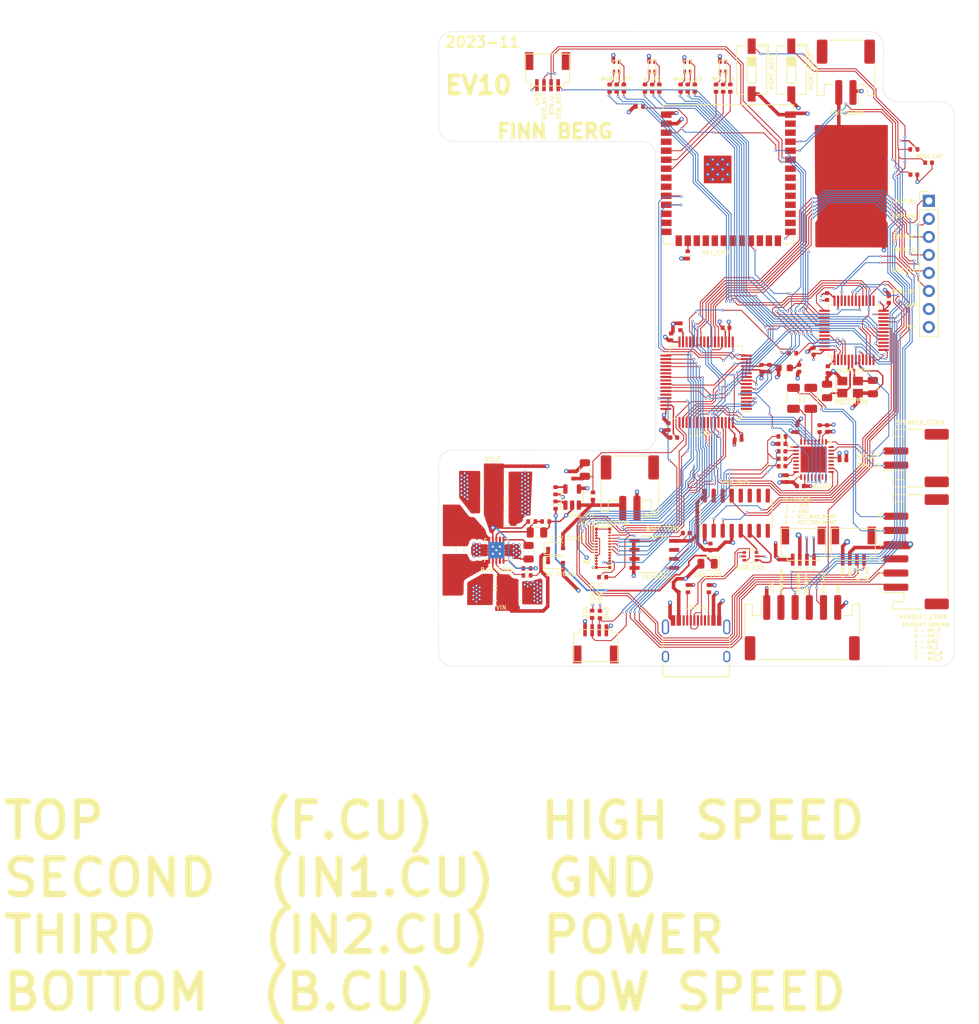
<source format=kicad_pcb>
(kicad_pcb (version 20221018) (generator pcbnew)
  (title_block (title "Hactar PCB - Finn Berg") (date "2023-10-02") (rev "EV9") (company "CISCO SYSTEMS"))
  (layers (0 "F.Cu" signal) (1 "In1.Cu" power) (2 "In2.Cu" power) (31 "B.Cu" signal) (34 "B.Paste" user) (35 "F.Paste" user) (36 "B.SilkS" user "B.Silkscreen") (37 "F.SilkS" user "F.Silkscreen") (38 "B.Mask" user) (39 "F.Mask" user) (44 "Edge.Cuts" user))
  (net 0 "")
  (net 1 "+3.3VA")
  (net 2 "+3.3V")
  (net 3 "VBUS")
  (net 4 "GND")
  (net 5 "Net-(D2-K)")
  (net 6 "/RCC_OSC_IN")
  (net 7 "/VIN")
  (net 8 "/UI_SDA")
  (net 9 "Net-(U6-LINPUT3)")
  (net 10 "/UI_SCL")
  (net 11 "Net-(U6-LINPUT2)")
  (net 12 "Net-(U1-VCAP_1)")
  (net 13 "/USB_D+")
  (net 14 "/USB_D-")
  (net 15 "Net-(U1-VCAP_2)")
  (net 16 "Net-(U6-LINPUT1)")
  (net 17 "Net-(U6-MICBIAS)")
  (net 18 "Net-(U6-HP_R)")
  (net 19 "/MCLK")
  (net 20 "/RCC_OSC_OUT")
  (net 21 "/MGMT_BOOT")
  (net 22 "/MGMT_NRST")
  (net 23 "/IN_3")
  (net 24 "Net-(U6-HP_L)")
  (net 25 "/NET_RST")
  (net 26 "/UI_RST")
  (net 27 "/MIC_P")
  (net 28 "/LEDA_R")
  (net 29 "Net-(U6-AMID)")
  (net 30 "/DISP_BL")
  (net 31 "/DISP_RSTR")
  (net 32 "/LEDA_G")
  (net 34 "/BATTERY_MON")
  (net 35 "Net-(D3-RK)")
  (net 36 "/LEDA_B")
  (net 37 "Net-(D3-BK)")
  (net 38 "/KB_COL3")
  (net 39 "/KB_COL4")
  (net 40 "Net-(D3-GK)")
  (net 41 "Net-(D4-RK)")
  (net 42 "/DISP_DC")
  (net 43 "/DISP_CS")
  (net 44 "/DISP_SPI_SCK")
  (net 45 "/DISP_SPI_MOSI")
  (net 48 "Net-(D4-BK)")
  (net 49 "/KB_MIC")
  (net 50 "Net-(D4-GK)")
  (net 51 "/KB_ROW5")
  (net 52 "/KB_ROW1")
  (net 53 "/KB_ROW2")
  (net 54 "/KB_ROW3")
  (net 55 "/MIC_N")
  (net 56 "Net-(D5-RK)")
  (net 57 "/KB_ROW4")
  (net 58 "Net-(D5-BK)")
  (net 59 "/KB_ROW6")
  (net 60 "/KB_ROW7")
  (net 61 "/UD-")
  (net 62 "/UD+")
  (net 63 "/LEDB_R")
  (net 64 "/LEDB_G")
  (net 65 "Net-(D5-GK)")
  (net 66 "Net-(U7-VAUX)")
  (net 67 "Net-(D18-RK)")
  (net 68 "Net-(D18-BK)")
  (net 69 "Net-(D18-GK)")
  (net 70 "Net-(J9-CC1)")
  (net 72 "Net-(J9-CC2)")
  (net 77 "/LEDB_B")
  (net 83 "/SPK_LN")
  (net 84 "/SPK_LP")
  (net 85 "/HP_R")
  (net 86 "/HP_L")
  (net 87 "/KB_COL5")
  (net 88 "/KB_COL2")
  (net 89 "Net-(U7-FB)")
  (net 90 "Net-(U11-IO46)")
  (net 91 "/BTN_RST")
  (net 92 "/BTN_UI")
  (net 93 "/BTN_NET")
  (net 94 "/KB_COL1")
  (net 95 "Net-(J5-Pin_1)")
  (net 96 "Net-(D1-K)")
  (net 97 "Net-(U1-PA12)")
  (net 100 "/UI_STAT")
  (net 103 "/UI_BOOT")
  (net 104 "/NET_LED_B")
  (net 105 "/NET_LED_G")
  (net 112 "/USB_DTR")
  (net 113 "/USB_RTS")
  (net 115 "/NET_LED_R")
  (net 125 "/UI_LED_B")
  (net 128 "/NET_STAT")
  (net 130 "/UI_LED_G")
  (net 132 "/UI_TX1_MGMT")
  (net 133 "/UI_RX1_MGMT")
  (net 134 "/NET_BOOT")
  (net 135 "/UI_LED_R")
  (net 137 "/MGMT_SWDIO")
  (net 138 "/MGMT_SWCLK")
  (net 139 "/I2S_DACLRC")
  (net 140 "/UI_SWDIO")
  (net 141 "/UI_SWDCLK")
  (net 142 "/UI_TX1_NET")
  (net 143 "/BOOT1")
  (net 145 "/UI_RX1_NET")
  (net 146 "/I2S_BCLK")
  (net 147 "/I2S_ADCDAT")
  (net 151 "/I2S_DACDAT")
  (net 152 "/USB_TX1_MGMT")
  (net 153 "/USB_RX1_MGMT")
  (net 177 "/KB_LED")
  (net 180 "Net-(D2-A)")
  (net 181 "Net-(U7-L1)")
  (net 182 "Net-(U7-L2)")
  (net 183 "Net-(U7-EN)")
  (net 184 "PG")
  (net 185 "Net-(U2-PROG)")
  (net 186 "Net-(U2-STAT)")
  (net 189 "/NET_TX1_MGMT")
  (net 190 "/NET_RX1_MGMT")
  (footprint "Capacitor_SMD:C_0805_2012Metric" (layer "F.Cu") (at 120.15 118.87 180)
    (fp_text reference "C45" hide)
    (fp_text value "10u" hide)
  )
  (footprint "Capacitor_SMD:C_0402_1005Metric" (layer "F.Cu") (at 146.38 111.7 -90)
    (fp_text reference "C13" hide)
    (fp_text value "100n" hide)
  )
  (footprint "ESP32-S3-WROOM-1-N8R2:New_ESP32_M24C02-RMN6TP" (layer "F.Cu") (at 144.4 129.7)
    (fp_text reference "CR1" hide)
    (fp_text value "M24C02-RDW6TP" hide)
  )
  (footprint "Capacitor_SMD:C_0805_2012Metric" (layer "F.Cu") (at 126.68 129.39 -90)
    (fp_text reference "C40" hide)
    (fp_text value "0.1u" hide)
  )
  (footprint "Capacitor_SMD:C_0402_1005Metric" (layer "F.Cu") (at 147.14 113.24)
    (fp_text reference "C22" hide)
    (fp_text value "2u2" hide)
  )
  (footprint "Capacitor_SMD:C_0805_2012Metric" (layer "F.Cu") (at 125.5 135.46)
    (fp_text reference "C39" hide)
    (fp_text value "10u" hide)
  )
  (footprint "Package_QFP:LQFP-48_7x7mm_P0.5mm" (layer "F.Cu") (at 172.5375 98.125 90)
    (fp_text reference "U5" hide)
    (fp_text value "STM32F030C8Tx" hide)
  )
  (footprint "Resistor_SMD:R_0402_1005Metric" (layer "F.Cu") (at 126.46 132.66 180)
    (fp_text reference "R1" hide)
    (fp_text value "100k" hide)
  )
  (footprint "Capacitor_SMD:C_0805_2012Metric" (layer "F.Cu") (at 121.99 135.47 180)
    (fp_text reference "C38" hide)
    (fp_text value "10u" hide)
  )
  (footprint "Resistor_SMD:R_0402_1005Metric" (layer "F.Cu") (at 129.09 125.06 180)
    (fp_text reference "R20" hide)
    (fp_text value "64.9k" hide)
  )
  (footprint "Capacitor_SMD:C_0402_1005Metric" (layer "F.Cu") (at 148.9 126.7 180)
    (fp_text reference "C33" hide)
    (fp_text value "100n" hide)
  )
  (footprint "Capacitor_SMD:C_0805_2012Metric" (layer "F.Cu") (at 123.57 124.96)
    (fp_text reference "C42" hide)
    (fp_text value "0.1u" hide)
  )
  (footprint "Capacitor_SMD:C_0402_1005Metric" (layer "F.Cu") (at 146.77 99.05 90)
    (fp_text reference "C14" hide)
    (fp_text value "100n" hide)
  )
  (footprint "Capacitor_SMD:C_0805_2012Metric" (layer "F.Cu") (at 168.7375 106.675 -90)
    (fp_text reference "C4" hide)
    (fp_text value "33P" hide)
  )
  (footprint "Capacitor_SMD:C_0402_1005Metric" (layer "F.Cu") (at 168.7375 111.975 90)
    (fp_text reference "C3" hide)
    (fp_text value "4.7u" hide)
  )
  (footprint "Resistor_SMD:R_0402_1005Metric" (layer "F.Cu") (at 149.1375 134.52 -90)
    (fp_text reference "R3" hide)
    (fp_text value "5k1" hide)
  )
  (footprint "Resistor_SMD:R_0402_1005Metric" (layer "F.Cu") (at 163.89 101.36)
    (fp_text reference "R5" hide)
    (fp_text value "4k7" hide)
  )
  (footprint "Resistor_SMD:R_0402_1005Metric" (layer "F.Cu") (at 180.972 72.636 180)
    (fp_text reference "R10" hide)
    (fp_text value "4k7" hide)
  )
  (footprint "Diode_SMD:D_0805_2012Metric" (layer "F.Cu") (at 151.9 131.01 180)
    (fp_text reference "D1" hide)
    (fp_text value "LED" hide)
  )
  (footprint "Connector_JST:JST_PH_S6B-PH-SM4-TB_1x06-1MP_P2.00mm_Horizontal" (layer "F.Cu") (at 181.2875 129.325 90)
    (fp_text reference "J8" hide)
    (fp_text value "Conn_01x06_Female" hide)
  )
  (footprint "BM14B(0.B)-24DS-0:BM14B(0.B)-24DS-0.4V(53)" (layer "F.Cu") (at 138.1075 131.035 90)
    (fp_text reference "U13" hide)
    (fp_text value "BM14B(0.8)-24DS-0.4V(53)" hide)
  )
  (footprint "Package_QFP:LQFP-64_10x10mm_P0.5mm" (layer "F.Cu") (at 151.695 105.44 180)
    (fp_text reference "U1" hide)
    (fp_text value "STM32F405RGTx" hide)
  )
  (footprint "Capacitor_SMD:C_0402_1005Metric" (layer "F.Cu") (at 163.0375 119.025 90)
    (fp_text reference "C16" hide)
    (fp_text value "100n" hide)
  )
  (footprint "Capacitor_SMD:C_0805_2012Metric" (layer "F.Cu") (at 123.61 120.89)
    (fp_text reference "C48" hide)
    (fp_text value "10u" hide)
  )
  (footprint "1x4 pin download:1x4pin 1mm connector" (layer "F.Cu") (at 131.95 60.19 180)
    (fp_text reference "J13" hide)
    (fp_text value "Conn_01x04_Female" hide)
  )
  (footprint "Inductor_SMD:L_0603_1608Metric" (layer "F.Cu") (at 162.7 103.425)
    (fp_text reference "120R1" hide)
    (fp_text value "FerriteBead" hide)
  )
  (footprint "Resistor_SMD:R_0402_1005Metric" (layer "F.Cu") (at 154.1 64 90)
    (fp_text reference "R17" hide)
    (fp_text value "150" hide)
  )
  (footprint "Resistor_SMD:R_0402_1005Metric" (layer "F.Cu") (at 140.1 64 -90)
    (fp_text reference "R13" hide)
    (fp_text value "180" hide)
  )
  (footprint "Resistor_SMD:R_0402_1005Metric" (layer "F.Cu") (at 127.14 125.06 180)
    (fp_text reference "R19" hide)
    (fp_text value "360k" hide)
  )
  (footprint "Resistor_SMD:R_0402_1005Metric" (layer "F.Cu") (at 130.48 120.73 90)
    (fp_text reference "R26" hide)
    (fp_text value "1k" hide)
  )
  (footprint "Resistor_SMD:R_0402_1005Metric" (layer "F.Cu") (at 142.3 66.6 180)
    (fp_text reference "R4" hide)
    (fp_text value "15k" hide)
  )
  (footprint "MountingHole:MountingHole_2.1mm" (layer "F.Cu") (at 176.9375 140.345)
    (fp_text reference "REF**" hide)
    (fp_text value "MountingHole_2.1mm" hide)
  )
  (footprint "Connector_PinHeader_2.54mm:PinHeader_1x08_P2.54mm_Vertical" (layer "F.Cu") (at 183.0875 79.885)
    (fp_text reference "J4" hide)
    (fp_text value "Conn_01x08_Male" hide)
  )
  (footprint "Capacitor_SMD:C_0402_1005Metric" (layer "F.Cu") (at 159.5 103.475 -90)
    (fp_text reference "C8" hide)
    (fp_text value "10n" hide)
  )
  (footprint "Capacitor_SMD:C_0805_2012Metric" (layer "F.Cu") (at 123.6 118.86)
    (fp_text reference "C46" hide)
    (fp_text value "10u" hide)
  )
  (footprint "Resistor_SMD:R_0402_1005Metric" (layer "F.Cu") (at 148.1 64 -90)
    (fp_text reference "R12" hide)
    (fp_text value "150" hide)
  )
  (footprint "Resistor_SMD:R_0402_1005Metric" (layer "F.Cu") (at 149.1 64 -90)
    (fp_text reference "R11" hide)
    (fp_text value "150" hide)
  )
  (footprint "Capacitor_SMD:C_0402_1005Metric" (layer "F.Cu") (at 148.08 97.62 -90)
    (fp_text reference "C21" hide)
    (fp_text value "2u2" hide)
  )
  (footprint "Button_Switch_SMD:SW_DIP_SPSTx01_Slide_6.7x4.1mm_W6.73mm_P2.54mm_LowProfile_JPin" (layer "F.Cu") (at 158.112 61.46 -90)
    (fp_text reference "SW5" hide)
    (fp_text value "SW_Push" hide)
  )
  (footprint "Resistor_SMD:R_0402_1005Metric" (layer "F.Cu") (at 150.1 64 -90)
    (fp_text reference "R6" hide)
    (fp_text value "180" hide)
  )
  (footprint "Resistor_SMD:R_0402_1005Metric" (layer "F.Cu") (at 155.1 64 90)
    (fp_text reference "R16" hide)
    (fp_text value "180" hide)
  )
  (footprint "Connector_JST:JST_PH_S2B-PH-SM4-TB_1x02-1MP_P2.00mm_Horizontal" (layer "F.Cu") (at 181.2875 116.125 90)
    (fp_text reference "J2" hide)
    (fp_text value "Conn_01x02_Female" hide)
  )
  (footprint "MountingHole:MountingHole_2.1mm" (layer "F.Cu") (at 183.0875 107.925)
    (fp_text reference "REF**" hide)
    (fp_text value "MountingHole_2.1mm" hide)
  )
  (footprint "Capacitor_SMD:C_1206_3216Metric" (layer "F.Cu") (at 166.4375 107.705 90)
    (fp_text reference "C29" hide)
    (fp_text value "100U" hide)
  )
  (footprint "Capacitor_SMD:C_0402_1005Metric" (layer "F.Cu") (at 162.3875 117.275)
    (fp_text reference "C27" hide)
    (fp_text value "1u" hide)
  )
  (footprint "Resistor_SMD:R_0402_1005Metric" (layer "F.Cu") (at 126.45 131.67)
    (fp_text reference "R21" hide)
    (fp_text value "100k" hide)
  )
  (footprint "Capacitor_SMD:C_0402_1005Metric" (layer "F.Cu") (at 164.8 103.475 -90)
    (fp_text reference "C10" hide)
    (fp_text value "1u" hide)
  )
  (footprint "Resistor_SMD:R_0402_1005Metric" (layer "F.Cu") (at 144.1 64 90)
    (fp_text reference "R24" hide)
    (fp_text value "150" hide)
  )
  (footprint "Resistor_SMD:R_0402_1005Metric" (layer "F.Cu") (at 133.01 118.51 -90)
    (fp_text reference "R29" hide)
    (fp_text value "10k" hide)
  )
  (footprint "Capacitor_SMD:C_0402_1005Metric" (layer "F.Cu") (at 183.04 74.5 180)
    (fp_text reference "C36" hide)
    (fp_text value "100n" hide)
  )
  (footprint "Capacitor_SMD:C_0402_1005Metric" (layer "F.Cu") (at 180.972 76.192 180)
    (fp_text reference "C35" hide)
    (fp_text value "100n" hide)
  )
  (footprint "Capacitor_SMD:C_0402_1005Metric" (layer "F.Cu") (at 156.21 113.53 180)
    (fp_text reference "C12" hide)
    (fp_text value "100n" hide)
  )
  (footprint "1x4 pin download:1x4pin 1mm connector" (layer "F.Cu") (at 175.04 127.03 180)
    (fp_text reference "J12" hide)
    (fp_text value "Conn_01x04_Female" hide)
  )
  (footprint "Resistor_SMD:R_0402_1005Metric" (layer "F.Cu") (at 153.0995 64 90)
    (fp_text reference "R18" hide)
    (fp_text value "150" hide)
  )
  (footprint "Resistor_SMD:R_0402_1005Metric" (layer "F.Cu") (at 152.0875 134.525 -90)
    (fp_text reference "R2" hide)
    (fp_text value "5k1" hide)
  )
  (footprint "Capacitor_SMD:C_0402_1005Metric" (layer "F.Cu") (at 177.4375 93.775 90)
    (fp_text reference "C25" hide)
    (fp_text value "100n" hide)
  )
  (footprint "Resistor_SMD:R_0402_1005Metric" (layer "F.Cu") (at 149.1 87.5 90)
    (fp_text reference "R32" hide)
    (fp_text value "4k7" hide)
  )
  (footprint "Resistor_SMD:R_0402_1005Metric" (layer "F.Cu") (at 135.6275 138.135 -90)
    (fp_text reference "R8" hide)
    (fp_text value "1k5" hide)
  )
  (footprint "Inductor_SMD:L_0805_2012Metric" (layer "F.Cu") (at 117.03 129.04 90)
    (fp_text reference "L1" hide)
    (fp_text value "1uH" hide)
  )
  (footprint "Capacitor_SMD:C_0402_1005Metric" (layer "F.Cu") (at 164.9875 120.075)
    (fp_text reference "C15" hide)
    (fp_text value "100n" hide)
  )
  (footprint "Resistor_SMD:R_0402_1005Metric" (layer "F.Cu") (at 138.1 64 -90)
    (fp_text reference "R15" hide)
    (fp_text value "150" hide)
  )
  (footprint "ESP32-S3-WROOM-1-N8R2:QFN50P500X500X90-33N" (layer "F.Cu") (at 166.84 116.325)
    (fp_text reference "U6" hide)
    (fp_text value "WM8960CGEFL/RV" hide)
  )
  (footprint "Connector_JST:JST_PH_S2B-PH-SM4-TB_1x02-1MP_P2.00mm_Horizontal" (layer "F.Cu") (at 140.95 120.35 180)
    (fp_text reference "J3" hide)
    (fp_text value "Conn_01x02_Socket" hide)
  )
  (footprint "Capacitor_SMD:C_0805_2012Metric" (layer "F.Cu") (at 175.1875 106.125 90)
    (fp_text reference "C23" hide)
    (fp_text value "33P" hide)
  )
  (footprint "Resistor_SMD:R_0402_1005Metric" (layer "F.Cu") (at 162.3875 113.075 180)
    (fp_text reference "R9" hide)
    (fp_text value "2K2" hide)
  )
  (footprint "Resistor_SMD:R_0402_1005Metric" (layer "F.Cu") (at 139.1 64 -90)
    (fp_text reference "R14" hide)
    (fp_text value "150" hide)
  )
  (footprint "Capacitor_SMD:C_1206_3216Metric" (layer "F.Cu") (at 164.0075 107.705 90)
    (fp_text reference "C30" hide)
    (fp_text value "100U" hide)
  )
  (footprint "Button_Switch_SMD:SW_DIP_SPSTx01_Slide_6.7x4.1mm_W6.73mm_P2.54mm_LowProfile_JPin" (layer "F.Cu") (at 163.7 61.46 -90)
    (fp_text reference "SW4" hide)
    (fp_text value "SW_Push" hide)
  )
  (footprint "1x6 pin download:LED RGB" (layer "F.Cu") (at 154.4625 61.695 90)
    (fp_text reference "D4" hide)
    (fp_text value "ASMB-MTB1-0A3A2" hide)
  )
  (footprint "MountingHole:MountingHole_2.1mm" (layer "F.Cu") (at 117.5875 69.625)
    (fp_text reference "REF**" hide)
    (fp_text value "MountingHole_2.1mm" hide)
  )
  (footprint "Package_SO:SOIC-16_3.9x9.9mm_P1.27mm" (layer "F.Cu") (at 155.9375 123.895 90)
    (fp_text reference "U3" hide)
    (fp_text value "CH340C" hide)
  )
  (footprint "Resistor_SMD:R_0402_1005Metric" (layer "F.Cu") (at 145.1 64 90)
    (fp_text reference "R23" hide)
    (fp_text value "180" hide)
  )
  (footprint "Capacitor_SMD:C_0402_1005Metric" (layer "F.Cu") (at 168.73 93.36 -90)
    (fp_text reference "C34" hide)
    (fp_text value "100n" hide)
  )
  (footprint "1x4 pin download:1x4pin 1mm connector" (layer "F.Cu") (at 133.5375 143.795)
    (fp_text reference "J7" hide)
    (fp_text value "Conn_01x04_Female" hide)
  )
  (footprint "Resistor_SMD:R_0402_1005Metric" (layer "F.Cu") (at 137.1175 132.905 180)
    (fp_text reference "R41" hide)
    (fp_text value "0" hide)
  )
  (footprint "Capacitor_SMD:C_0402_1005Metric" (layer "F.Cu") (at 162.3875 116.225)
    (fp_text reference "C18" hide)
    (fp_text value "1u" hide)
  )
  (footprint "Capacitor_SMD:C_0402_1005Metric" (layer "F.Cu") (at 170.9775 116.405)
    (fp_text reference "C6" hide)
    (fp_text value "4.7u" hide)
  )
  (footprint "Capacitor_SMD:C_0805_2012Metric" (layer "F.Cu") (at 127.86 126.61)
    (fp_text reference "C41" hide)
    (fp_text value "2.2p" hide)
  )
  (footprint "Resistor_SMD:R_0402_1005Metric" (layer "F.Cu") (at 130.48 122.75 90)
    (fp_text reference "R27" hide)
    (fp_text value "1k" hide)
  )
  (footprint "1x6 pin download:LED RGB" (layer "F.Cu") (at 139.4625 61.695 90)
    (fp_text reference "D3" hide)
    (fp_text value "ASMB-MTB1-0A3A2" hide)
  )
  (footprint "RF_Module:ESP32-S3-WROOM-1U" (layer "F.Cu") (at 154.825 76.15)
    (fp_text reference "U11" hide)
    (fp_text value "ESP32-S3-WROOM-1-N8R2" hide)
  )
  (footprint "Package_TO_SOT_SMD:SOT-23-5" (layer "F.Cu") (at 132.82 121.62 90)
    (fp_text reference "U2" hide)
    (fp_text value "MCP73832-2-OT" hide)
  )
  (footprint "Capacitor_SMD:C_0402_1005Metric" (layer "F.Cu") (at 162.3875 115.175)
    (fp_text reference "C17" hide)
    (fp_text value "1u" hide)
  )
  (footprint "Capacitor_SMD:C_0402_1005Metric" (layer "F.Cu") (at 164.5375 111.975 -90)
    (fp_text reference "C7" hide)
    (fp_text value "100n" hide)
  )
  (footprint "Connector_JST:JST_PH_S6B-PH-SM4-TB_1x06-1MP_P2.00mm_Horizontal" (layer "F.Cu") (at 165.2375 140.025)
    (fp_text reference "J11" hide)
    (fp_text value "Conn_01x06_Female" hide)
  )
  (footprint "Capacitor_SMD:C_0402_1005Metric" (layer "F.Cu") (at 152.2975 128.655 90)
    (fp_text reference "C32" hide)
    (fp_text value "100n" hide)
  )
  (footprint "Capacitor_SMD:C_0402_1005Metric" (layer "F.Cu") (at 167.6875 111.975 -90)
    (fp_text reference "C31" hide)
    (fp_text value "4.7u" hide)
  )
  (footprint "Capacitor_SMD:C_0805_2012Metric" (layer "F.Cu") (at 120.13 122.93 180)
    (fp_text reference "C43" hide)
    (fp_text value "10u" hide)
  )
  (footprint "1x4 pin download:1x4pin 1mm connector" (layer "F.Cu") (at 168 127.04 180)
    (fp_text reference "J6" hide)
    (fp_text value "Conn_01x04_Female" hide)
  )
  (footprint "MountingHole:MountingHole_2.1mm" (layer "F.Cu") (at 183.12 69.625)
    (fp_text reference "REF**" hide)
    (fp_text value "MountingHole_2.1mm" hide)
  )
  (footprint "Capacitor_SMD:C_0402_1005Metric" (layer "F.Cu") (at 160.6 103.475 -90)
    (fp_text reference "C9" hide)
    (fp_text value "1u" hide)
  )
  (footprint "Capacitor_SMD:C_0402_1005Metric" (layer "F.Cu") (at 168.8475 103.665 -90)
    (fp_text reference "C24" hide)
    (fp_text value "100n" hide)
  )
  (footprint "Connector_JST:JST_PH_S2B-PH-SM4-TB_1x02-1MP_P2.00mm_Horizontal" (layer "F.Cu") (at 171.39 61.76 180)
    (fp_text reference "J5" hide)
    (fp_text value "Conn_01x02_Socket" hide)
  )
  (footprint "MountingHole:MountingHole_2.1mm" (layer "F.Cu") (at 123.6375 140.345)
    (fp_text reference "REF**" hide)
    (fp_text value "MountingHole_2.1mm" hide)
  )
  (footprint "Connector_USB:USB_C_Receptacle_HRO_TYPE-C-31-M-12" (layer "F.Cu") (at 150.2875 143.046)
    (fp_text reference "J9" hide)
    (fp_text value "USB_C_Receptacle" hide)
  )
  (footprint "1x6 pin download:LED RGB" (layer "F.Cu") (at 144.4625 61.695 90)
    (fp_text reference "D5" hide)
    (fp_text value "ASMB-MTB1-0A3A2" hide)
  )
  (footprint "Capacitor_SMD:C_0805_2012Metric" (layer "F.Cu") (at 134.61 117.74 90)
    (fp_text reference "C1" hide)
    (fp_text value "4.7u" hide)
  )
  (footprint "Capacitor_SMD:C_0402_1005Metric" (layer "F.Cu") (at 154.5 97.775)
    (fp_text reference "C11" hide)
    (fp_text value "100n" hide)
  )
  (footprint "1x6 pin download:LED RGB" (layer "F.Cu") (at 149.4625 61.695 90)
    (fp_text reference "D18" hide)
    (fp_text value "ASMB-MTB1-0A3A2" hide)
  )
  (footprint "Diode_SMD:D_SOD-323" (layer "F.Cu") (at 130.47 130.84)
    (fp_text reference "D6" hide)
    (fp_text value "1N5819WS" hide)
  )
  (footprint "Package_TO_SOT_SMD:SOT-666" (layer "F.Cu") (at 157.9375 129.975)
    (fp_text reference "U4" hide)
    (fp_text value "USBLC6-2P6" hide)
  )
  (footprint "Capacitor_SMD:C_0805_2012Metric" (layer "F.Cu") (at 122.01 133.44 180)
    (fp_text reference "C37" hide)
    (fp_text value "0.1u" hide)
  )
  (footprint "Resistor_SMD:R_0402_1005Metric" (layer "F.Cu") (at 135.75 121.48 -90)
    (fp_text reference "R28" hide)
    (fp_text value "10k" hide)
  )
  (footprint "Capacitor_SMD:C_0402_1005Metric" (layer "F.Cu") (at 162.3875 114.125 180)
    (fp_text reference "C28" hide)
    (fp_text value "4.7u" hide)
  )
  (footprint "Resistor_SMD:R_0402_1005Metric" (layer "F.Cu") (at 136.7375 138.175 -90)
    (fp_text reference "R7" hide)
    (fp_text value "1k5" hide)
  )
  (footprint "Package_SON:Texas_S-PWSON-N10_ThermalVias" (layer "F.Cu") (at 122.14 129.11 90)
    (fp_text reference "U7" hide)
    (fp_text value "TPS63060" hide)
  )
  (footprint "Capacitor_SMD:C_0805_2012Metric" (layer "F.Cu") (at 123.6 122.92)
    (fp_text reference "C47" hide)
    (fp_text value "10u" hide)
  )
  (footprint "Capacitor_SMD:C_0805_2012Metric" (layer "F.Cu") (at 120.14 120.9 180)
    (fp_text reference "C44" hide)
    (fp_text value "10u" hide)
  )
  (footprint "Diode_SMD:D_SOD-323" (layer "F.Cu") (at 130.4825 128.86)
    (fp_text reference "D2" hide)
    (fp_text value "1N5819WS" hide)
  )
  (footprint "Capacitor_SMD:C_0402_1005Metric" (layer "F.Cu") (at 166.84 101.07 90)
    (fp_text reference "C26" hide)
    (fp_text value "100n" hide)
  )
  (footprint "Resistor_SMD:R_0402_1005Metric" (layer "F.Cu") (at 143.084 64 90)
    (fp_text reference "R25" hide)
    (fp_text value "150" hide)
  )
  (footprint "Crystal:Crystal_SMD_3225-4Pin_3.2x2.5mm" (layer "F.Cu") (at 171.9875 106.125)
    (fp_text reference "Y1" hide)
    (fp_text value "Crystal_GND24" hide)
  )
  (gr_arc (start 142.6 71.5) (mid 144.014214 72.085786) (end 144.6 73.5) (stroke (width 0.05)) (layer "Edge.Cuts"))
  (gr_arc (start 178.68 65.89) (mid 177.265786 65.304214) (end 176.68 63.89) (stroke (width 0.05)) (layer "Edge.Cuts"))
  (gr_arc (start 115.98 145.44) (mid 114.565786 144.854214) (end 113.98 143.44) (stroke (width 0.05)) (layer "Edge.Cuts"))
  (gr_line (start 115.99 56.02) (end 174.685786 56.024214) (stroke (width 0.05)) (layer "Edge.Cuts"))
  (gr_arc (start 186.68 143.43) (mid 186.094214 144.844214) (end 184.68 145.43) (stroke (width 0.05)) (layer "Edge.Cuts"))
  (gr_arc (start 184.69 65.88) (mid 186.104214 66.465786) (end 186.69 67.88) (stroke (width 0.05)) (layer "Edge.Cuts"))
  (gr_arc (start 113.990001 117.000001) (mid 114.575787 115.585787) (end 115.990001 115.000001) (stroke (width 0.05)) (layer "Edge.Cuts"))
  (gr_line (start 142.6 71.5) (end 116 71.5) (stroke (width 0.05)) (layer "Edge.Cuts"))
  (gr_arc (start 113.99 58.02) (mid 114.575786 56.605786) (end 115.99 56.02) (stroke (width 0.05)) (layer "Edge.Cuts"))
  (gr_line (start 114 69.5) (end 113.99 58.02) (stroke (width 0.05)) (layer "Edge.Cuts"))
  (gr_line (start 115.990001 115.000001) (end 142.58 115.01) (stroke (width 0.05)) (layer "Edge.Cuts"))
  (gr_arc (start 174.685786 56.024214) (mid 176.1 56.61) (end 176.685786 58.024214) (stroke (width 0.05)) (layer "Edge.Cuts"))
  (gr_arc (start 144.599999 113.009999) (mid 144.014213 114.424213) (end 142.599999 115.009999) (stroke (width 0.05)) (layer "Edge.Cuts"))
  (gr_line (start 178.68 65.89) (end 184.69 65.88) (stroke (width 0.05)) (layer "Edge.Cuts"))
  (gr_line (start 144.599999 113.04) (end 144.6 73.5) (stroke (width 0.05)) (layer "Edge.Cuts"))
  (gr_line (start 176.685786 58.024214) (end 176.68 63.89) (stroke (width 0.05)) (layer "Edge.Cuts"))
  (gr_arc (start 116 71.5) (mid 114.585786 70.914214) (end 114 69.5) (stroke (width 0.05)) (layer "Edge.Cuts"))
  (gr_line (start 186.69 67.88) (end 186.68 143.43) (stroke (width 0.05)) (layer "Edge.Cuts"))
  (gr_line (start 184.68 145.43) (end 115.98 145.44) (stroke (width 0.05)) (layer "Edge.Cuts"))
  (gr_line (start 113.98 143.44) (end 113.990001 117.000001) (stroke (width 0.05)) (layer "Edge.Cuts"))
  (gr_text "MIC" (at 134.88 130.81) (layer "F.SilkS") (effects (font (size 0.4 0.4) (thickness 0.1))))
  (gr_text "5" (at 176.19 126.35) (layer "F.SilkS") (effects (font (size 0.5 0.5) (thickness 0.1))))
  (gr_text "BATT" (at 144.06 124.23) (layer "F.SilkS") (effects (font (size 0.6 0.6) (thickness 0.1))))
  (gr_text "VIN" (at 122.83 137.18) (layer "F.SilkS") (effects (font (size 0.6 0.6) (thickness 0.1))))
  (gr_text "MGMTA_LED" (at 149.07 62.74) (layer "F.SilkS") (effects (font (size 0.5 0.5) (thickness 0.1))))
  (gr_text "BTN_RST" (at 130.934 66.54 90) (layer "F.SilkS") (effects (font (size 0.6 0.6) (thickness 0.1))))
  (gr_text "FINN BERG" (at 121.99 71.27) (layer "F.SilkS") (effects (font (size 2 2) (thickness 0.5) bold) (justify left bottom)))
  (gr_text "+3V3" (at 170.93 132.326 90) (layer "F.SilkS") (effects (font (size 0.4 0.4) (thickness 0.1))))
  (gr_text "HEADSET_CONN" (at 182.3 138.5) (layer "F.SilkS") (effects (font (size 0.6 0.6) (thickness 0.1))))
  (gr_text "UI_DIO" (at 174.38 132.42 90) (layer "F.SilkS") (effects (font (size 0.4 0.4) (thickness 0.1))))
  (gr_text "3" (at 176.17 130.43) (layer "F.SilkS") (effects (font (size 0.5 0.5) (thickness 0.1))))
  (gr_text "UI_LED" (at 144.09 62.66) (layer "F.SilkS") (effects (font (size 0.5 0.5) (thickness 0.1))))
  (gr_text "DISP_DC" (at 179.67 84.96) (layer "F.SilkS") (effects (font (size 0.5 0.5) (thickness 0.1))))
  (gr_text "OSCILATOR" (at 172.16 108.28) (layer "F.SilkS") (effects (font (size 0.6 0.6) (thickness 0.1))))
  (gr_text "2" (at 164.92 131.85) (layer "F.SilkS") (effects (font (size 0.5 0.5) (thickness 0.1))))
  (gr_text "VCC" (at 180.59 97.61) (layer "F.SilkS") (effects (font (size 0.5 0.5) (thickness 0.1))))
  (gr_text "5V DIODE" (at 131.16 132.44) (layer "F.SilkS") (effects (font (size 0.6 0.6) (thickness 0.1))))
  (gr_text "NET_LED" (at 154.07 62.67) (layer "F.SilkS") (effects (font (size 0.5 0.5) (thickness 0.1))))
  (gr_text "USB_BUS" (at 155.76 119.6) (layer "F.SilkS") (effects (font (size 0.6 0.6) (thickness 0.1))))
  (gr_text "1\n" (at 164.06 131.82) (layer "F.SilkS") (effects (font (size 0.5 0.5) (thickness 0.1))))
  (gr_text "GND" (at 171.99 132.072 90) (layer "F.SilkS") (effects (font (size 0.4 0.4) (thickness 0.1))))
  (gr_text "UI_CLK" (at 173.1 132.55 90) (layer "F.SilkS") (effects (font (size 0.4 0.4) (thickness 0.1))))
  (gr_text "GND" (at 180.6 94.58) (layer "F.SilkS") (effects (font (size 0.5 0.5) (thickness 0.1))))
  (gr_text "VCC" (at 134.59 137.92 270) (layer "F.SilkS") (effects (font (size 0.6 0.6) (thickness 0.1))))
  (gr_text "KB_CONNECTOR" (at 137.44 125.3) (layer "F.SilkS") (effects (font (size 0.6 0.6) (thickness 0.1))))
  (gr_text "DISP_DIN" (at 179.6 92.64) (layer "F.SilkS") (effects (font (size 0.5 0.5) (thickness 0.1))))
  (gr_text "HEADSET LEGEND:\n 6 - HP_R\n 5 - HP_L\n4 - GND\n3 - IN_3\n  2 - MIC_N\n  1 - MIC_P" (at 182.69 141.99) (layer "F.SilkS") (effects (font (size 0.5 0.5) (thickness 0.1))))
  (gr_text "MGMT_BOOT" (at 166.494 61.714 90) (layer "F.SilkS") (effects (font (size 0.6 0.6) (thickness 0.1))))
  (gr_text "MGMT_DIO" (at 165.76 133.87 270) (layer "F.SilkS") (effects (font (size 0.4 0.4) (thickness 0.1))))
  (gr_text "VOUT" (at 121.65 116.3) (layer "F.SilkS") (effects (font (size 0.6 0.6) (thickness 0.1))))
  (gr_text "CHG_CTL" (at 134.16 124.21) (layer "F.SilkS") (effects (font (size 0.6 0.6) (thickness 0.1))))
  (gr_text "MGMT_CPU" (at 172.45 103.81) (layer "F.SilkS") (effects (font (size 0.6 0.6) (thickness 0.1))))
  (gr_text "DISP_CS" (at 179.61 86.81) (layer "F.SilkS") (effects (font (size 0.5 0.5) (thickness 0.1))))
  (gr_text "6" (at 176.18 124.32) (layer "F.SilkS") (effects (font (size 0.5 0.5) (thickness 0.1))))
  (gr_text "USB-C" (at 150.238 137.152) (layer "F.SilkS") (effects (font (size 0.6 0.6) (thickness 0.1))))
  (gr_text "USB_ESD" (at 157.97 131.56) (layer "F.SilkS") (effects (font (size 0.6 0.6) (thickness 0.1))))
  (gr_text "SPK_LN" (at 174.68 117.18) (layer "F.SilkS") (effects (font (size 0.6 0.6) (thickness 0.1))))
  (gr_text "DISP_BL" (at 179.75 79.92) (layer "F.SilkS") (effects (font (size 0.5 0.5) (thickness 0.1))))
  (gr_text "EV10" (at 114.63 65.06) (layer "F.SilkS") (effects (font (size 2.5 2.5) (thickness 0.625) bold) (justify left bottom)))
  (gr_text "TOP      (F.CU)    HIGH SPEED\nSECOND  (IN1.CU)  GND\nTHIRD    (IN2.CU)  POWER\nBOTTOM  (B.CU)    LOW SPEED" (at 52.2 179.3) (layer "F.SilkS") (effects (font (size 5 5) (thickness 0.9)) (justify left)))
  (gr_text "GND" (at 170.27 134.56 270) (layer "F.SilkS") (effects (font (size 0.4 0.4) (thickness 0.1))))
  (gr_text "VCC" (at 160.89 134.41 270) (layer "F.SilkS") (effects (font (size 0.6 0.6) (thickness 0.1))))
  (gr_text "3.7V DIODE" (at 132.16 127.45) (layer "F.SilkS") (effects (font (size 0.6 0.6) (thickness 0.1))))
  (gr_text "PWR_CONN" (at 171.6 67.48) (layer "F.SilkS") (effects (font (size 0.6 0.6) (thickness 0.1))))
  (gr_text "UI_SCL" (at 135.71 135.2 270) (layer "F.SilkS") (effects (font (size 0.6 0.6) (thickness 0.1))))
  (gr_text "BTN_UI" (at 129.918 66.286 90) (layer "F.SilkS") (effects (font (size 0.6 0.6) (thickness 0.1))))
  (gr_text "J6 LEGEND:\n1 - 3V3\n2 - GND\n	     3 - NET_RX0_MGMT\n	     4 - NET_TXO_MGMT" (at 164.52 123.6) (layer "F.SilkS") (effects (font (size 0.5 0.5) (thickness 0.1))))
  (gr_text "UI_SDA" (at 136.75 135.21 270) (layer "F.SilkS") (effects (font (size 0.6 0.6) (thickness 0.1))))
  (gr_text "BATT CONN" (at 145.7 126) (layer "F.SilkS") (effects (font (size 0.6 0.6) (thickness 0.1))))
  (gr_text "NET_CPU" (at 153.02 87.19) (layer "F.SilkS") (effects (font (size 0.6 0.6) (thickness 0.1))))
  (gr_text "BTN_NET" (at 128.902 66.54 90) (layer "F.SilkS") (effects (font (size 0.6 0.6) (thickness 0.1))))
  (gr_text "EEPROM" (at 144.5 132.9) (layer "F.SilkS") (effects (font (size 0.6 0.6) (thickness 0.1))))
  (gr_text "B/B CONV" (at 122.24 131.88) (layer "F.SilkS") (effects (font (size 0.6 0.6) (thickness 0.1))))
  (gr_text "UI_CPU" (at 150.92 112.67) (layer "F.SilkS") (effects (font (size 0.6 0.6) (thickness 0.1))))
  (gr_text "AUDIO" (at 168.04 120.13) (layer "F.SilkS") (effects (font (size 0.6 0.6) (thickness 0.1))))
  (gr_text "2023-11" (at 114.78 58.39) (layer "F.SilkS") (effects (font (size 1.5 1.5) (thickness 0.3) bold) (justify left bottom)))
  (gr_text "DISP_CLK" (at 179.53 89.67) (layer "F.SilkS") (effects (font (size 0.5 0.5) (thickness 0.1))))
  (gr_text "MGMT_BOOT" (at 162.27 133.51 270) (layer "F.SilkS") (effects (font (size 0.4 0.4) (thickness 0.1))))
  (gr_text "CHG_LED" (at 151.91 132.65) (layer "F.SilkS") (effects (font (size 0.6 0.6) (thickness 0.1))))
  (gr_text "4" (at 166.9 131.83) (layer "F.SilkS") (effects (font (size 0.5 0.5) (thickness 0.1))))
  (gr_text "2" (at 176.2 132.39) (layer "F.SilkS") (effects (font (size 0.5 0.5) (thickness 0.1))))
  (gr_text "MGMT_CLK" (at 168.22 133.73 270) (layer "F.SilkS") (effects (font (size 0.4 0.4) (thickness 0.1))))
  (gr_text "DISP_RST" (at 179.57 82.06) (layer "F.SilkS") (effects (font (size 0.5 0.5) (thickness 0.1))))
  (gr_text "SPK_LP" (at 174.5 115.86) (layer "F.SilkS") (effects (font (size 0.6 0.6) (thickness 0.1))))
  (gr_text "BOOT_CAP" (at 181.24 73.88) (layer "F.SilkS") (effects (font (size 0.5 0.5) (thickness 0.1) bold) (justify left bottom)))
  (gr_text "3" (at 165.9 131.83) (layer "F.SilkS") (effects (font (size 0.5 0.5) (thickness 0.1))))
  (gr_text "4" (at 176.19 128.37) (layer "F.SilkS") (effects (font (size 0.5 0.5) (thickness 0.1))))
  (gr_text "MGMT_NRST" (at 160.906 61.714 90) (layer "F.SilkS") (effects (font (size 0.6 0.6) (thickness 0.1))))
  (gr_text "MGMT_RST" (at 164.69 133.83 270) (layer "F.SilkS") (effects (font (size 0.4 0.4) (thickness 0.1))))
  (gr_text "SPEAKER_CONN" (at 181.82 111.11) (layer "F.SilkS") (effects (font (size 0.6 0.6) (thickness 0.1))))
  (gr_text "MGMTB_LED" (at 139.01 62.7) (layer "F.SilkS") (effects (font (size 0.5 0.5) (thickness 0.1))))
  (gr_text "GND" (at 127.886 65.524 90) (layer "F.SilkS") (effects (font (size 0.6 0.6) (thickness 0.1))))
  (gr_text "GND" (at 137.69 138.01 270) (layer "F.SilkS") (effects (font (size 0.6 0.6) (thickness 0.1))))
  (gr_text "1" (at 176.19 134.43) (layer "F.SilkS") (effects (font (size 0.5 0.5) (thickness 0.1))))
  (segment (start 168.7375 112.405) (end 168.09 113.0525) (width 0.127) (layer "F.Cu") (net 1))
  (segment (start 161.4825 102.995) (end 161.9125 103.425) (width 0.2) (layer "F.Cu") (net 1))
  (segment (start 169.6075 112.405) (end 169.6375 112.375) (width 0.5) (layer "F.Cu") (net 1))
  (segment (start 169.315 116.075) (end 170.4575 116.075) (width 0.127) (layer "F.Cu") (net 1))
  (segment (start 170.4575 116.075) (end 170.5075 116.125) (width 0.127) (layer "F.Cu") (net 1))
  (segment (start 159.305 103.19) (end 159.5 102.995) (width 0.2) (layer "F.Cu") (net 1))
  (segment (start 161.9125 104.5015) (end 161.9125 103.425) (width 0.5) (layer "F.Cu") (net 1))
  (segment (start 168.09 113.0525) (end 168.09 113.85) (width 0.127) (layer "F.Cu") (net 1))
  (segment (start 165.09 113.85) (end 165.09 113.0075) (width 0.127) (layer "F.Cu") (net 1))
  (segment (start 165.09 113.0075) (end 164.5375 112.455) (width 0.127) (layer "F.Cu") (net 1))
  (segment (start 168.7375 112.405) (end 169.6075 112.405) (width 0.5) (layer "F.Cu") (net 1))
  (segment (start 157.37 103.19) (end 159.305 103.19) (width 0.2) (layer "F.Cu") (net 1))
  (segment (start 170.4975 116.405) (end 170.5075 116.395) (width 0.5) (layer "F.Cu") (net 1))
  (segment (start 159.5 102.995) (end 161.4825 102.995) (width 0.2) (layer "F.Cu") (net 1))
  (segment (start 170.4875 115.435) (end 170.4875 116.395) (width 0.5) (layer "F.Cu") (net 1))
  (segment (start 170.5075 116.395) (end 170.5075 116.125) (width 0.5) (layer "F.Cu") (net 1))
  (segment (start 163.8175 112.455) (end 164.5375 112.455) (width 0.5) (layer "F.Cu") (net 1))
  (segment (start 170.4875 116.395) (end 170.4975 116.405) (width 0.5) (layer "F.Cu") (net 1))
  (segment (start 161.6885 104.7255) (end 161.9125 104.5015) (width 0.5) (layer "F.Cu") (net 1))
  (via (at 169.6375 112.375) (size 0.6) (drill 0.3) (layers "F.Cu" "B.Cu") (net 1))
  (via (at 163.6075 112.245) (size 0.6) (drill 0.3) (layers "F.Cu" "B.Cu") (net 1))
  (via (at 170.4875 115.435) (size 0.6) (drill 0.3) (layers "F.Cu" "B.Cu") (net 1))
  (via (at 161.6885 104.7255) (size 0.6) (drill 0.3) (layers "F.Cu" "B.Cu") (net 1))
  (segment (start 168.64 92.97) (end 168.73 92.88) (width 0.2) (layer "F.Cu") (net 2))
  (segment (start 146.4 99.53) (end 145.92 99.05) (width 0.5) (layer "F.Cu") (net 2))
  (segment (start 163.895 118.545) (end 164.365 118.075) (width 0.127) (layer "F.Cu") (net 2))
  (segment (start 145.768287 110.608287) (end 146.38 111.22) (width 0.5) (layer "F.Cu") (net 2))
  (segment (start 153.6 96.9) (end 153.6 97.355) (width 0.2) (layer "F.Cu") (net 2))
  (segment (start 163.7 65.7905) (end 164.716 66.8065) (width 0.5) (layer "F.Cu") (net 2))
  (segment (start 161.7 130.19) (end 161.495 129.985) (width 0.5) (layer "F.Cu") (net 2))
  (segment (start 155.4925 128.05) (end 155.417 127.9745) (width 0.5) (layer "F.Cu") (net 2))
  (segment (start 150.4375 128.065) (end 150.4375 126.9) (width 0.5) (layer "F.Cu") (net 2))
  (segment (start 168.375 100.875) (end 169.8375 100.875) (width 0.2) (layer "F.Cu") (net 2))
  (segment (start 168.9375 103.195) (end 168.9375 103.1375) (width 0.2) (layer "F.Cu") (net 2))
  (segment (start 170.39 69.79) (end 170.38 69.8) (width 0.5) (layer "F.Cu") (net 2))
  (segment (start 173.352 101.1755) (end 173.44333 101.1755) (width 0.2) (layer "F.Cu") (net 2))
  (segment (start 155.417 127.9745) (end 154.385418 127.9745) (width 0.5) (layer "F.Cu") (net 2))
  (segment (start 164.8 102.5755) (end 164.8 102.995) (width 0.2) (layer "F.Cu") (net 2))
  (segment (start 135.727878 136.838556) (end 135.727878 137.524622) (width 0.127) (layer "F.Cu") (net 2))
  (segment (start 153.6 97.355) (end 154.4 98.155) (width 0.2) (layer "F.Cu") (net 2))
  (segment (start 155.445 111.505) (end 156.61 112.67) (width 0.2) (layer "F.Cu") (net 2))
  (segment (start 161.495 129.985) (end 161.495 128.065) (width 0.5) (layer "F.Cu") (net 2))
  (segment (start 149.5375 127.8) (end 150.4375 126.9) (width 0.5) (layer "F.Cu") (net 2))
  (segment (start 170.94 130.43) (end 170.94 128.559) (width 0.5) (layer "F.Cu") (net 2))
  (segment (start 165.468038 120.075538) (end 165.4675 120.075) (width 0.5) (layer "F.Cu") (net 2))
  (segment (start 168.73 92.88) (end 169.05 92.88) (width 0.2) (layer "F.Cu") (net 2))
  (segment (start 154.4 98.155) (end 154.4 99.72) (width 0.2) (layer "F.Cu") (net 2))
  (segment (start 177.4375 94.6375) (end 176.7 95.375) (width 0.2) (layer "F.Cu") (net 2))
  (segment (start 162.294936 101.2145) (end 162.440436 101.36) (width 0.127) (layer "F.Cu") (net 2))
  (segment (start 168.9375 103.1375) (end 169.7875 102.2875) (width 0.2) (layer "F.Cu") (net 2))
  (segment (start 153.304918 129.055) (end 151.4275 129.055) (width 0.5) (layer "F.Cu") (net 2))
  (segment (start 166.446962 120.075538) (end 165.468038 120.075538) (width 0.5) (layer "F.Cu") (net 2))
  (segment (start 147.945 99.765) (end 147.005 99.765) (width 0.2) (layer "F.Cu") (net 2))
  (segment (start 169.7875 101.125) (end 169.9375 100.975) (width 0.2) (layer "F.Cu") (net 2))
  (segment (start 138.6275 60.26) (end 138.6625 60.295) (width 0.5) (layer "F.Cu") (net 2))
  (segment (start 167.845 101.405) (end 168.375 100.875) (width 0.2) (layer "F.Cu") (net 2))
  (segment (start 168.16 92.97) (end 168.64 92.97) (width 0.2) (layer "F.Cu") (net 2))
  (segment (start 166.8375 101.405) (end 167.845 101.405) (width 0.2) (layer "F.Cu") (net 2))
  (segment (start 146.77 99.53) (end 146.4 99.53) (width 0.5) (layer "F.Cu") (net 2))
  (segment (start 165.59 119.9525) (end 165.4675 120.075) (width 0.127) (layer "F.Cu") (net 2))
  (segment (start 147.194 127.795) (end 147.199 127.8) (width 0.5) (layer "F.Cu") (net 2))
  (segment (start 176.737 85.337) (end 176.737 86.8375) (width 0.5) (layer "F.Cu") (net 2))
  (segment (start 150.4375 122.385) (end 151.3825 121.44) (width 0.5) (layer "F.Cu") (net 2))
  (segment (start 155.445 111.115) (end 155.445 111.505) (width 0.2) (layer "F.Cu") (net 2))
  (segment (start 145.768287 110.07) (end 145.768287 110.608287) (width 0.5) (layer "F.Cu") (net 2))
  (segment (start 165.59 118.8) (end 165.59 119.9525) (width 0.127) (layer "F.Cu") (net 2))
  (segment (start 135.727878 137.524622) (end 135.6275 137.625) (width 0.127) (layer "F.Cu") (net 2))
  (segment (start 173.44333 101.1755) (end 173.7875 101.51967) (width 0.2) (layer "F.Cu") (net 2))
  (segment (start 147.602 69.01) (end 148.237 68.375) (width 0.5) (layer "F.Cu") (net 2))
  (segment (start 163.0375 118.545) (end 163.895 118.545) (width 0.127) (layer "F.Cu") (net 2))
  (segment (start 161.95 130.44) (end 161.7 130.19) (width 0.5) (layer "F.Cu") (net 2))
  (segment (start 166.8375 102.275) (end 166.8375 101.405) (width 0.2) (layer "F.Cu") (net 2))
  (segment (start 153.6375 59.505) (end 153.6375 60.27) (width 0.5) (layer "F.Cu") (net 2))
  (segment (start 146.075 69.01) (end 147.602 69.01) (width 0.5) (layer "F.Cu") (net 2))
  (segment (start 155.3025 126.59) (end 155.3025 127.86) (width 0.5) (layer "F.Cu") (net 2))
  (segment (start 154.385418 127.9745) (end 153.304918 129.055) (width 0.5) (layer "F.Cu") (net 2))
  (segment (start 169.8375 100.875) (end 169.9375 100.975) (width 0.2) (layer "F.Cu") (net 2))
  (segment (start 147.199 127.8) (end 149.5375 127.8) (width 0.5) (layer "F.Cu") (net 2))
  (segment (start 163.7 64.825) (end 163.7 65.7905) (width 0.5) (layer "F.Cu") (net 2))
  (segment (start 154.4 99.72) (end 154.445 99.765) (width 0.2) (layer "F.Cu") (net 2))
  (segment (start 167.87 93.26) (end 168.16 92.97) (width 0.2) (layer "F.Cu") (net 2))
  (segment (start 155.5075 128.065) (end 155.4925 128.05) (width 0.5) (layer "F.Cu") (net 2))
  (segment (start 164.8 102.995) (end 164.605 102.995) (width 0.2) (layer "F.Cu") (net 2))
  (segment (start 170.39 64.61) (end 170.39 69.79) (width 0.5) (layer "F.Cu") (net 2))
  (segment (start 151.3825 121.44) (end 151.4925 121.44) (width 0.5) (layer "F.Cu") (net 2))
  (segment (start 147.005 99.765) (end 146.77 99.53) (width 0.2) (layer "F.Cu") (net 2))
  (segment (start 146.02 109.818287) (end 146.02 109.19) (width 0.2) (layer "F.Cu") (net 2))
  (segment (start 136.7575 136.7995) (end 136.7575 137.645) (width 0.127) (layer "F.Cu") (net 2))
  (segment (start 164.175 103.425) (end 163.4875 103.425) (width 0.2) (layer "F.Cu") (net 2))
  (segment (start 163.0375 118.545) (end 162.1675 118.545) (width 0.5) (layer "F.Cu") (net 2))
  (segment (start 162.1675 118.545) (end 162.1375 118.575) (width 0.5) (layer "F.Cu") (net 2))
  (segment (start 136.7575 137.645) (end 136.7375 137.665) (width 0.127) (layer "F.Cu") (net 2))
  (segment (start 143.6475 60.28) (end 143.6625 60.295) (width 0.5) (layer "F.Cu") (net 2))
  (segment (start 176.7 94.6875) (end 176.1375 94.125) (width 0.2) (layer "F.Cu") (net 2))
  (segment (start 173.7875 101.51967) (end 173.7875 102.2875) (width 0.2) (layer "F.Cu") (net 2))
  (segment (start 148.285 127.795) (end 149.38 126.7) (width 0.127) (layer "F.Cu") (net 2))
  (segment (start 169.05 92.88) (end 169.7875 93.6175) (width 0.2) (layer "F.Cu") (net 2))
  (segment (start 176.7 95.375) (end 176.7 94.6875) (width 0.2) (layer "F.Cu") (net 2))
  (segment (start 169.7875 102.2875) (end 169.7875 101.125) (width 0.2) (layer "F.Cu") (net 2))
  (segment (start 138.6275 59.345) (end 138.6275 60.26) (width 0.5) (layer "F.Cu") (net 2))
  (segment (start 150.4375 126.9) (end 150.4375 122.385) (width 0.5) (layer "F.Cu") (net 2))
  (segment (start 156.69 113.53) (end 156.69 112.75) (width 0.5) (layer "F.Cu") (net 2))
  (segment (start 153.6375 60.27) (end 153.6625 60.295) (width 0.5) (layer "F.Cu") (net 2))
  (segment (start 177.4375 94.255) (end 177.4375 94.6375) (width 0.2) (layer "F.Cu") (net 2))
  (segment (start 165.0755 102.3) (end 164.8 102.5755) (width 0.2) (layer "F.Cu") (net 2))
  (segment (start 170.94 128.559) (end 171.574 127.925) (width 0.5) (layer "F.Cu") (net 2))
  (segment (start 160.2375 134.425) (end 160.2375 137.175) (width 0.5) (layer "F.Cu") (net 2))
  (segment (start 148.6375 59.665) (end 148.6375 60.27) (width 0.5) (layer "F.Cu") (net 2))
  (segment (start 134.6375 140.075) (end 134.6375 139.115) (width 0.5) (layer "F.Cu") (net 2))
  (segment (start 162.440436 101.36) (end 163.38 101.36) (width 0.127) (layer "F.Cu") (net 2))
  (segment (start 174.3 82.9) (end 176.737 85.337) (width 0.5) (layer "F.Cu") (net 2))
  (segment (start 155.3025 127.86) (end 155.5075 128.065) (width 0.5) (layer "F.Cu") (net 2))
  (segment (start 169.7875 93.6175) (end 169.7875 93.9625) (width 0.2) (layer "F.Cu") (net 2))
  (segment (start 156.69 112.75) (end 156.61 112.67) (width 0.5) (layer "F.Cu") (net 2))
  (segment (start 143.6475 59.455) (end 143.6475 60.28) (width 0.5) (layer "F.Cu") (net 2))
  (segment (start 151.4275 129.055) (end 150.4375 128.065) (width 0.5) (layer "F.Cu") (net 2))
  (segment (start 145.768287 110.07) (end 146.02 109.818287) (width 0.2) (layer "F.Cu") (net 2))
  (segment (start 164.605 102.995) (end 164.175 103.425) (width 0.2) (layer "F.Cu") (net 2))
  (segment (start 163.9 130.44) (end 161.95 130.44) (width 0.5) (layer "F.Cu") (net 2))
  (segment (start 147.194 127.795) (end 148.285 127.795) (width 0.127) (layer "F.Cu") (net 2))
  (via (at 165.0755 102.3) (size 0.35) (drill 0.2) (layers "F.Cu" "B.Cu") (net 2))
  (via (at 156.61 112.67) (size 0.35) (drill 0.2) (layers "F.Cu" "B.Cu") (net 2))
  (via (at 164.716 66.8065) (size 0.6) (drill 0.3) (layers "F.Cu" "B.Cu") (net 2))
  (via (at 173.352 101.1755) (size 0.35) (drill 0.2) (layers "F.Cu" "B.Cu") (net 2))
  (via (at 161.495 128.065) (size 0.35) (drill 0.2) (layers "F.Cu" "B.Cu") (net 2))
  (via (at 148.237 68.375) (size 0.6) (drill 0.3) (layers "F.Cu" "B.Cu") (net 2))
  (via (at 162.1375 118.575) (size 0.6) (drill 0.3) (layers "F.Cu" "B.Cu") (net 2))
  (via (at 171.574 127.925) (size 0.8) (drill 0.4) (layers "F.Cu" "B.Cu") (net 2))
  (via (at 155.4925 128.05) (size 0.6) (drill 0.3) (layers "F.Cu" "B.Cu") (net 2))
  (via (at 148.6375 59.665) (size 0.6) (drill 0.3) (layers "F.Cu" "B.Cu") (net 2))
  (via (at 166.446962 120.075538) (size 0.35) (drill 0.2) (layers "F.Cu" "B.Cu") (net 2))
  (via (at 161.7 130.19) (size 0.35) (drill 0.2) (layers "F.Cu" "B.Cu") (net 2))
  (via (at 162.294936 101.2145) (size 0.35) (drill 0.2) (layers "F.Cu" "B.Cu") (net 2))
  (via (at 160.2375 134.425) (size 0.35) (drill 0.2) (layers "F.Cu" "B.Cu") (net 2))
  (via (at 138.6275 59.345) (size 0.6) (drill 0.3) (layers "F.Cu" "B.Cu") (net 2))
  (via (at 167.87 93.26) (size 0.35) (drill 0.2) (layers "F.Cu" "B.Cu") (net 2))
  (via (at 135.727878 136.838556) (size 0.35) (drill 0.2) (layers "F.Cu" "B.Cu") (net 2))
  (via (at 134.6375 139.115) (size 0.6) (drill 0.3) (layers "F.Cu" "B.Cu") (net 2))
  (via (at 176.737 86.8375) (size 0.6) (drill 0.3) (layers "F.Cu" "B.Cu") (net 2))
  (via (at 143.6375 59.465) (size 0.6) (drill 0.3) (layers "F.Cu" "B.Cu") (net 2))
  (via (at 145.768287 110.07) (size 0.6) (drill 0.3) (layers "F.Cu" "B.Cu") (net 2))
  (via (at 153.6375 59.505) (size 0.6) (drill 0.3) (layers "F.Cu" "B.Cu") (net 2))
  (via (at 176.1375 94.125) (size 0.35) (drill 0.2) (layers "F.Cu" "B.Cu") (net 2))
  (via (at 166.8375 102.275) (size 0.35) (drill 0.2) (layers "F.Cu" "B.Cu") (net 2))
  (via (at 145.92 99.05) (size 0.6) (drill 0.3) (layers "F.Cu" "B.Cu") (net 2))
  (via (at 169.9375 100.975) (size 0.35) (drill 0.2) (layers "F.Cu" "B.Cu") (net 2))
  (via (at 153.6 96.9) (size 0.6) (drill 0.3) (layers "F.Cu" "B.Cu") (net 2))
  (via (at 136.7575 136.7995) (size 0.35) (drill 0.2) (layers "F.Cu" "B.Cu") (net 2))
  (segment (start 147.8375 139.001) (end 147.8375 135.0025) (width 0.5) (layer "F.Cu") (net 3))
  (segment (start 147.685614 134.97) (end 147.87 134.97) (width 0.5) (layer "F.Cu") (net 3))
  (segment (start 133.8725 120.38) (end 133.77 120.4825) (width 0.5) (layer "F.Cu") (net 3))
  (segment (start 152.7375 135.575) (end 153.1875 135.125) (width 0.5) (layer "F.Cu") (net 3))
  (segment (start 147.11 133.625614) (end 147.11 134.394386) (width 0.5) (layer "F.Cu") (net 3))
  (segment (start 159.9375 129.975) (end 159.9875 130.025) (width 0.2) (layer "F.Cu") (net 3))
  (segment (start 134.96 120.38) (end 133.8725 120.38) (width 0.5) (layer "F.Cu") (net 3))
  (segment (start 147.8375 135.0025) (end 147.87 134.97) (width 0.5) (layer "F.Cu") (net 3))
  (segment (start 148.8 133.125) (end 150.915 131.01) (width 0.5) (layer "F.Cu") (net 3))
  (segment (start 152.7375 139.001) (end 152.7375 135.575) (width 0.5) (layer "F.Cu") (net 3))
  (segment (start 147.11 134.394386) (end 147.685614 134.97) (width 0.5) (layer "F.Cu") (net 3))
  (segment (start 158.8625 129.975) (end 159.9375 129.975) (width 0.2) (layer "F.Cu") (net 3))
  (segment (start 131.52 132.59) (end 133.71 134.78) (width 0.5) (layer "F.Cu") (net 3))
  (segment (start 148.8 133.125) (end 147.610614 133.125) (width 0.5) (layer "F.Cu") (net 3))
  (segment (start 147.610614 133.125) (end 147.11 133.625614) (width 0.5) (layer "F.Cu") (net 3))
  (segment (start 131.52 130.84) (end 131.52 132.59) (width 0.5) (layer "F.Cu") (net 3))
  (segment (start 150.915 131.01) (end 150.9625 131.01) (width 0.5) (layer "F.Cu") (net 3))
  (via (at 153.1975 135.115) (size 0.6) (drill 0.3) (layers "F.Cu" "B.Cu") (net 3))
  (via (at 148.8 133.125) (size 0.6) (drill 0.3) (layers "F.Cu" "B.Cu") (net 3))
  (via (at 133.71 134.78) (size 0.6) (drill 0.3) (layers "F.Cu" "B.Cu") (net 3))
  (via (at 134.96 120.38) (size 0.6) (drill 0.3) (layers "F.Cu" "B.Cu") (net 3))
  (via (at 159.9875 130.025) (size 0.35) (drill 0.2) (layers "F.Cu" "B.Cu") (net 3))
  (segment (start 136.691 129.645) (end 136.501 129.835) (width 0.127) (layer "F.Cu") (net 4))
  (segment (start 163.0375 119.505) (end 162.207003 119.505) (width 0.5) (layer "F.Cu") (net 4))
  (segment (start 180.2325 128.73) (end 180.5875 128.375) (width 0.5) (layer "F.Cu") (net 4))
  (segment (start 181.48 72.636) (end 181.482 72.636) (width 0.2) (layer "F.Cu") (net 4))
  (segment (start 166.84 100.59) (end 166.655614 100.59) (width 0.5) (layer "F.Cu") (net 4))
  (segment (start 159.235 103.69) (end 159.5 103.955) (width 0.2) (layer "F.Cu") (net 4))
  (segment (start 170.2875 95.1125) (end 170.27 95.13) (width 0.2) (layer "F.Cu") (net 4))
  (segment (start 136.2275 130.635) (end 136.2275 131.035) (width 0.127) (layer "F.Cu") (net 4))
  (segment (start 147.02 97.24) (end 147.12 97.14) (width 0.5) (layer "F.Cu") (net 4))
  (segment (start 124.92 129.71) (end 124.95 129.74) (width 0.5) (layer "F.Cu") (net 4))
  (segment (start 170.2875 93.9625) (end 170.2875 95.1125) (width 0.2) (layer "F.Cu") (net 4))
  (segment (start 154.945 111.115) (end 154.945 111.92033) (width 0.2) (layer "F.Cu") (net 4))
  (segment (start 181.452 77.18) (end 181.48 77.208) (width 0.25) (layer "F.Cu") (net 4))
  (segment (start 160.6 103.955) (end 159.5 103.955) (width 0.5) (layer "F.Cu") (net 4))
  (segment (start 126.68 130.34) (end 125.55 130.34) (width 0.2) (layer "F.Cu") (net 4))
  (segment (start 157.0125 129.975) (end 156.4875 129.975) (width 0.2) (layer "F.Cu") (net 4))
  (segment (start 154.945 99.765) (end 154.945 97.001204) (width 0.2) (layer "F.Cu") (net 4))
  (segment (start 165.09 118.8) (end 164.6425 118.8) (width 0.127) (layer "F.Cu") (net 4))
  (segment (start 124.15 129.31) (end 124.85 129.31) (width 0.5) (layer "F.Cu") (net 4))
  (segment (start 153.5375 136.775) (end 153.5375 139.001) (width 0.5) (layer "F.Cu") (net 4))
  (segment (start 120.715 128.51) (end 119.36 128.51) (width 0.5) (layer "F.Cu") (net 4))
  (segment (start 136.2275 127.435) (end 136.6545 127.435) (width 0.127) (layer "F.Cu") (net 4))
  (segment (start 172.64 128.73) (end 180.2325 128.73) (width 0.5) (layer "F.Cu") (net 4))
  (segment (start 120.715 129.71) (end 119.43 129.71) (width 0.5) (layer "F.Cu") (net 4))
  (segment (start 163.0375 119.505) (end 163.9375 119.505) (width 0.5) (layer "F.Cu") (net 4))
  (segment (start 136.691 127.4715) (end 136.691 129.645) (width 0.127) (layer "F.Cu") (net 4))
  (segment (start 181.452 76.192) (end 181.452 77.18) (width 0.25) (layer "F.Cu") (net 4))
  (segment (start 180.5375 128.325) (end 180.5875 128.375) (width 0.5) (layer "F.Cu") (net 4))
  (segment (start 122.64 130.585) (end 122.64 130.05) (width 0.127) (layer "F.Cu") (net 4))
  (segment (start 136.2275 126.915) (end 136.2175 126.925) (width 0.127) (layer "F.Cu") (net 4))
  (segment (start 122.64 127.990635) (end 123.559365 128.91) (width 0.127) (layer "F.Cu") (net 4))
  (segment (start 144.6431 127.8) (end 145.2431 127.2) (width 0.127) (layer "F.Cu") (net 4))
  (segment (start 147.12 97.14) (end 148.08 97.14) (width 0.5) (layer "F.Cu") (net 4))
  (segment (start 138.1075 131.54) (end 136.2275 131.54) (width 0.127) (layer "F.Cu") (net 4))
  (segment (start 141.79 66.6) (end 141.5875 66.6) (width 0.5) (layer "F.Cu") (net 4))
  (segment (start 145.2431 127.2) (end 147.92 127.2) (width 0.127) (layer "F.Cu") (net 4))
  (segment (start 177.4375 92.9985) (end 177.4375 93.295) (width 0.5) (layer "F.Cu") (net 4))
  (segment (start 132.0105 118) (end 131.9805 117.97) (width 0.5) (layer "F.Cu") (net 4))
  (segment (start 167.88 93.93) (end 168.64 93.93) (width 0.2) (layer "F.Cu") (net 4))
  (segment (start 164.6425 118.8) (end 163.9375 119.505) (width 0.127) (layer "F.Cu") (net 4))
  (segment (start 166.84 100.59) (end 166.8375 100.5875) (width 0.2) (layer "F.Cu") (net 4))
  (segment (start 149.885725 134.01) (end 149.921225 133.9745) (width 0.5) (layer "F.Cu") (net 4))
  (segment (start 124.85 128.51) (end 124.94 128.6) (width 0.5) (layer "F.Cu") (net 4))
  (segment (start 159.0225 64.825) (end 158.112 64.825) (width 0.5) (layer "F.Cu") (net 4))
  (segment (start 136.501 129.835) (end 136.2275 129.835) (width 0.127) (layer "F.Cu") (net 4))
  (segment (start 146.41 113.24) (end 146.66 113.24) (width 0.5) (layer "F.Cu") (net 4))
  (segment (start 136.2275 126.13) (end 136.2275 126.635) (width 0.127) (layer "F.Cu") (net 4))
  (segment (start 164.5375 111.115) (end 165.0775 110.575) (width 0.5) (layer "F.Cu") (net 4))
  (segment (start 173.2875 103.175) (end 173.9625 103.85) (width 0.2) (layer "F.Cu") (net 4))
  (segment (start 167.6875 111.495) (end 168.7375 111.495) (width 0.2) (layer "F.Cu") (net 4))
  (segment (start 165.9425 67.556) (end 163.759 67.556) (width 0.5) (layer "F.Cu") (net 4))
  (segment (start 123.559365 128.91) (end 123.97 128.91) (width 0.127) (layer "F.Cu") (net 4))
  (segment (start 141.5 132.7) (end 141.5 127.901) (width 0.5) (layer "F.Cu") (net 4))
  (segment (start 123.565 128.51) (end 124.85 128.51) (width 0.5) (layer "F.Cu") (net 4))
  (segment (start 122.64 130.05) (end 123.38 129.31) (width 0.127) (layer "F.Cu") (net 4))
  (segment (start 149.1375 134.01) (end 149.885725 134.01) (width 0.5) (layer "F.Cu") (net 4))
  (segment (start 145.36 112.19) (end 146.37 112.19) (width 0.5) (layer "F.Cu") (net 4))
  (segment (start 136.6545 127.435) (end 136.691 127.4715) (width 0.127) (layer "F.Cu") (net 4))
  (segment (start 175.9 103.85) (end 176.59 104.54) (width 0.2) (layer "F.Cu") (net 4))
  (segment (start 136.2275 127.035) (end 136.2275 127.435) (width 0.127) (layer "F.Cu") (net 4))
  (segment (start 176.7 95.875) (end 175.288 95.875) (width 0.127) (layer "F.Cu") (net 4))
  (segment (start 169.635 103.875) (end 168.7375 104.7725) (width 0.5) (layer "F.Cu") (net 4))
  (segment (start 183.52 75.4) (end 181.712 77.208) (width 0.127) (layer "F.Cu") (net 4))
  (segment (start 131.095053 121.24) (end 131.484707 121.629654) (width 0.25) (layer "F.Cu") (net 4))
  (segment (start 168.64 93.93) (end 168.73 93.84) (width 0.2) (layer "F.Cu") (net 4))
  (segment (start 131.9805 124.188913) (end 132.82 123.349413) (width 0.25) (layer "F.Cu") (net 4))
  (segment (start 146.37 112.19) (end 146.38 112.18) (width 0.5) (layer "F.Cu") (net 4))
  (segment (start 152.0875 134.015) (end 152.8645 134.015) (width 0.5) (layer "F.Cu") (net 4))
  (segment (start 129.6 125.06) (end 131.109413 125.06) (width 0.2) (layer "F.Cu") (net 4))
  (segment (start 120.715 129.31) (end 119.6 129.31) (width 0.5) (layer "F.Cu") (net 4))
  (segment (start 165.986 67.5995) (end 165.9425 67.556) (width 0.5) (layer "F.Cu") (net 4))
  (segment (start 176.59 104.54) (end 176.59 105.6725) (width 0.2) (layer "F.Cu") (net 4))
  (segment (start 154.0375 136.275) (end 153.5375 136.775) (width 0.5) (layer "F.Cu") (net 4))
  (segment (start 169.635 103.875) (end 170.8875 105.1275) (width 0.5) (layer "F.Cu") (net 4))
  (segment (start 168.7375 104.7725) (end 168.7375 105.725) (width 0.5) (layer "F.Cu") (net 4))
  (segment (start 146.6175 138.581) (end 147.0375 139.001) (width 0.5) (layer "F.Cu") (net 4))
  (segment (start 136.2175 127.025) (end 136.2275 127.035) (width 0.127) (layer "F.Cu") (net 4))
  (segment (start 131.109413 125.06) (end 131.9805 124.188913) (width 0.2) (layer "F.Cu") (net 4))
  (segment (start 146.6175 136.495) (end 146.6175 138.581) (width 0.5) (layer "F.Cu") (net 4))
  (segment (start 164.6 104.9) (end 164.6 104.155) (width 0.5) (layer "F.Cu") (net 4))
  (segment (start 119.6 129.31) (end 119.38 129.09) (width 0.5) (layer "F.Cu") (net 4))
  (segment (start 169.355 104.155) (end 168.9375 104.155) (width 0.5) (layer "F.Cu") (net 4))
  (segment (start 161.9075 114.125) (end 161.0875 114.125) (width 0.5) (layer "F.Cu") (net 4))
  (segment (start 162.207003 119.505) (end 162.1375 119.574503) (width 0.5) (layer "F.Cu") (net 4))
  (segment (start 136.2275 126.635) (end 136.2275 126.915) (width 0.127) (layer "F.Cu") (net 4))
  (segment (start 130.48 121.24) (end 131.095053 121.24) (width 0.25) (layer "F.Cu") (net 4))
  (segment (start 167.055 100.375) (end 166.84 100.59) (width 0.2) (layer "F.Cu") (net 4))
  (segment (start 168.7375 111.495) (end 169.571912 111.495) (width 0.2) (layer "F.Cu") (net 4))
  (segment (start 132.82 123.349413) (end 132.82 122.7575) (width 0.25) (layer "F.Cu") (net 4))
  (segment (start 170.8875 105.1275) (end 170.8875 105.275) (width 0.5) (layer "F.Cu") (net 4))
  (segment (start 123.565 129.31) (end 124.15 129.31) (width 0.5) (layer "F.Cu") (net 4))
  (segment (start 145.36 112.19) (end 146.41 113.24) (width 0.5) (layer "F.Cu") (net 4))
  (segment (start 136.2275 126.13) (end 138.1075 126.13) (width 0.127) (layer "F.Cu") (net 4))
  (segment (start 136.2175 126.925) (end 136.2175 127.025) (width 0.127) (layer "F.Cu") (net 4))
  (segment (start 120.715 128.91) (end 119.56 128.91) (width 0.5) (layer "F.Cu") (net 4))
  (segment (start 163.9375 119.505) (end 164.5075 120.075) (width 0.5) (layer "F.Cu") (net 4))
  (segment (start 173.0875 108.275) (end 173.0875 106.975) (width 0.5) (layer "F.Cu") (net 4))
  (segment (start 169.635 103.875) (end 169.355 104.155) (width 0.5) (layer "F.Cu") (net 4))
  (segment (start 141.606 127.795) (end 141.611 127.8) (width 0.127) (layer "F.Cu") (net 4))
  (segment (start 164.9 130.44) (end 164.9 127.176) (width 0.5) (layer "F.Cu") (net 4))
  (segment (start 147.02 98.32) (end 146.77 98.57) (width 0.5) (layer "F.Cu") (net 4))
  (segment (start 183.52 74.5) (end 183.52 75.4) (width 0.127) (layer "F.Cu") (net 4))
  (segment (start 173.9625 103.85) (end 175.9 103.85) (width 0.2) (layer "F.Cu") (net 4))
  (segment (start 154.945 97.001204) (end 154.871898 96.928102) (width 0.2) (layer "F.Cu") (net 4))
  (segment (start 176.887 92.448) (end 177.4375 92.9985) (width 0.5) (layer "F.Cu") (net 4))
  (segment (start 141.5875 66.6) (end 140.8 67.3875) (width 0.5) (layer "F.Cu") (net 4))
  (segment (start 173.2875 102.2875) (end 173.2875 103.175) (width 0.2) (layer "F.Cu") (net 4))
  (segment (start 127.788 63.59) (end 127.124 64.254) (width 0.127) (layer "F.Cu") (net 4))
  (segment (start 181.712 77.208) (end 181.48 77.208) (width 0.127) (layer "F.Cu") (net 4))
  (segment (start 136.2275 130.232924) (end 136.2275 130.635) (width 0.127) (layer "F.Cu") (net 4))
  (segment (start 125.55 130.34) (end 124.95 129.74) (width 0.2) (layer "F.Cu") (net 4))
  (segment (start 147.5 67.5) (end 147.4745 67.5255) (width 0.5) (layer "F.Cu") (net 4))
  (segment (start 173.0875 106.975) (end 174.9875 106.975) (width 0.5) (layer "F.Cu") (net 4))
  (segment (start 141.95 123.2) (end 141.95 120.86) (width 0.5) (layer "F.Cu") (net 4))
  (segment (start 161.9375 67.74) (end 159.0225 64.825) (width 0.5) (layer "F.Cu") (net 4))
  (segment (start 151.4925 127.907023) (end 151.4925 126.37) (width 0.5) (layer "F.Cu") (net 4))
  (segment (start 166.655614 100.59) (end 166.104073 101.141541) (width 0.5) (layer "F.Cu") (net 4))
  (segment (start 155.73 113.53) (end 155.68 113.58) (width 0.5) (layer "F.Cu") (net 4))
  (segment (start 129.6 125.82) (end 128.81 126.61) (width 0.2) (layer "F.Cu") (net 4))
  (segment (start 138.1075 126.13) (end 138.1075 126.635) (width 0.127) (layer "F.Cu") (net 4))
  (segment (start 151.5705 127.985023) (end 151.4925 127.907023) (width 0.5) (layer "F.Cu") (net 4))
  (segment (start 172.29125 109.07125) (end 173.0875 108.275) (width 0.5) (layer "F.Cu") (net 4))
  (segment (start 157.37 103.69) (end 159.235 103.69) (width 0.2) (layer "F.Cu") (net 4))
  (segment (start 138.272313 139.748) (end 138.272313 139.760187) (width 0.127) (layer "F.Cu") (net 4))
  (segment (start 166.104073 101.141541) (end 165.938378 101.141541) (width 0.5) (layer "F.Cu") (net 4))
  (segment (start 168.375 100.375) (end 167.055 100.375) (width 0.2) (layer "F.Cu") (net 4))
  (segment (start 119.36 128.51) (end 119.35 128.5) (width 0.5) (layer "F.Cu") (net 4))
  (segment (start 136.2275 129.835) (end 136.2275 130.232924) (width 0.127) (layer "F.Cu") (net 4))
  (segment (start 164.9 127.176) (end 164.716 126.992) (width 0.5) (layer "F.Cu") (net 4))
  (segment (start 129.6 125.06) (end 129.6 125.82) (width 0.2) (layer "F.Cu") (net 4))
  (segment (start 124.85 129.31) (end 124.97 129.19) (width 0.5) (layer "F.Cu") (net 4))
  (segment (start 147.4745 67.5255) (end 145.9875 67.5255) (width 0.5) (layer "F.Cu") (net 4))
  (segment (start 159.5 104.9) (end 159.5 103.955) (width 0.5) (layer "F.Cu") (net 4))
  (segment (start 170.7375 137.175) (end 171.4175 136.495) (width 0.5) (layer "F.Cu") (net 4))
  (segment (start 123.97 128.91) (end 124.69 128.91) (width 0.5) (layer "F.Cu") (net 4))
  (segment (start 127.85 63.59) (end 127.788 63.59) (width 0.127) (layer "F.Cu") (net 4))
  (segment (start 179.1575 71.42) (end 180.264 71.42) (width 0.2) (layer "F.Cu") (net 4))
  (segment (start 124.69 128.91) (end 124.97 129.19) (width 0.5) (layer "F.Cu") (net 4))
  (segment (start 141.5 127.901) (end 141.606 127.795) (width 0.5) (layer "F.Cu") (net 4))
  (segment (start 119.43 129.71) (end 119.36 129.64) (width 0.5) (layer "F.Cu") (net 4))
  (segment (start 154.945 111.92033) (end 155.73 112.70533) (width 0.2) (layer "F.Cu") (net 4))
  (segment (start 152.8645 134.015) (end 152.8875 134.038) (width 0.5) (layer "F.Cu") (net 4))
  (segment (start 178.4375 128.325) (end 180.5375 128.325) (width 0.5) (layer "F.Cu") (net 4))
  (segment (start 151.5705 127.985023) (end 151.760477 128.175) (width 0.127) (layer "F.Cu") (net 4))
  (segment (start 171.94 130.43) (end 171.94 129.43) (width 0.5) (layer "F.Cu") (net 4))
  (segment (start 138.272313 139.760187) (end 137.6375 140.395) (width 0.127) (layer "F.Cu") (net 4))
  (segment (start 147.02 97.24) (end 147.02 98.32) (width 0.5) (layer "F.Cu") (net 4))
  (segment (start 123.565 129.71) (end 124.92 129.71) (width 0.5) (layer "F.Cu") (net 4))
  (segment (start 155.73 112.70533) (end 155.73 113.53) (width 0.2) (layer "F.Cu") (net 4))
  (segment (start 163.759 67.556) (end 163.575 67.74) (width 0.5) (layer "F.Cu") (net 4))
  (segment (start 133.01 118) (end 132.0105 118) (width 0.5) (layer "F.Cu") (net 4))
  (segment (start 141.611 127.8) (end 144.6431 127.8) (width 0.127) (layer "F.Cu") (net 4))
  (segment (start 180.264 71.42) (end 181.48 72.636) (width 0.2) (layer "F.Cu") (net 4))
  (segment (start 148.2 88.01) (end 149.1 88.01) (width 0.5) (layer "F.Cu") (net 4))
  (segment (start 170.2375 137.175) (end 170.7375 137.175) (width 0.5) (layer "F.Cu") (net 4))
  (segment (start 133.4 118) (end 134.61 116.79) (width 0.5) (layer "F.Cu") (net 4))
  (segment (start 164.5375 111.495) (end 164.5375 111.115) (width 0.5) (layer "F.Cu") (net 4))
  (segment (start 133.01 118) (end 133.4 118) (width 0.5) (layer "F.Cu") (net 4))
  (segment (start 176.59 105.6725) (end 175.1875 107.075) (width 0.2) (layer "F.Cu") (net 4))
  (segment (start 123.38 129.31) (end 124.15 129.31) (width 0.127) (layer "F.Cu") (net 4))
  (segment (start 171.94 129.43) (end 172.64 128.73) (width 0.5) (layer "F.Cu") (net 4))
  (segment (start 123.565 128.91) (end 123.97 128.91) (width 0.5) (layer "F.Cu") (net 4))
  (segment (start 155.68 113.58) (end 155.68 114.3) (width 0.5) (layer "F.Cu") (net 4))
  (segment (start 171.4575 115.335) (end 171.4575 116.405) (width 0.5) (layer "F.Cu") (net 4))
  (segment (start 135.7725 131.54) (end 136.2275 131.54) (width 0.127) (layer "F.Cu") (net 4))
  (segment (start 122.64 127.635) (end 122.64 127.990635) (width 0.127) (layer "F.Cu") (net 4))
  (segment (start 136.2275 131.035) (end 136.2275 131.54) (width 0.127) (layer "F.Cu") (net 4))
  (segment (start 119.56 128.91) (end 119.38 129.09) (width 0.5) (layer "F.Cu") (net 4))
  (segment (start 163.575 67.74) (end 161.9375 67.74) (width 0.5) (layer "F.Cu") (net 4))
  (segment (start 147.92 127.2) (end 148.42 126.7) (width 0.127) (layer "F.Cu") (net 4))
  (segment (start 151.760477 128.175) (end 152.2975 128.175) (width 0.127) (layer "F.Cu") (net 4))
  (segment (start 164.6 104.155) (end 164.8 103.955) (width 0.5) (layer "F.Cu") (net 4))
  (via (at 127.48 135.11) (size 0.35) (drill 0.2) (layers "F.Cu" "B.Cu") (net 4))
  (via (at 119.8 129.93) (size 0.35) (drill 0.2) (layers "F.Cu" "B.Cu") (net 4))
  (via (at 117.26 121.33) (size 0.35) (drill 0.2) (layers "F.Cu" "B.Cu") (net 4))
  (via (at 126.64 123.39) (size 0.35) (drill 0.2) (layers "F.Cu" "B.Cu") (net 4))
  (via (at 119.79 128.79) (size 0.35) (drill 0.2) (layers "F.Cu" "B.Cu") (net 4))
  (via (at 118.043167 119.154346) (size 0.35) (drill 0.2) (layers "F.Cu" "B.Cu") (net 4))
  (via (at 126.54 134.2) (size 0.35) (drill 0.2) (layers "F.Cu" "B.Cu") (net 4))
  (via (at 118.92 134.37) (size 0.35) (drill 0.2) (layers "F.Cu" "B.Cu") (net 4))
  (via (at 119.36 135.77) (size 0.35) (drill 0.2) (layers "F.Cu" "B.Cu") (net 4))
  (via (at 119.35 128.5) (size 0.35) (drill 0.2) (layers "F.Cu" "B.Cu") (net 4))
  (via (at 126.18 118.63) (size 0.35) (drill 0.2) (layers "F.Cu" "B.Cu") (net 4))
  (via (at 124.55 130.08) (size 0.35) (drill 0.2) (layers "F.Cu" "B.Cu") (net 4))
  (via (at 124.95 129.74) (size 0.35) (drill 0.2) (layers "F.Cu" "B.Cu") (net 4))
  (via (at 125.39 130.03) (size 0.35) (drill 0.2) (layers "F.Cu" "B.Cu") (net 4))
  (via (at 126.66 122.27) (size 0.35) (drill 0.2) (layers "F.Cu" "B.Cu") (net 4))
  (via (at 125.38 129.47) (size 0.35) (drill 0.2) (layers "F.Cu" "B.Cu") (net 4))
  (via (at 127.9 135.36) (size 0.35) (drill 0.2) (layers "F.Cu" "B.Cu") (net 4))
  (via (at 131.9805 124.188913) (size 0.6) (drill 0.3) (layers "F.Cu" "B.Cu") (net 4))
  (via (at 149.921225 133.9745) (size 0.35) (drill 0.2) (layers "F.Cu" "B.Cu") (net 4))
  (via (at 118.06 120.79) (size 0.35) (drill 0.2) (layers "F.Cu" "B.Cu") (net 4))
  (via (at 117.68 118.25) (size 0.35) (drill 0.2) (layers "F.Cu" "B.Cu") (net 4))
  (via (at 124.97 129.19) (size 0.35) (drill 0.2) (layers "F.Cu" "B.Cu") (net 4))
  (via (at 141.95 120.86) (size 0.6) (drill 0.3) (layers "F.Cu" "B.Cu") (net 4))
  (via (at 169.649706 111.417206) (size 0.6) (drill 0.3) (layers "F.Cu" "B.Cu") (net 4))
  (via (at 146.6175 136.495) (size 0.6) (drill 0.3) (layers "F.Cu" "B.Cu") (net 4))
  (via (at 124.94 128.6) (size 0.35) (drill 0.2) (layers "F.Cu" "B.Cu") (net 4))
  (via (at 131.484707 121.629654) (size 0.6) (drill 0.3) (layers "F.Cu" "B.Cu") (net 4))
  (via (at 125.75 120.58) (size 0.35) (drill 0.2) (layers "F.Cu" "B.Cu") (net 4))
  (via (at 119.35 135.2) (size 0.35) (drill 0.2) (layers "F.Cu" "B.Cu") (net 4))
  (via (at 162.027997 119.574503) (size 0.6) (drill 0.3) (layers "F.Cu" "B.Cu") (net 4))
  (via (at 151.5705 127.985023) (size 0.6) (drill 0.3) (layers "F.Cu" "B.Cu") (net 4))
  (via (at 126.22 118.03) (size 0.35) (drill 0.2) (layers "F.Cu" "B.Cu") (net 4))
  (via (at 119.32 136.37) (size 0.35) (drill 0.2) (layers "F.Cu" "B.Cu") (net 4))
  (via (at 118.05 118.62) (size 0.35) (drill 0.2) (layers "F.Cu" "B.Cu") (net 4))
  (via (at 119.34 134.11) (size 0.35) (drill 0.2) (layers "F.Cu" "B.Cu") (net 4))
  (via (at 169.635 103.875) (size 0.6) (drill 0.3) (layers "F.Cu" "B.Cu") (net 4))
  (via (at 148.2 88.01) (size 0.6) (drill 0.3) (layers "F.Cu" "B.Cu") (net 4))
  (via (at 131.9805 117.97) (size 0.6) (drill 0.3) (layers "F.Cu" "B.Cu") (net 4))
  (via (at 164.716 126.992) (size 0.8) (drill 0.4) (layers "F.Cu" "B.Cu") (net 4))
  (via (at 171.4575 115.335) (size 0.6) (drill 0.3) (layers "F.Cu" "B.Cu") (net 4))
  (via (at 126.64 118.91) (size 0.35) (drill 0.2) (layers "F.Cu" "B.Cu") (net 4))
  (via (at 125.76 118.91) (size 0.35) (drill 0.2) (layers "F.Cu" "B.Cu") (net 4))
  (via (at 179.1575 71.42) (size 0.35) (drill 0.2) (layers "F.Cu" "B.Cu") (net 4))
  (via (at 118.92 134.92) (size 0.35) (drill 0.2) (layers "F.Cu" "B.Cu") (net 4))
  (via (at 167.88 93.93) (size 0.35) (drill 0.2) (layers "F.Cu" "B.Cu") (net 4))
  (via (at 117.21 120.79) (size 0.35) (drill 0.2) (layers "F.Cu" "B.Cu") (net 4))
  (via (at 126.62 120.03) (size 0.35) (drill 0.2) (layers "F.Cu" "B.Cu") (net 4))
  (via (at 128.35 135.04) (size 0.35) (drill 0.2) (layers "F.Cu" "B.Cu") (net 4))
  (via (at 119.79 129.37) (size 0.35) (drill 0.2) (layers "F.Cu" "B.Cu") (net 4))
  (via (at 117.22 119.69) (size 0.35) (drill 0.2) (layers "F.Cu" "B.Cu") (net 4))
  (via (at 125.76 118.38) (size 0.35) (drill 0.2) (layers "F.Cu" "B.Cu") (net 4))
  (via (at 125.37 128.33) (size 0.35) (drill 0.2) (layers "F.Cu" "B.Cu") (net 4))
  (via (at 126.19 119.2) (size 0.35) (drill 0.2) (layers "F.Cu" "B.Cu") (net 4))
  (via (at 125.78 122.27) (size 0.35) (drill 0.2) (layers "F.Cu" "B.Cu") (net 4))
  (via (at 126.2 121.99) (size 0.35) (drill 0.2) (layers "F.Cu" "B.Cu") (net 4))
  (via (at 125.77 123.94) (size 0.35) (drill 0.2) (layers "F.Cu" "B.Cu") (net 4))
  (via (at 126.19 124.19) (size 0.35) (drill 0.2) (layers "F.Cu" "B.Cu") (net 4))
  (via (at 119.8 134.37) (size 0.35) (drill 0.2) (layers "F.Cu" "B.Cu") (net 4))
  (via (at 128.32 134.46) (size 0.35) (drill 0.2) (layers "F.Cu" "B.Cu") (net 4))
  (via (at 118.96 129.98) (size 0.35) (drill 0.2) (layers "F.Cu" "B.Cu") (net 4))
  (via (at 171.4275 136.495) (size 0.6) (drill 0.3) (layers "F.Cu" "B.Cu") (net 4))
  (via (at 119.78 134.93) (size 0.35) (drill 0.2) (layers "F.Cu" "B.Cu") (net 4))
  (via (at 154.871898 96.928102) (size 0.6) (drill 0.3) (layers "F.Cu" "B.Cu") (net 4))
  (via (at 118.97 129.33) (size 0.35) (drill 0.2) (layers "F.Cu" "B.Cu") (net 4))
  (via (at 170.27 95.13) (size 0.35) (drill 0.2) (layers "F.Cu" "B.Cu") (net 4))
  (via (at 138.272313 139.748) (size 0.6) (drill 0.3) (layers "F.Cu" "B.Cu") (net 4))
  (via (at 140.8 67.3875) (size 0.6) (drill 0.3) (layers "F.Cu" "B.Cu") (net 4))
  (via (at 125.76 119.47) (size 0.35) (drill 0.2) (layers "F.Cu" "B.Cu") (net 4))
  (via (at 156.5255 129.975) (size 0.35) (drill 0.2) (layers "F.Cu" "B.Cu") (net 4))
  (via (at 141.5 132.7) (size 0.6) (drill 0.3) (layers "F.Cu" "B.Cu") (net 4))
  (via (at 126.2 119.74) (size 0.35) (drill 0.2) (layers "F.Cu" "B.Cu") (net 4))
  (via (at 117.66 120.51) (size 0.35) (drill 0.2) (layers "F.Cu" "B.Cu") (net 4))
  (via (at 126.55 133.63) (size 0.35) (drill 0.2) (layers "F.Cu" "B.Cu") (net 4))
  (via (at 164.6 104.9) (size 0.6) (drill 0.3) (layers "F.Cu" "B.Cu") (net 4))
  (via (at 127.48 135.64) (size 0.35) (drill 0.2) (layers "F.Cu" "B.Cu") (net 4))
  (via (at 135.7725 131.54) (size 0.35) (drill 0.2) (layers "F.Cu" "B.Cu") (net 4))
  (via (at 126.12 133.95) (size 0.35) (drill 0.2) (layers "F.Cu" "B.Cu") (net 4))
  (via (at 126.64 122.84) (size 0.35) (drill 0.2) (layers "F.Cu" "B.Cu") (net 4))
  (via (at 145.36 112.19) (size 0.6) (drill 0.3) (layers "F.Cu" "B.Cu") (net 4))
  (via (at 118.08 119.7) (size 0.35) (drill 0.2) (layers "F.Cu" "B.Cu") (net 4))
  (via (at 117.64 118.85) (size 0.35) (drill 0.2) (layers "F.Cu" "B.Cu") (net 4))
  (via (at 181.48 77.208) (size 0.6) (drill 0.3) (layers "F.Cu" "B.Cu") (net 4))
  (via (at 180.464 128.262) (size 0.8) (drill 0.4) (layers "F.Cu" "B.Cu") (net 4))
  (via (at 126.22 123.1) (size 0.35) (drill 0.2) (layers "F.Cu" "B.Cu") (net 4))
  (via (at 127.47 134.5) (size 0.35) (drill 0.2) (layers "F.Cu" "B.Cu") (net 4))
  (via (at 159.5 104.9) (size 0.6) (drill 0.3) (layers "F.Cu" "B.Cu") (net 4))
  (via (at 155.68 114.3) (size 0.35) (drill 0.2) (layers "F.Cu" "B.Cu") (net 4))
  (via (at 118.98 128.8) (size 0.35) (drill 0.2) (layers "F.Cu" "B.Cu") (net 4))
  (via (at 125.76 123.39) (size 0.35) (drill 0.2) (layers "F.Cu" "B.Cu") (net 4))
  (via (at 126.66 121.13) (size 0.35) (drill 0.2) (layers "F.Cu" "B.Cu") (net 4))
  (via (at 126.2 120.29) (size 0.35) (drill 0.2) (layers "F.Cu" "B.Cu") (net 4))
  (via (at 126.66 121.72) (size 0.35) (drill 0.2) (layers "F.Cu" "B.Cu") (net 4))
  (via (at 127.48 136.2) (size 0.35) (drill 0.2) (layers "F.Cu" "B.Cu") (net 4))
  (via (at 125.38 128.89) (size 0.35) (drill 0.2) (layers "F.Cu" "B.Cu") (net 4))
  (via (at 127.47 133.94) (size 0.35) (drill 0.2) (layers "F.Cu" "B.Cu") (net 4))
  (via (at 127.124 64.254) (size 0.35) (drill 0.2) (layers "F.Cu" "B.Cu") (net 4))
  (via (at 127.9 134.23) (size 0.35) (drill 0.2) (layers "F.Cu" "B.Cu") (net 4))
  (via (at 125.78 121.74) (size 0.35) (drill 0.2) (layers "F.Cu" "B.Cu") (net 4))
  (via (at 127.89 133.66) (size 0.35) (drill 0.2) (layers "F.Cu" "B.Cu") (net 4))
  (via (at 127.93 136.41) (size 0.35) (drill 0.2) (layers "F.Cu" "B.Cu") (net 4))
  (via (at 127.270181 133.509622) (size 0.35) (drill 0.2) (layers "F.Cu" "B.Cu") (net 4))
  (via (at 117.66 119.96) (size 0.35) (drill 0.2) (layers "F.Cu" "B.Cu") (net 4))
  (via (at 117.22 118.6) (size 0.35) (drill 0.2) (layers "F.Cu" "B.Cu") (net 4))
  (via (at 165.938378 101.141541) (size 0.6) (drill 0.3) (layers "F.Cu" "B.Cu") (net 4))
  (via (at 125.76 121.13) (size 0.35) (drill 0.2) (layers "F.Cu" "B.Cu") (net 4))
  (via (at 127.91 135.93) (size 0.35) (drill 0.2) (layers "F.Cu" "B.Cu") (net 4))
  (via (at 124.55 128.28) (size 0.35) (drill 0.2) (layers "F.Cu" "B.Cu") (net 4))
  (via (at 126.24 121.39) (size 0.35) (drill 0.2) (layers "F.Cu" "B.Cu") (net 4))
  (via (at 125.78 122.83) (size 0.35) (drill 0.2) (layers "F.Cu" "B.Cu") (net 4))
  (via (at 118.9 136.04) (size 0.35) (drill 0.2) (layers "F.Cu" "B.Cu") (net 4))
  (via (at 119.78 128.23) (size 0.35) (drill 0.2) (layers "F.Cu" "B.Cu") (net 4))
  (via (at 165.986 67.5995) (size 0.6) (drill 0.3) (layers "F.Cu" "B.Cu") (net 4))
  (via (at 147.02 97.24) (size 0.6) (drill 0.3) (layers "F.Cu" "B.Cu") (net 4))
  (via (at 117.65 119.42) (size 0.35) (drill 0.2) (layers "F.Cu" "B.Cu") (net 4))
  (via (at 124.57 128.9) (size 0.35) (drill 0.2) (layers "F.Cu" "B.Cu") (net 4))
  (via (at 126.64 118.36) (size 0.35) (drill 0.2) (layers "F.Cu" "B.Cu") (net 4))
  (via (at 119.78 135.49) (size 0.35) (drill 0.2) (layers "F.Cu" "B.Cu") (net 4))
  (via (at 119.36 129.64) (size 0.35) (drill 0.2) (layers "F.Cu" "B.Cu") (net 4))
  (via (at 147.5 67.5) (size 0.6) (drill 0.3) (layers "F.Cu" "B.Cu") (net 4))
  (via (at 154.0375 136.245) (size 0.6) (drill 0.3) (layers "F.Cu" "B.Cu") (net 4))
  (via (at 126.21 122.56) (size 0.35) (drill 0.2) (layers "F.Cu" "B.Cu") (net 4))
  (via (at 161.0875 114.095) (size 0.6) (drill 0.3) (layers "F.Cu" "B.Cu") (net 4))
  (via (at 126.62 119.48) (size 0.35) (drill 0.2) (layers "F.Cu" "B.Cu") (net 4))
  (via (at 117.2 120.24) (size 0.35) (drill 0.2) (layers "F.Cu" "B.Cu") (net 4))
  (via (at 127.94 134.76) (size 0.35) (drill 0.2) (layers "F.Cu" "B.Cu") (net 4))
  (via (at 118.08 120.25) (size 0.35) (drill 0.2) (layers "F.Cu" "B.Cu") (net 4))
  (via (at 128.33 136.16) (size 0.35) (drill 0.2) (layers "F.Cu" "B.Cu") (net 4))
  (via (at 118.9 135.49) (size 0.35) (drill 0.2) (layers "F.Cu" "B.Cu") (net 4))
  (via (at 126.22 120.84) (size 0.35) (drill 0.2) (layers "F.Cu" "B.Cu") (net 4))
  (via (at 125.74 120.03) (size 0.35) (drill 0.2) (layers "F.Cu" "B.Cu") (net 4))
  (via (at 128.35 135.59) (size 0.35) (drill 0.2) (layers "F.Cu" "B.Cu") (net 4))
  (via (at 118.06 121.33) (size 0.35) (drill 0.2) (layers "F.Cu" "B.Cu") (net 4))
  (via (at 175.288 95.875) (size 0.35) (drill 0.2) (layers "F.Cu" "B.Cu") (net 4))
  (via (at 176.887 92.448) (size 0.6) (drill 0.3) (layers "F.Cu" "B.Cu") (net 4))
  (via (at 119.34 134.66) (size 0.35) (drill 0.2) (layers "F.Cu" "B.Cu") (net 4))
  (via (at 126.22 123.65) (size 0.35) (drill 0.2) (layers "F.Cu" "B.Cu") (net 4))
  (via (at 118.07 121.88) (size 0.35) (drill 0.2) (layers "F.Cu" "B.Cu") (net 4))
  (via (at 119.38 129.09) (size 0.35) (drill 0.2) (layers "F.Cu" "B.Cu") (net 4))
  (via (at 172.29125 109.07125) (size 0.6) (drill 0.3) (layers "F.Cu" "B.Cu") (net 4))
  (via (at 117.67 121.58) (size 0.35) (drill 0.2) (layers "F.Cu" "B.Cu") (net 4))
  (via (at 152.8875 134.038) (size 0.6) (drill 0.3) (layers "F.Cu" "B.Cu") (net 4))
  (via (at 118.96 128.18) (size 0.35) (drill 0.2) (layers "F.Cu" "B.Cu") (net 4))
  (via (at 165.0775 110.575) (size 0.6) (drill 0.3) (layers "F.Cu" "B.Cu") (net 4))
  (via (at 117.22 119.13) (size 0.35) (drill 0.2) (layers "F.Cu" "B.Cu") (net 4))
  (via (at 126.62 123.93) (size 0.35) (drill 0.2) (layers "F.Cu" "B.Cu") (net 4))
  (via (at 117.68 121.06) (size 0.35) (drill 0.2) (layers "F.Cu" "B.Cu") (net 4))
  (via (at 128.34 133.89) (size 0.35) (drill 0.2) (layers "F.Cu" "B.Cu") (net 4))
  (via (at 119.78 136.02) (size 0.35) (drill 0.2) (layers "F.Cu" "B.Cu") (net 4))
  (via (at 124.56 129.43) (size 0.35) (drill 0.2) (layers "F.Cu" "B.Cu") (net 4))
  (via (at 126.6 120.57) (size 0.35) (drill 0.2) (layers "F.Cu" "B.Cu") (net 4))
  (via (at 127 133.93) (size 0.35) (drill 0.2) (layers "F.Cu" "B.Cu") (net 4))
  (segment (start 127.81 132.66) (end 128.43 132.04) (width 0.127) (layer "F.Cu") (net 5))
  (segment (start 121.64 131.64) (end 122.96 132.96) (width 0.2) (layer "F.Cu") (net 5))
  (segment (start 128.43 132.04) (end 129.38 132.99) (width 0.5) (layer "F.Cu") (net 5))
  (segment (start 129.38 137.03) (end 128.74 137.67) (width 0.5) (layer "F.Cu") (net 5))
  (segment (start 121.64 130.585) (end 121.64 131.64) (width 0.2) (layer "F.Cu") (net 5))
  (segment (start 124.29 137.67) (end 123.78 137.16) (width 0.5) (layer "F.Cu") (net 5))
  (segment (start 129.4325 128.86) (end 129.4325 129.74) (width 0.5) (layer "F.Cu") (net 5))
  (segment (start 122.96 132.96) (end 122.96 133.44) (width 0.2) (layer "F.Cu") (net 5))
  (segment (start 129.38 132.99) (end 129.38 137.03) (width 0.5) (layer "F.Cu") (net 5))
  (segment (start 128.43 130) (end 128.43 132.04) (width 0.5) (layer "F.Cu") (net 5))
  (segment (start 128.74 137.67) (end 124.29 137.67) (width 0.5) (layer "F.Cu") (net 5))
  (segment (start 129.4325 129.74) (end 128.69 129.74) (width 0.5) (layer "F.Cu") (net 5))
  (segment (start 129.4325 130.8275) (end 129.42 130.84) (width 0.5) (layer "F.Cu") (net 5))
  (segment (start 128.69 129.74) (end 128.43 130) (width 0.5) (layer "F.Cu") (net 5))
  (segment (start 126.97 132.66) (end 127.81 132.66) (width 0.127) (layer "F.Cu") (net 5))
  (segment (start 129.4325 129.74) (end 129.4325 130.8275) (width 0.5) (layer "F.Cu") (net 5))
  (segment (start 171.7875 103.7575) (end 171.98 103.95) (width 0.25) (layer "F.Cu") (net 6))
  (segment (start 171.1375 106.975) (end 170.8875 106.975) (width 0.25) (layer "F.Cu") (net 6))
  (segment (start 171.98 103.95) (end 171.98 106.1325) (width 0.25) (layer "F.Cu") (net 6))
  (segment (start 170.8875 106.975) (end 169.3875 106.975) (width 0.25) (layer "F.Cu") (net 6))
  (segment (start 171.98 106.1325) (end 171.1375 106.975) (width 0.25) (layer "F.Cu") (net 6))
  (segment (start 169.3875 106.975) (end 168.7375 107.625) (width 0.25) (layer "F.Cu") (net 6))
  (segment (start 171.7875 102.2875) (end 171.7875 103.7575) (width 0.25) (layer "F.Cu") (net 6))
  (segment (start 170.23 118.116748) (end 169.688252 117.575) (width 0.127) (layer "F.Cu") (net 8))
  (segment (start 136.6375 140.395) (end 136.6375 138.785) (width 0.127) (layer "F.Cu") (net 8))
  (segment (start 139.898537 137.799296) (end 138.597833 139.1) (width 0.127) (layer "F.Cu") (net 8))
  (segment (start 169.688252 117.575) (end 169.315 117.575) (width 0.127) (layer "F.Cu") (net 8))
  (segment (start 153.327 117.63183) (end 153.327 119.312133) (width 0.127) (layer "F.Cu") (net 8))
  (segment (start 136.6375 138.785) (end 136.7375 138.685) (width 0.127) (layer "F.Cu") (net 8))
  (segment (start 169.047448 121.045) (end 170.23 119.862448) (width 0.127) (layer "F.Cu") (net 8))
  (segment (start 136.9225 139.1) (end 136.7375 138.915) (width 0.127) (layer "F.Cu") (net 8))
  (segment (start 153.702867 119.688) (end 160.782948 119.688) (width 0.127) (layer "F.Cu") (net 8))
  (segment (start 145.906118 131.605) (end 145.905559 131.605559) (width 0.127) (layer "F.Cu") (net 8))
  (segment (start 138.597833 139.1) (end 136.9225 139.1) (width 0.127) (layer "F.Cu") (net 8))
  (segment (start 147.194 131.605) (end 145.906118 131.605) (width 0.127) (layer "F.Cu") (net 8))
  (segment (start 160.782948 119.688) (end 162.139948 121.045) (width 0.127) (layer "F.Cu") (net 8))
  (segment (start 152.945 111.9595) (end 152.945 111.115) (width 0.127) (layer "F.Cu") (net 8))
  (segment (start 153.61 112.6245) (end 152.945 111.9595) (width 0.127) (layer "F.Cu") (net 8))
  (segment (start 136.7375 138.915) (end 136.7375 138.685) (width 0.127) (layer "F.Cu") (net 8))
  (segment (start 153.327 119.312133) (end 153.702867 119.688) (width 0.127) (layer "F.Cu") (net 8))
  (segment (start 162.139948 121.045) (end 169.047448 121.045) (width 0.127) (layer "F.Cu") (net 8))
  (segment (start 170.23 119.862448) (end 170.23 118.116748) (width 0.127) (layer "F.Cu") (net 8))
  (via (at 139.898537 137.799296) (size 0.35) (drill 0.2) (layers "F.Cu" "B.Cu") (net 8))
  (via (at 153.61 112.6245) (size 0.35) (drill 0.2) (layers "F.Cu" "B.Cu") (net 8))
  (via (at 145.905559 131.605559) (size 0.35) (drill 0.2) (layers "F.Cu" "B.Cu") (net 8))
  (via (at 153.327 117.63183) (size 0.35) (drill 0.2) (layers "F.Cu" "B.Cu") (net 8))
  (segment (start 153.164 117.46883) (end 153.164 113.0705) (width 0.127) (layer "B.Cu") (net 8))
  (segment (start 139.898537 137.799296) (end 139.898537 137.612581) (width 0.127) (layer "B.Cu") (net 8))
  (segment (start 149.3725 127.980371) (end 145.905559 131.447312) (width 0.127) (layer "B.Cu") (net 8))
  (segment (start 145.905559 131.447312) (end 145.905559 131.605559) (width 0.127) (layer "B.Cu") (net 8))
  (segment (start 149.3725 125.147627) (end 149.3725 127.980371) (width 0.127) (layer "B.Cu") (net 8))
  (segment (start 153.327 117.63183) (end 153.327 121.193128) (width 0.127) (layer "B.Cu") (net 8))
  (segment (start 153.164 113.0705) (end 153.61 112.6245) (width 0.127) (layer "B.Cu") (net 8))
  (segment (start 139.898537 137.612581) (end 145.905559 131.605559) (width 0.127) (layer "B.Cu") (net 8))
  (segment (start 153.327 121.193128) (end 149.3725 125.147627) (width 0.127) (layer "B.Cu") (net 8))
  (segment (start 153.327 117.63183) (end 153.164 117.46883) (width 0.127) (layer "B.Cu") (net 8))
  (segment (start 162.9675 115.075) (end 162.8675 115.175) (width 0.127) (layer "F.Cu") (net 9))
  (segment (start 164.365 115.075) (end 162.9675 115.075) (width 0.127) (layer "F.Cu") (net 9))
  (segment (start 169.52 120.11) (end 169.52 118.28) (width 0.127) (layer "F.Cu") (net 10))
  (segment (start 153.996 119.361) (end 160.918396 119.361) (width 0.127) (layer "F.Cu") (net 10))
  (segment (start 162.275396 120.718) (end 168.912 120.718) (width 0.127) (layer "F.Cu") (net 10))
  (segment (start 149.296502 128.676998) (end 147.6385 130.335) (width 0.127) (layer "F.Cu") (net 10))
  (segment (start 169.52 118.28) (end 169.315 118.075) (width 0.127) (layer "F.Cu") (net 10))
  (segment (start 135.6575 141.4275) (end 135.6575 138.675) (width 0.127) (layer "F.Cu") (net 10))
  (segment (start 149.296502 128.676502) (end 149.296502 128.676998) (width 0.127) (layer "F.Cu") (net 10))
  (segment (start 140.448035 139.707465) (end 138.3155 141.84) (width 0.127) (layer "F.Cu") (net 10))
  (segment (start 160.918396 119.361) (end 162.275396 120.718) (width 0.127) (layer "F.Cu") (net 10))
  (segment (start 147.6385 130.335) (end 147.194 130.335) (width 0.127) (layer "F.Cu") (net 10))
  (segment (start 153.6795 113.18) (end 153.38 113.18) (width 0.127) (layer "F.Cu") (net 10))
  (segment (start 152.445 112.245) (end 152.445 111.115) (width 0.127) (layer "F.Cu") (net 10))
  (segment (start 153.765 119.13) (end 153.996 119.361) (width 0.127) (layer "F.Cu") (net 10))
  (segment (start 140.448035 137.801426) (end 140.448035 139.707465) (width 0.127) (layer "F.Cu") (net 10))
  (segment (start 135.6575 138.675) (end 135.6275 138.645) (width 0.127) (layer "F.Cu") (net 10))
  (segment (start 153.38 113.18) (end 152.445 112.245) (width 0.127) (layer "F.Cu") (net 10))
  (segment (start 168.912 120.718) (end 169.52 120.11) (width 0.127) (layer "F.Cu") (net 10))
  (segment (start 136.07 141.84) (end 135.6575 141.4275) (width 0.127) (layer "F.Cu") (net 10))
  (segment (start 138.3155 141.84) (end 136.07 141.84) (width 0.127) (layer "F.Cu") (net 10))
  (via (at 140.448035 137.801426) (size 0.35) (drill 0.2) (layers "F.Cu" "B.Cu") (net 10))
  (via (at 149.296502 128.676502) (size 0.35) (drill 0.2) (layers "F.Cu" "B.Cu") (net 10))
  (via (at 153.765 119.13) (size 0.35) (drill 0.2) (layers "F.Cu" "B.Cu") (net 10))
  (via (at 153.6795 113.18) (size 0.35) (drill 0.2) (layers "F.Cu" "B.Cu") (net 10))
  (segment (start 149.296502 128.833481) (end 149.296502 128.676502) (width 0.127) (layer "B.Cu") (net 10))
  (segment (start 149.6995 125.283075) (end 149.6995 128.430483) (width 0.127) (layer "B.Cu") (net 10))
  (segment (start 153.876 119.241) (end 153.876 121.106576) (width 0.127) (layer "B.Cu") (net 10))
  (segment (start 140.448035 137.801426) (end 140.448035 137.681948) (width 0.127) (layer "B.Cu") (net 10))
  (segment (start 153.6795 113.18) (end 153.765 113.2655) (width 0.127) (layer "B.Cu") (net 10))
  (segment (start 153.765 119.13) (end 153.876 119.241) (width 0.127) (layer "B.Cu") (net 10))
  (segment (start 153.765 113.2655) (end 153.765 119.13) (width 0.127) (layer "B.Cu") (net 10))
  (segment (start 140.448035 137.681948) (end 149.296502 128.833481) (width 0.127) (layer "B.Cu") (net 10))
  (segment (start 149.6995 128.430483) (end 149.429983 128.7) (width 0.127) (layer "B.Cu") (net 10))
  (segment (start 153.876 121.106576) (end 149.6995 125.283075) (width 0.127) (layer "B.Cu") (net 10))
  (segment (start 163.2375 116.225) (end 163.8875 115.575) (width 0.127) (layer "F.Cu") (net 11))
  (segment (start 162.8675 116.225) (end 163.2375 116.225) (width 0.127) (layer "F.Cu") (net 11))
  (segment (start 163.8875 115.575) (end 164.365 115.575) (width 0.127) (layer "F.Cu") (net 11))
  (segment (start 148.445 98.465) (end 148.08 98.1) (width 0.2) (layer "F.Cu") (net 12))
  (segment (start 148.445 99.765) (end 148.445 98.465) (width 0.2) (layer "F.Cu") (net 12))
  (segment (start 151 137.914) (end 150.238 137.914) (width 0.127) (layer "F.Cu") (net 13))
  (segment (start 150.238 137.914) (end 150.0375 138.1145) (width 0.127) (layer "F.Cu") (net 13))
  (segment (start 151.0375 139.001) (end 151.0375 137.9515) (width 0.127) (layer "F.Cu") (net 13))
  (segment (start 157.0875 129.4375) (end 156.225 129.4375) (width 0.127) (layer "F.Cu") (net 13))
  (segment (start 151.0375 137.9515) (end 151 137.914) (width 0.127) (layer "F.Cu") (net 13))
  (segment (start 156.225 129.4375) (end 156.0875 129.575) (width 0.127) (layer "F.Cu") (net 13))
  (segment (start 151.595448 133.137) (end 151.0375 133.694948) (width 0.127) (layer "F.Cu") (net 13))
  (segment (start 156.0875 131.347228) (end 154.297728 133.137) (width 0.127) (layer "F.Cu") (net 13))
  (segment (start 151.0375 133.694948) (end 151.0375 137.9515) (width 0.127) (layer "F.Cu") (net 13))
  (segment (start 154.297728 133.137) (end 151.595448 133.137) (width 0.127) (layer "F.Cu") (net 13))
  (segment (start 150.0375 138.1145) (end 150.0375 139.001) (width 0.127) (layer "F.Cu") (net 13))
  (segment (start 156.0875 129.575) (end 156.0875 131.347228) (width 0.127) (layer "F.Cu") (net 13))
  (segment (start 150.2405 140.2) (end 150.5375 139.903) (width 0.127) (layer "F.Cu") (net 14))
  (segment (start 157.5 130.5125) (end 157.8075 130.205) (width 0.127) (layer "F.Cu") (net 14))
  (segment (start 149.5375 137.5985) (end 149.5375 139.001) (width 0.127) (layer "F.Cu") (net 14))
  (segment (start 150.5375 133.7325) (end 150.5375 136.5985) (width 0.127) (layer "F.Cu") (net 14))
  (segment (start 150.5375 139.903) (end 150.5375 139.001) (width 0.127) (layer "F.Cu") (net 14))
  (segment (start 157.8075 128.875) (end 156.325052 128.875) (width 0.127) (layer "F.Cu") (net 14))
  (segment (start 154.1525 132.81) (end 151.46 132.81) (width 0.127) (layer "F.Cu") (net 14))
  (segment (start 149.73 140.2) (end 150.2405 140.2) (width 0.127) (layer "F.Cu") (net 14))
  (segment (start 155.7605 131.202) (end 154.1525 132.81) (width 0.127) (layer "F.Cu") (net 14))
  (segment (start 157.8075 130.205) (end 157.8075 128.875) (width 0.127) (layer "F.Cu") (net 14))
  (segment (start 149.5375 140.0075) (end 149.73 140.2) (width 0.127) (layer "F.Cu") (net 14))
  (segment (start 155.7605 129.439552) (end 155.7605 131.202) (width 0.127) (layer "F.Cu") (net 14))
  (segment (start 150.5375 136.5985) (end 149.5375 137.5985) (width 0.127) (layer "F.Cu") (net 14))
  (segment (start 156.325052 128.875) (end 155.7605 129.439552) (width 0.127) (layer "F.Cu") (net 14))
  (segment (start 157.0875 130.5125) (end 157.5 130.5125) (width 0.127) (layer "F.Cu") (net 14))
  (segment (start 149.5375 139.001) (end 149.5375 140.0075) (width 0.127) (layer "F.Cu") (net 14))
  (segment (start 151.46 132.81) (end 150.5375 133.7325) (width 0.127) (layer "F.Cu") (net 14))
  (segment (start 147.095 108.95967) (end 146.82533 108.69) (width 0.2) (layer "F.Cu") (net 15))
  (segment (start 147.095 110.160933) (end 147.095 108.95967) (width 0.2) (layer "F.Cu") (net 15))
  (segment (start 146.82533 108.69) (end 146.02 108.69) (width 0.2) (layer "F.Cu") (net 15))
  (segment (start 147.62 113.24) (end 147.08 112.7) (width 0.2) (layer "F.Cu") (net 15))
  (segment (start 147.08 110.175933) (end 147.095 110.160933) (width 0.2) (layer "F.Cu") (net 15))
  (segment (start 147.08 112.7) (end 147.08 110.175933) (width 0.2) (layer "F.Cu") (net 15))
  (segment (start 163.0215 117.275) (end 162.8675 117.275) (width 0.127) (layer "F.Cu") (net 16))
  (segment (start 164.365 116.075) (end 163.991748 116.075) (width 0.127) (layer "F.Cu") (net 16))
  (segment (start 163.7215 116.345248) (end 163.7215 116.575) (width 0.127) (layer "F.Cu") (net 16))
  (segment (start 163.991748 116.075) (end 163.7215 116.345248) (width 0.127) (layer "F.Cu") (net 16))
  (segment (start 163.7215 116.575) (end 163.0215 117.275) (width 0.127) (layer "F.Cu") (net 16))
  (segment (start 162.9475 113.075) (end 162.9475 114.045) (width 0.127) (layer "F.Cu") (net 17))
  (segment (start 162.9475 114.045) (end 162.8675 114.125) (width 0.127) (layer "F.Cu") (net 17))
  (segment (start 164.365 114.575) (end 163.3175 114.575) (width 0.127) (layer "F.Cu") (net 17))
  (segment (start 163.3175 114.575) (end 162.8675 114.125) (width 0.127) (layer "F.Cu") (net 17))
  (segment (start 166.59 113.85) (end 166.5875 113.8475) (width 0.127) (layer "F.Cu") (net 18))
  (segment (start 166.5875 109.33) (end 166.4375 109.18) (width 0.127) (layer "F.Cu") (net 18))
  (segment (start 166.5875 113.8475) (end 166.5875 109.33) (width 0.127) (layer "F.Cu") (net 18))
  (segment (start 166.098551 119.450538) (end 166.098551 118.808551) (width 0.127) (layer "F.Cu") (net 19))
  (segment (start 162.191906 96.143406) (end 162.434271 96.143406) (width 0.127) (layer "F.Cu") (net 19))
  (segment (start 166.098551 118.808551) (end 166.09 118.8) (width 0.127) (layer "F.Cu") (net 19))
  (segment (start 161.641014 95.592514) (end 162.191906 96.143406) (width 0.127) (layer "F.Cu") (net 19))
  (segment (start 164.831735 98.54087) (end 164.831735 98.6115) (width 0.127) (layer "F.Cu") (net 19))
  (segment (start 173.352 95.242) (end 173.2875 95.1775) (width 0.127) (layer "F.Cu") (net 19))
  (segment (start 162.434271 96.143406) (end 164.831735 98.54087) (width 0.127) (layer "F.Cu") (net 19))
  (segment (start 166.09 119.260226) (end 166.09 118.8) (width 0.25) (layer "F.Cu") (net 19))
  (segment (start 161.029141 110.299117) (end 161.029141 111.844115) (width 0.127) (layer "F.Cu") (net 19))
  (segment (start 156.39 107.13) (end 156.556289 107.13) (width 0.127) (layer "F.Cu") (net 19))
  (segment (start 160.661571 109.931547) (end 161.029141 110.299117) (width 0.127) (layer "F.Cu") (net 19))
  (segment (start 156.616289 107.19) (end 157.37 107.19) (width 0.127) (layer "F.Cu") (net 19))
  (segment (start 156.556289 107.13) (end 156.616289 107.19) (width 0.127) (layer "F.Cu") (net 19))
  (segment (start 173.2875 95.1775) (end 173.2875 93.9625) (width 0.127) (layer "F.Cu") (net 19))
  (segment (start 161.641014 95.458986) (end 161.641014 95.592514) (width 0.127) (layer "F.Cu") (net 19))
  (via (at 166.098551 119.450538) (size 0.35) (drill 0.2) (layers "F.Cu" "B.Cu") (net 19))
  (via (at 161.029141 111.844115) (size 0.35) (drill 0.2) (layers "F.Cu" "B.Cu") (net 19))
  (via (at 164.831735 98.6115) (size 0.35) (drill 0.2) (layers "F.Cu" "B.Cu") (net 19))
  (via (at 173.352 95.242) (size 0.35) (drill 0.2) (layers "F.Cu" "B.Cu") (net 19))
  (via (at 160.661571 109.931547) (size 0.35) (drill 0.2) (layers "F.Cu" "B.Cu") (net 19))
  (via (at 156.39 107.13) (size 0.35) (drill 0.2) (layers "F.Cu" "B.Cu") (net 19))
  (via (at 161.641014 95.458986) (size 0.35) (drill 0.2) (layers "F.Cu" "B.Cu") (net 19))
  (segment (start 158.5895 106.9095) (end 158.283 106.9095) (width 0.127) (layer "B.Cu") (net 19))
  (segment (start 162.204995 111.900047) (end 166.098551 115.793603) (width 0.127) (layer "B.Cu") (net 19))
  (segment (start 158.993 106.9095) (end 158.283 106.9095) (width 0.127) (layer "B.Cu") (net 19))
  (segment (start 161.641014 95.458986) (end 162.066528 95.8845) (width 0.127) (layer "B.Cu") (net 19))
  (segment (start 170.1695 95.8845) (end 170.812 95.242) (width 0.127) (layer "B.Cu") (net 19))
  (segment (start 156.6105 106.9095) (end 158.283 106.9095) (width 0.127) (layer "B.Cu") (net 19))
  (segment (start 160.9 104.153089) (end 160.9 105.0025) (width 0.127) (layer "B.Cu") (net 19))
  (segment (start 166.098551 115.793603) (end 166.098551 119.450538) (width 0.127) (layer "B.Cu") (net 19))
  (segment (start 160.661571 109.931547) (end 160.661571 108.981571) (width 0.127) (layer "B.Cu") (net 19))
  (segment (start 164.831735 98.6115) (end 164.831735 100.221354) (width 0.127) (layer "B.Cu") (net 19))
  (segment (start 160.661571 108.981571) (end 158.5895 106.9095) (width 0.127) (layer "B.Cu") (net 19))
  (segment (start 156.39 107.13) (end 156.6105 106.9095) (width 0.127) (layer "B.Cu") (net 19))
  (segment (start 170.812 95.242) (end 173.352 95.242) (width 0.127) (layer "B.Cu") (net 19))
  (segment (start 162.066528 95.8845) (end 170.1695 95.8845) (width 0.127) (layer "B.Cu") (net 19))
  (segment (start 160.9 105.0025) (end 158.993 106.9095) (width 0.127) (layer "B.Cu") (net 19))
  (segment (start 164.831735 100.221354) (end 160.9 104.153089) (width 0.127) (layer "B.Cu") (net 19))
  (segment (start 161.029141 111.844115) (end 161.085073 111.900047) (width 0.127) (layer "B.Cu") (net 19))
  (segment (start 161.085073 111.900047) (end 162.204995 111.900047) (width 0.127) (layer "B.Cu") (net 19))
  (segment (start 173.0875 105.275) (end 174.7875 105.275) (width 0.25) (layer "F.Cu") (net 20))
  (segment (start 172.2875 103.4375) (end 172.5875 103.7375) (width 0.25) (layer "F.Cu") (net 20))
  (segment (start 172.5875 103.7375) (end 172.5875 104.775) (width 0.25) (layer "F.Cu") (net 20))
  (segment (start 172.5875 104.775) (end 173.0875 105.275) (width 0.25) (layer "F.Cu") (net 20))
  (segment (start 172.2875 102.2875) (end 172.2875 103.4375) (width 0.25) (layer "F.Cu") (net 20))
  (segment (start 174.7875 105.275) (end 175.1375 104.925) (width 0.25) (layer "F.Cu") (net 20))
  (segment (start 175.311 65.378552) (end 175.311 64.263448) (width 0.127) (layer "F.Cu") (net 21))
  (segment (start 179.141 73.96) (end 178.831 73.65) (width 0.127) (layer "F.Cu") (net 21))
  (segment (start 166.8025 61.61) (end 163.7 58.5075) (width 0.127) (layer "F.Cu") (net 21))
  (segment (start 178.83 72.636) (end 178.7195 72.5255) (width 0.127) (layer "F.Cu") (net 21))
  (segment (start 163.7 58.5075) (end 163.7 58.095) (width 0.127) (layer "F.Cu") (net 21))
  (segment (start 180.462 72.636) (end 178.83 72.636) (width 0.127) (layer "F.Cu") (net 21))
  (segment (start 182.02 73.96) (end 179.141 73.96) (width 0.127) (layer "F.Cu") (net 21))
  (segment (start 178.831 75.459713) (end 178.831 73.65) (width 0.127) (layer "F.Cu") (net 21))
  (segment (start 179.903 97.84876) (end 179.903 94.891) (width 0.127) (layer "F.Cu") (net 21))
  (segment (start 178.831 72.637) (end 178.83 72.636) (width 0.127) (layer "F.Cu") (net 21))
  (segment (start 170.490092 100.207932) (end 169.15716 98.875) (width 0.127) (layer "F.Cu") (net 21))
  (segment (start 178.831 73.65) (end 178.831 72.637) (width 0.127) (layer "F.Cu") (net 21))
  (segment (start 179.903 94.891) (end 178.872 93.86) (width 0.127) (layer "F.Cu") (net 21))
  (segment (start 178.429 75.861713) (end 178.831 75.459713) (width 0.127) (layer "F.Cu") (net 21))
  (segment (start 169.15716 98.875) (end 168.375 98.875) (width 0.127) (layer "F.Cu") (net 21))
  (segment (start 182.56 74.5) (end 182.02 73.96) (width 0.127) (layer "F.Cu") (net 21))
  (segment (start 172.657552 61.61) (end 166.8025 61.61) (width 0.127) (layer "F.Cu") (net 21))
  (segment (start 178.7195 68.787052) (end 175.311 65.378552) (width 0.127) (layer "F.Cu") (net 21))
  (segment (start 178.7195 72.5255) (end 178.7195 68.787052) (width 0.127) (layer "F.Cu") (net 21))
  (segment (start 162.63 134.45) (end 165.2145 134.45) (width 0.127) (layer "F.Cu") (net 21))
  (segment (start 162.2375 137.175) (end 162.2375 134.8425) (width 0.127) (layer "F.Cu") (net 21))
  (segment (start 162.2375 134.8425) (end 162.63 134.45) (width 0.127) (layer "F.Cu") (net 21))
  (segment (start 175.311 64.263448) (end 172.657552 61.61) (width 0.127) (layer "F.Cu") (net 21))
  (segment (start 165.2145 134.45) (end 165.26 134.4045) (width 0.127) (layer "F.Cu") (net 21))
  (segment (start 179.021156 98.730604) (end 179.903 97.84876) (width 0.127) (layer "F.Cu") (net 21))
  (via (at 178.429 75.861713) (size 0.35) (drill 0.2) (layers "F.Cu" "B.Cu") (net 21))
  (via (at 170.490092 100.207932) (size 0.35) (drill 0.2) (layers "F.Cu" "B.Cu") (net 21))
  (via (at 179.021156 98.730604) (size 0.35) (drill 0.2) (layers "F.Cu" "B.Cu") (net 21))
  (via (at 165.26 134.4045) (size 0.35) (drill 0.2) (layers "F.Cu" "B.Cu") (net 21))
  (via (at 178.872 93.86) (size 0.35) (drill 0.2) (layers "F.Cu" "B.Cu") (net 21))
  (segment (start 178.0345 76.681633) (end 178.34 76.987133) (width 0.127) (layer "B.Cu") (net 21))
  (segment (start 179.365 92.065) (end 179.365 93.91835) (width 0.127) (layer "B.Cu") (net 21))
  (segment (start 179.028417 98.737865) (end 179.028417 127.648927) (width 0.127) (layer "B.Cu") (net 21))
  (segment (start 176.134687 102.5585) (end 177.602156 102.5585) (width 0.127) (layer "B.Cu") (net 21))
  (segment (start 170.638024 100.06) (end 173.636187 100.06) (width 0.127) (layer "B.Cu") (net 21))
  (segment (start 179.021156 98.730604) (end 179.028417 98.737865) (width 0.127) (layer "B.Cu") (net 21))
  (segment (start 177.602156 102.5585) (end 177.602156 95.681194) (width 0.127) (layer "B.Cu") (net 21))
  (segment (start 178.872 93.86) (end 178.872 94.392) (width 0.127) (layer "B.Cu") (net 21))
  (segment (start 178.872 94.392) (end 178.881675 94.401675) (width 0.127) (layer "B.Cu") (net 21))
  (segment (start 178.0345 76.256213) (end 178.0345 76.681633) (width 0.127) (layer "B.Cu") (net 21))
  (segment (start 177.3 83.674) (end 177.3 90) (width 0.127) (layer "B.Cu") (net 21))
  (segment (start 173.636187 100.06) (end 176.134687 102.5585) (width 0.127) (layer "B.Cu") (net 21))
  (segment (start 179.365 93.91835) (end 178.881675 94.401675) (width 0.127) (layer "B.Cu") (net 21))
  (segment (start 177.602156 95.681194) (end 178.881675 94.401675) (width 0.127) (layer "B.Cu") (net 21))
  (segment (start 165.617867 134.4045) (end 165.26 134.4045) (width 0.127) (layer "B.Cu") (net 21))
  (segment (start 178.34 76.987133) (end 178.34 82.634) (width 0.127) (layer "B.Cu") (net 21))
  (segment (start 179.028417 127.648927) (end 176.369344 130.308) (width 0.127) (layer "B.Cu") (net 21))
  (segment (start 169.714367 130.308) (end 165.617867 134.4045) (width 0.127) (layer "B.Cu") (net 21))
  (segment (start 176.369344 130.308) (end 169.714367 130.308) (width 0.127) (layer "B.Cu") (net 21))
  (segment (start 177.3 90) (end 179.365 92.065) (width 0.127) (layer "B.Cu") (net 21))
  (segment (start 178.429 75.861713) (end 178.0345 76.256213) (width 0.127) (layer "B.Cu") (net 21))
  (segment (start 178.34 82.634) (end 177.3 83.674) (width 0.127) (layer "B.Cu") (net 21))
  (segment (start 170.490092 100.207932) (end 170.638024 100.06) (width 0.127) (layer "B.Cu") (net 21))
  (segment (start 175.638 64.128) (end 175.638 65.243104) (width 0.127) (layer "F.Cu") (net 22))
  (segment (start 178.473 76.5) (end 179.158 75.815) (width 0.127) (layer "F.Cu") (net 22))
  (segment (start 168.23 132.17) (end 168.9 131.5) (width 0.127) (layer "F.Cu") (net 22))
  (segment (start 179.72 74.416) (end 179.72 75.253) (width 0.127) (layer "F.Cu") (net 22))
  (segment (start 177.41 67.01) (end 179.722 69.322) (width 0.127) (layer "F.Cu") (net 22))
  (segment (start 165.224 59.174) (end 165.364 59.174) (width 0.127) (layer "F.Cu") (net 22))
  (segment (start 164.2375 137.175) (end 164.2375 135.045) (width 0.127) (layer "F.Cu") (net 22))
  (segment (start 179.72 75.253) (end 179.158 75.815) (width 0.127) (layer "F.Cu") (net 22))
  (segment (start 168.9 123.504688) (end 175.1975 117.207188) (width 0.127) (layer "F.Cu") (net 22))
  (segment (start 163.7175 132.1655) (end 163.722 132.17) (width 0.127) (layer "F.Cu") (net 22))
  (segment (start 159.382 59.174) (end 158.303 58.095) (width 0.127) (layer "F.Cu") (net 22))
  (segment (start 175.1975 117.207188) (end 175.1975 115.265) (width 0.127) (layer "F.Cu") (net 22))
  (segment (start 179.158 75.815) (end 180.115 75.815) (width 0.127) (layer "F.Cu") (net 22))
  (segment (start 158.303 58.095) (end 158.112 58.095) (width 0.127) (layer "F.Cu") (net 22))
  (segment (start 172.793 61.283) (end 175.638 64.128) (width 0.127) (layer "F.Cu") (net 22))
  (segment (start 179.722 69.322) (end 179.722 70.8915) (width 0.127) (layer "F.Cu") (net 22))
  (segment (start 177.404896 67.01) (end 177.41 67.01) (width 0.127) (layer "F.Cu") (net 22))
  (segment (start 168.9 131.5) (end 168.9 123.504688) (width 0.127) (layer "F.Cu") (net 22))
  (segment (start 172.7875 100.5005) (end 172.7875 102.2875) (width 0.127) (layer "F.Cu") (net 22))
  (segment (start 165.364 59.174) (end 167.473 61.283) (width 0.127) (layer "F.Cu") (net 22))
  (segment (start 175.638 65.243104) (end 177.404896 67.01) (width 0.127) (layer "F.Cu") (net 22))
  (segment (start 164.2375 135.045) (end 164.2475 135.035) (width 0.127) (layer "F.Cu") (net 22))
  (segment (start 167.473 61.283) (end 172.793 61.283) (width 0.127) (layer "F.Cu") (net 22))
  (segment (start 180.115 75.815) (end 180.492 76.192) (width 0.127) (layer "F.Cu") (net 22))
  (segment (start 179.722 74.414) (end 179.72 74.416) (width 0.127) (layer "F.Cu") (net 22))
  (segment (start 163.722 132.17) (end 168.23 132.17) (width 0.127) (layer "F.Cu") (net 22))
  (via (at 172.7875 100.5005) (size 0.35) (drill 0.2) (layers "F.Cu" "B.Cu") (net 22))
  (via (at 179.722 74.414) (size 0.35) (drill 0.2) (layers "F.Cu" "B.Cu") (net 22))
  (via (at 175.1975 115.265) (size 0.35) (drill 0.2) (layers "F.Cu" "B.Cu") (net 22))
  (via (at 163.7175 132.1655) (size 0.35) (drill 0.2) (layers "F.Cu" "B.Cu") (net 22))
  (via (at 179.722 70.8915) (size 0.35) (drill 0.2) (layers "F.Cu" "B.Cu") (net 22))
  (via (at 164.2475 135.035) (size 0.35) (drill 0.2) (layers "F.Cu" "B.Cu") (net 22))
  (via (at 159.382 59.174) (size 0.35) (drill 0.2) (layers "F.Cu" "B.Cu") (net 22))
  (via (at 165.224 59.174) (size 0.35) (drill 0.2) (layers "F.Cu" "B.Cu") (net 22))
  (via (at 178.473 76.5) (size 0.35) (drill 0.2) (layers "F.Cu" "B.Cu") (net 22))
  (segment (start 165.224 59.174) (end 159.382 59.174) (width 0.127) (layer "B.Cu") (net 22))
  (segment (start 178.7 76.727) (end 178.473 76.5) (width 0.127) (layer "B.Cu") (net 22))
  (segment (start 179.722 74.414) (end 179.722 70.8915) (width 0.127) (layer "B.Cu") (net 22))
  (segment (start 177.627 89.864552) (end 177.627 83.809448) (width 0.127) (layer "B.Cu") (net 22))
  (segment (start 172.7875 100.5005) (end 172.7875 102.466402) (width 0.127) (layer "B.Cu") (net 22))
  (segment (start 177.929156 95.816642) (end 179.692 94.053798) (width 0.127) (layer "B.Cu") (net 22))
  (segment (start 177.766 102.8855) (end 177.766 102.857104) (width 0.127) (layer "B.Cu") (net 22))
  (segment (start 178.7 82.736448) (end 178.7 76.727) (width 0.127) (layer "B.Cu") (net 22))
  (segment (start 172.7875 100.5005) (end 173.614239 100.5005) (width 0.127) (layer "B.Cu") (net 22))
  (segment (start 177.439 113.0235) (end 175.1975 115.265) (width 0.127) (layer "B.Cu") (net 22))
  (segment (start 163.7175 134.505) (end 164.2475 135.035) (width 0.127) (layer "B.Cu") (net 22))
  (segment (start 179.692 91.929552) (end 177.627 89.864552) (width 0.127) (layer "B.Cu") (net 22))
  (segment (start 177.439 107.117902) (end 177.439 113.0235) (width 0.127) (layer "B.Cu") (net 22))
  (segment (start 173.614239 100.5005) (end 175.999239 102.8855) (width 0.127) (layer "B.Cu") (net 22))
  (segment (start 179.692 94.053798) (end 179.692 91.929552) (width 0.127) (layer "B.Cu") (net 22))
  (segment (start 172.7875 102.466402) (end 177.439 107.117902) (width 0.127) (layer "B.Cu") (net 22))
  (segment (start 177.929156 102.693948) (end 177.929156 95.816642) (width 0.127) (layer "B.Cu") (net 22))
  (segment (start 175.999239 102.8855) (end 177.766 102.8855) (width 0.127) (layer "B.Cu") (net 22))
  (segment (start 177.766 102.857104) (end 177.929156 102.693948) (width 0.127) (layer "B.Cu") (net 22))
  (segment (start 177.627 83.809448) (end 178.7 82.736448) (width 0.127) (layer "B.Cu") (net 22))
  (segment (start 163.7175 132.1655) (end 163.7175 134.505) (width 0.127) (layer "B.Cu") (net 22))
  (segment (start 156.0435 135.807104) (end 158.593104 133.2575) (width 0.127) (layer "F.Cu") (net 23))
  (segment (start 155.080896 142.124) (end 156.0435 141.161396) (width 0.127) (layer "F.Cu") (net 23))
  (segment (start 145.395104 142.124) (end 155.080896 142.124) (width 0.127) (layer "F.Cu") (net 23))
  (segment (start 158.593104 133.2575) (end 174.585552 133.2575) (width 0.127) (layer "F.Cu") (net 23))
  (segment (start 159.547 118.923) (end 154.994 118.923) (width 0.127) (layer "F.Cu") (net 23))
  (segment (start 161.672 115.175) (end 161.9075 115.175) (width 0.127) (layer "F.Cu") (net 23))
  (segment (start 161.612 115.115) (end 161.672 115.175) (width 0.127) (layer "F.Cu") (net 23))
  (segment (start 174.585552 133.2575) (end 177.518052 130.325) (width 0.127) (layer "F.Cu") (net 23))
  (segment (start 156.0435 141.161396) (end 156.0435 135.807104) (width 0.127) (layer "F.Cu") (net 23))
  (segment (start 160.357787 118.1) (end 160.357787 118.112213) (width 0.127) (layer "F.Cu") (net 23))
  (segment (start 142.301501 139.030397) (end 145.395104 142.124) (width 0.127) (layer "F.Cu") (net 23))
  (segment (start 160.357787 118.112213) (end 159.547 118.923) (width 0.127) (layer "F.Cu") (net 23))
  (segment (start 177.518052 130.325) (end 178.4375 130.325) (width 0.127) (layer "F.Cu") (net 23))
  (segment (start 142.301501 137.808499) (end 142.301501 139.030397) (width 0.127) (layer "F.Cu") (net 23))
  (via (at 154.994 118.923) (size 0.35) (drill 0.2) (layers "F.Cu" "B.Cu") (net 23))
  (via (at 142.301501 137.808499) (size 0.35) (drill 0.2) (layers "F.Cu" "B.Cu") (net 23))
  (via (at 160.357787 118.1) (size 0.35) (drill 0.2) (layers "F.Cu" "B.Cu") (net 23))
  (via (at 161.612 115.115) (size 0.35) (drill 0.2) (layers "F.Cu" "B.Cu") (net 23))
  (segment (start 154.97 121.399919) (end 154.97 118.947) (width 0.127) (layer "B.Cu") (net 23))
  (segment (start 161.612 116.845787) (end 161.612 115.115) (width 0.127) (layer "B.Cu") (net 23))
  (segment (start 154.97 118.947) (end 154.994 118.923) (width 0.127) (layer "B.Cu") (net 23))
  (segment (start 150.6805 125.689419) (end 154.97 121.399919) (width 0.127) (layer "B.Cu") (net 23))
  (segment (start 142.301501 137.808499) (end 142.301501 137.223314) (width 0.127) (layer "B.Cu") (net 23))
  (segment (start 150.6805 128.844315) (end 150.6805 125.689419) (width 0.127) (layer "B.Cu") (net 23))
  (segment (start 142.301501 137.223314) (end 150.6805 128.844315) (width 0.127) (layer "B.Cu") (net 23))
  (segment (start 160.357787 118.1) (end 161.612 116.845787) (width 0.127) (layer "B.Cu") (net 23))
  (segment (start 164.8325 109.18) (end 164.0075 109.18) (width 0.127) (layer "F.Cu") (net 24))
  (segment (start 165.274 109.6215) (end 164.8325 109.18) (width 0.127) (layer "F.Cu") (net 24))
  (segment (start 165.274 109.717699) (end 165.274 109.6215) (width 0.127) (layer "F.Cu") (net 24))
  (segment (start 165.6675 113.7725) (end 165.6675 110.0185) (width 0.127) (layer "F.Cu") (net 24))
  (segment (start 165.59 113.85) (end 165.6675 113.7725) (width 0.127) (layer "F.Cu") (net 24))
  (segment (start 165.574801 110.0185) (end 165.274 109.717699) (width 0.127) (layer "F.Cu") (net 24))
  (segment (start 165.6675 110.0185) (end 165.574801 110.0185) (width 0.127) (layer "F.Cu") (net 24))
  (segment (start 165.198367 94.9315) (end 165.561633 94.9315) (width 0.127) (layer "F.Cu") (net 25))
  (segment (start 165.8185 95.188367) (end 165.8185 95.3685) (width 0.127) (layer "F.Cu") (net 25))
  (segment (start 164.830735 95.299132) (end 165.198367 94.9315) (width 0.127) (layer "F.Cu") (net 25))
  (segment (start 161.52 72.762) (end 161.52 72.02) (width 0.127) (layer "F.Cu") (net 25))
  (segment (start 161.52 72.02) (end 159.8 70.3) (width 0.127) (layer "F.Cu") (net 25))
  (segment (start 149 68.9) (end 149 68.20309) (width 0.127) (layer "F.Cu") (net 25))
  (segment (start 147.62 70.28) (end 146.075 70.28) (width 0.127) (layer "F.Cu") (net 25))
  (segment (start 165.8185 95.3685) (end 167.325 96.875) (width 0.127) (layer "F.Cu") (net 25))
  (segment (start 148.22 69.68) (end 149 68.9) (width 0.127) (layer "F.Cu") (net 25))
  (segment (start 164.830735 95.386155) (end 164.830735 95.299132) (width 0.127) (layer "F.Cu") (net 25))
  (segment (start 159.8 70.3) (end 152.8 70.3) (width 0.127) (layer "F.Cu") (net 25))
  (segment (start 167.325 96.875) (end 168.375 96.875) (width 0.127) (layer "F.Cu") (net 25))
  (segment (start 149 68.20309) (end 147.59691 66.8) (width 0.127) (layer "F.Cu") (net 25))
  (segment (start 148.22 69.68) (end 147.62 70.28) (width 0.127) (layer "F.Cu") (net 25))
  (segment (start 143.01 66.8) (end 142.81 66.6) (width 0.127) (layer "F.Cu") (net 25))
  (segment (start 152.8 70.3) (end 152.715713 70.215713) (width 0.127) (layer "F.Cu") (net 25))
  (segment (start 161.502 72.78) (end 161.52 72.762) (width 0.127) (layer "F.Cu") (net 25))
  (segment (start 147.59691 66.8) (end 143.01 66.8) (width 0.127) (layer "F.Cu") (net 25))
  (segment (start 165.561633 94.9315) (end 165.8185 95.188367) (width 0.127) (layer "F.Cu") (net 25))
  (via (at 164.830735 95.386155) (size 0.35) (drill 0.2) (layers "F.Cu" "B.Cu") (net 25))
  (via (at 161.502 72.78) (size 0.35) (drill 0.2) (layers "F.Cu" "B.Cu") (net 25))
  (via (at 148.22 69.68) (size 0.35) (drill 0.2) (layers "F.Cu" "B.Cu") (net 25))
  (via (at 152.715713 70.215713) (size 0.35) (drill 0.2) (layers "F.Cu" "B.Cu") (net 25))
  (segment (start 161.512 72.79) (end 162.754896 72.79) (width 0.127) (layer "B.Cu") (net 25))
  (segment (start 165.7055 94.424367) (end 165.7055 75.740604) (width 0.127) (layer "B.Cu") (net 25))
  (segment (start 161.502 72.78) (end 161.512 72.79) (width 0.127) (layer "B.Cu") (net 25))
  (segment (start 165.7055 75.740604) (end 163.542448 73.577552) (width 0.127) (layer "B.Cu") (net 25))
  (segment (start 148.755713 70.215713) (end 152.715713 70.215713) (width 0.127) (layer "B.Cu") (net 25))
  (segment (start 164.9415 95.386155) (end 164.9415 95.188367) (width 0.127) (layer "B.Cu") (net 25))
  (segment (start 164.9415 95.188367) (end 165.7055 94.424367) (width 0.127) (layer "B.Cu") (net 25))
  (segment (start 162.754896 72.79) (end 164.172448 74.207552) (width 0.127) (layer "B.Cu") (net 25))
  (segment (start 164.830735 95.386155) (end 164.9415 95.386155) (width 0.127) (layer "B.Cu") (net 25))
  (segment (start 148.22 69.68) (end 148.755713 70.215713) (width 0.127) (layer "B.Cu") (net 25))
  (segment (start 164.282232 98.54087) (end 163.914362 98.173) (width 0.127) (layer "F.Cu") (net 26))
  (segment (start 164.282232 98.6115) (end 164.282232 98.54087) (width 0.127) (layer "F.Cu") (net 26))
  (segment (start 158.123711 106.19) (end 157.37 106.19) (width 0.127) (layer "F.Cu") (net 26))
  (segment (start 163.480364 94.023) (end 165.806789 94.023) (width 0.127) (layer "F.Cu") (net 26))
  (segment (start 162.612587 94.890777) (end 163.480364 94.023) (width 0.127) (layer "F.Cu") (net 26))
  (segment (start 161.041598 95.51091) (end 161.041598 95.147644) (width 0.127) (layer "F.Cu") (net 26))
  (segment (start 163.914362 98.173) (end 163.703688 98.173) (width 0.127) (layer "F.Cu") (net 26))
  (segment (start 165.806789 94.023) (end 167.658789 95.875) (width 0.127) (layer "F.Cu") (net 26))
  (segment (start 161.041598 95.147644) (end 161.298465 94.890777) (width 0.127) (layer "F.Cu") (net 26))
  (segment (start 161.298465 94.890777) (end 162.612587 94.890777) (width 0.127) (layer "F.Cu") (net 26))
  (segment (start 158.333711 106.4) (end 158.123711 106.19) (width 0.127) (layer "F.Cu") (net 26))
  (segment (start 167.658789 95.875) (end 168.375 95.875) (width 0.127) (layer "F.Cu") (net 26))
  (segment (start 163.703688 98.173) (end 161.041598 95.51091) (width 0.127) (layer "F.Cu") (net 26))
  (segment (start 158.8 106.4) (end 158.333711 106.4) (width 0.127) (layer "F.Cu") (net 26))
  (via (at 164.282232 98.6115) (size 0.35) (drill 0.2) (layers "F.Cu" "B.Cu") (net 26))
  (via (at 158.8 106.4) (size 0.35) (drill 0.2) (layers "F.Cu" "B.Cu") (net 26))
  (segment (start 164.282232 98.6115) (end 164.282232 100.308409) (width 0.127) (layer "B.Cu") (net 26))
  (segment (start 159.040052 106.4) (end 158.8 106.4) (width 0.127) (layer "B.Cu") (net 26))
  (segment (start 160.38 105.060052) (end 159.040052 106.4) (width 0.127) (layer "B.Cu") (net 26))
  (segment (start 160.38 104.210641) (end 160.38 105.060052) (width 0.127) (layer "B.Cu") (net 26))
  (segment (start 164.282232 100.308409) (end 160.38 104.210641) (width 0.127) (layer "B.Cu") (net 26))
  (segment (start 161.1875 116.225) (end 161.9075 116.225) (width 0.127) (layer "F.Cu") (net 27))
  (segment (start 177.104552 133.9115) (end 158.864 133.9115) (width 0.127) (layer "F.Cu") (net 27))
  (segment (start 178.4375 134.325) (end 177.518052 134.325) (width 0.127) (layer "F.Cu") (net 27))
  (segment (start 140.9975 138.651292) (end 140.9975 137.795) (width 0.127) (layer "F.Cu") (net 27))
  (segment (start 154.968365 117.7798) (end 159.457752 117.7798) (width 0.127) (layer "F.Cu") (net 27))
  (segment (start 158.864 133.9115) (end 156.6975 136.078) (width 0.127) (layer "F.Cu") (net 27))
  (segment (start 159.457752 117.7798) (end 160.4 116.837552) (width 0.127) (layer "F.Cu") (net 27))
  (segment (start 155.351792 142.778) (end 145.124208 142.778) (width 0.127) (layer "F.Cu") (net 27))
  (segment (start 160.3575 113.735) (end 160.3575 115.395) (width 0.127) (layer "F.Cu") (net 27))
  (segment (start 161.8775 113.075) (end 161.0175 113.075) (width 0.127) (layer "F.Cu") (net 27))
  (segment (start 160.3575 115.395) (end 160.7925 115.83) (width 0.127) (layer "F.Cu") (net 27))
  (segment (start 156.6975 141.432292) (end 155.351792 142.778) (width 0.127) (layer "F.Cu") (net 27))
  (segment (start 160.7925 115.83) (end 161.1875 116.225) (width 0.127) (layer "F.Cu") (net 27))
  (segment (start 160.4 115.4375) (end 160.7925 115.83) (width 0.127) (layer "F.Cu") (net 27))
  (segment (start 160.4 116.837552) (end 160.4 115.4375) (width 0.127) (layer "F.Cu") (net 27))
  (segment (start 177.518052 134.325) (end 177.104552 133.9115) (width 0.127) (layer "F.Cu") (net 27))
  (segment (start 161.0175 113.075) (end 160.3575 113.735) (width 0.127) (layer "F.Cu") (net 27))
  (segment (start 156.6975 136.078) (end 156.6975 141.432292) (width 0.127) (layer "F.Cu") (net 27))
  (segment (start 145.124208 142.778) (end 140.9975 138.651292) (width 0.127) (layer "F.Cu") (net 27))
  (via (at 140.9975 137.795) (size 0.35) (drill 0.2) (layers "F.Cu" "B.Cu") (net 27))
  (via (at 154.968365 117.7798) (size 0.35) (drill 0.2) (layers "F.Cu" "B.Cu") (net 27))
  (segment (start 154.203 118.238144) (end 154.203 121.242023) (width 0.127) (layer "B.Cu") (net 27))
  (segment (start 154.203 121.242023) (end 150.0265 125.418523) (width 0.127) (layer "B.Cu") (net 27))
  (segment (start 154.968365 117.7798) (end 154.661344 117.7798) (width 0.127) (layer "B.Cu") (net 27))
  (segment (start 150.0265 128.565931) (end 141.09 137.502431) (width 0.127) (layer "B.Cu") (net 27))
  (segment (start 141.09 137.7025) (end 140.9975 137.795) (width 0.127) (layer "B.Cu") (net 27))
  (segment (start 154.661344 117.7798) (end 154.203 118.238144) (width 0.127) (layer "B.Cu") (net 27))
  (segment (start 141.09 137.502431) (end 141.09 137.7025) (width 0.127) (layer "B.Cu") (net 27))
  (segment (start 150.0265 125.418523) (end 150.0265 128.565931) (width 0.127) (layer "B.Cu") (net 27))
  (segment (start 174.156692 97.590822) (end 174.156692 97.66036) (width 0.127) (layer "F.Cu") (net 28))
  (segment (start 175.871332 99.375) (end 176.7 99.375) (width 0.127) (layer "F.Cu") (net 28))
  (segment (start 148.1 64.51) (end 148.1 65.013) (width 0.127) (layer "F.Cu") (net 28))
  (segment (start 148.1 65.013) (end 148.013 65.1) (width 0.127) (layer "F.Cu") (net 28))
  (segment (start 174.156692 97.66036) (end 175.871332 99.375) (width 0.127) (layer "F.Cu") (net 28))
  (via (at 174.156692 97.590822) (size 0.35) (drill 0.2) (layers "F.Cu" "B.Cu") (net 28))
  (via (at 148.013 65.1) (size 0.35) (drill 0.2) (layers "F.Cu" "B.Cu") (net 28))
  (segment (start 150.540604 65.8655) (end 148.7785 65.8655) (width 0.127) (layer "B.Cu") (net 28))
  (segment (start 174.156692 97.590822) (end 174.156692 97.556692) (width 0.127) (layer "B.Cu") (net 28))
  (segment (start 161.080104 97.1925) (end 156.699 92.811396) (width 0.127) (layer "B.Cu") (net 28))
  (segment (start 174.156692 97.556692) (end 173.7925 97.1925) (width 0.127) (layer "B.Cu") (net 28))
  (segment (start 156.699 92.811396) (end 156.699 72.023896) (width 0.127) (layer "B.Cu") (net 28))
  (segment (start 156.699 72.023896) (end 150.540604 65.8655) (width 0.127) (layer "B.Cu") (net 28))
  (segment (start 148.7785 65.8655) (end 148.013 65.1) (width 0.127) (layer "B.Cu") (net 28))
  (segment (start 173.7925 97.1925) (end 161.080104 97.1925) (width 0.127) (layer "B.Cu") (net 28))
  (segment (start 167.7015 112.419) (end 167.7015 113.7385) (width 0.127) (layer "F.Cu") (net 29))
  (segment (start 167.7015 113.7385) (end 167.59 113.85) (width 0.127) (layer "F.Cu") (net 29))
  (segment (start 154.474679 91.453) (end 159.297208 91.453) (width 0.127) (layer "F.Cu") (net 30))
  (segment (start 166.629366 80.077145) (end 166.7 80.077145) (width 0.127) (layer "F.Cu") (net 30))
  (segment (start 165.1785 85.571708) (end 165.1785 81.528011) (width 0.127) (layer "F.Cu") (net 30))
  (segment (start 153.494 106.535401) (end 153.407232 106.535401) (width 0.127) (layer "F.Cu") (net 30))
  (segment (start 180.212396 82.950104) (end 180.982396 82.950104) (width 0.127) (layer "F.Cu") (net 30))
  (segment (start 148.5315 110.274789) (end 148.5315 111.0285) (width 0.127) (layer "F.Cu") (net 30))
  (segment (start 150.686465 97.651087) (end 151.692 96.645552) (width 0.127) (layer "F.Cu") (net 30))
  (segment (start 152.553133 108.486867) (end 150.319422 108.486867) (width 0.127) (layer "F.Cu") (net 30))
  (segment (start 153.03961 108.00039) (end 152.553133 108.486867) (width 0.127) (layer "F.Cu") (net 30))
  (segment (start 151.692 96.645552) (end 151.692 94.235679) (width 0.127) (layer "F.Cu") (net 30))
  (segment (start 181.4475 82.485) (end 181.4475 80.525) (width 0.127) (layer "F.Cu") (net 30))
  (segment (start 180.982396 82.950104) (end 181.4475 82.485) (width 0.127) (layer "F.Cu") (net 30))
  (segment (start 151.692 94.235679) (end 154.474679 91.453) (width 0.127) (layer "F.Cu") (net 30))
  (segment (start 153.407232 106.535401) (end 153.03961 106.903023) (width 0.127) (layer "F.Cu") (net 30))
  (segment (start 177.813367 80.065838) (end 177.867552 80.065838) (width 0.127) (layer "F.Cu") (net 30))
  (segment (start 165.1785 81.528011) (end 166.629366 80.077145) (width 0.127) (layer "F.Cu") (net 30))
  (segment (start 181.4475 80.525) (end 182.0875 79.885) (width 0.127) (layer "F.Cu") (net 30))
  (segment (start 159.297208 91.453) (end 165.1785 85.571708) (width 0.127) (layer "F.Cu") (net 30))
  (segment (start 179.478948 81.677234) (end 179.478948 82.216656) (width 0.127) (layer "F.Cu") (net 30))
  (segment (start 182.0875 79.885) (end 183.0875 79.885) (width 0.127) (layer "F.Cu") (net 30))
  (segment (start 150.319422 108.486867) (end 148.5315 110.274789) (width 0.127) (layer "F.Cu") (net 30))
  (segment (start 177.867552 80.065838) (end 179.478948 81.677234) (width 0.127) (layer "F.Cu") (net 30))
  (segment (start 179.478948 82.216656) (end 180.212396 82.950104) (width 0.127) (layer "F.Cu") (net 30))
  (segment (start 153.03961 106.903023) (end 153.03961 108.00039) (width 0.127) (layer "F.Cu") (net 30))
  (segment (start 150.548204 97.651087) (end 150.686465 97.651087) (width 0.127) (layer "F.Cu") (net 30))
  (via (at 150.548204 97.651087) (size 0.35) (drill 0.2) (layers "F.Cu" "B.Cu") (net 30))
  (via (at 177.813367 80.065838) (size 0.35) (drill 0.2) (layers "F.Cu" "B.Cu") (net 30))
  (via (at 153.494 106.535401) (size 0.35) (drill 0.2) (layers "F.Cu" "B.Cu") (net 30))
  (via (at 166.7 80.077145) (size 0.35) (drill 0.2) (layers "F.Cu" "B.Cu") (net 30))
  (segment (start 166.7 80.077145) (end 167.173063 80.077145) (width 0.127) (layer "B.Cu") (net 30))
  (segment (start 150.548204 100.038204) (end 150.548204 97.651087) (width 0.127) (layer "B.Cu") (net 30))
  (segment (start 167.173063 80.077145) (end 168.458208 78.792) (width 0.127) (layer "B.Cu") (net 30))
  (segment (start 151.63852 101.12852) (end 150.548204 100.038204) (width 0.127) (layer "B.Cu") (net 30))
  (segment (start 177.655838 80.065838) (end 177.813367 80.065838) (width 0.127) (layer "B.Cu") (net 30))
  (segment (start 168.458208 78.792) (end 176.382 78.792) (width 0.127) (layer "B.Cu") (net 30))
  (segment (start 153.494 106.535401) (end 153.494 104.794) (width 0.127) (layer "B.Cu") (net 30))
  (segment (start 176.382 78.792) (end 177.655838 80.065838) (width 0.127) (layer "B.Cu") (net 30))
  (segment (start 151.63852 102.93852) (end 151.63852 101.12852) (width 0.127) (layer "B.Cu") (net 30))
  (segment (start 153.494 104.794) (end 151.63852 102.93852) (width 0.127) (layer "B.Cu") (net 30))
  (segment (start 182.2375 83.275) (end 183.0875 82.425) (width 0.127) (layer "F.Cu") (net 31))
  (segment (start 166.1595 85.978052) (end 159.703552 92.434) (width 0.127) (layer "F.Cu") (net 31))
  (segment (start 152.7095 97.440448) (end 152.945 97.675948) (width 0.127) (layer "F.Cu") (net 31))
  (segment (start 159.703552 92.434) (end 154.881023 92.434) (width 0.127) (layer "F.Cu") (net 31))
  (segment (start 166.629371 81.750497) (end 166.1595 82.220368) (width 0.127) (layer "F.Cu") (net 31))
  (segment (start 180.2845 88.765) (end 181.5175 88.765) (width 0.127) (layer "F.Cu") (net 31))
  (segment (start 152.945 97.675948) (end 152.945 99.765) (width 0.127) (layer "F.Cu") (net 31))
  (segment (start 181.5275 83.275) (end 182.2375 83.275) (width 0.127) (layer "F.Cu") (net 31))
  (segment (start 177.764713 81.735287) (end 177.764713 81.889765) (width 0.127) (layer "F.Cu") (net 31))
  (segment (start 179.2945 83.419552) (end 179.2945 87.775) (width 0.127) (layer "F.Cu") (net 31))
  (segment (start 154.881023 92.434) (end 152.7095 94.605523) (width 0.127) (layer "F.Cu") (net 31))
  (segment (start 181.5175 88.765) (end 181.5275 88.755) (width 0.127) (layer "F.Cu") (net 31))
  (segment (start 179.2945 87.775) (end 180.2845 88.765) (width 0.127) (layer "F.Cu") (net 31))
  (segment (start 152.7095 94.605523) (end 152.7095 97.440448) (width 0.127) (layer "F.Cu") (net 31))
  (segment (start 166.1595 82.220368) (end 166.1595 85.978052) (width 0.127) (layer "F.Cu") (net 31))
  (segment (start 177.764713 81.889765) (end 179.2945 83.419552) (width 0.127) (layer "F.Cu") (net 31))
  (segment (start 166.7 81.750497) (end 166.629371 81.750497) (width 0.127) (layer "F.Cu") (net 31))
  (via (at 181.5275 83.275) (size 0.35) (drill 0.2) (layers "F.Cu" "B.Cu") (net 31))
  (via (at 181.5275 88.755) (size 0.35) (drill 0.2) (layers "F.Cu" "B.Cu") (net 31))
  (via (at 177.764713 81.735287) (size 0.35) (drill 0.2) (layers "F.Cu" "B.Cu") (net 31))
  (via (at 166.7 81.750497) (size 0.35) (drill 0.2) (layers "F.Cu" "B.Cu") (net 31))
  (segment (start 166.7 81.750497) (end 166.887055 81.750497) (width 0.127) (layer "B.Cu") (net 31))
  (segment (start 168.864552 79.773) (end 175.733 79.773) (width 0.127) (layer "B.Cu") (net 31))
  (segment (start 175.733 79.773) (end 177.695287 81.735287) (width 0.127) (layer "B.Cu") (net 31))
  (segment (start 181.5275 88.755) (end 181.5275 83.275) (width 0.127) (layer "B.Cu") (net 31))
  (segment (start 177.695287 81.735287) (end 177.764713 81.735287) (width 0.127) (layer "B.Cu") (net 31))
  (segment (start 166.887055 81.750497) (end 168.864552 79.773) (width 0.127) (layer "B.Cu") (net 31))
  (segment (start 175.975 98.875) (end 176.7 98.875) (width 0.127) (layer "F.Cu") (net 32))
  (segment (start 174.706194 97.589729) (end 174.706194 97.606194) (width 0.127) (layer "F.Cu") (net 32))
  (segment (start 149.262 65.1) (end 149.262 64.672) (width 0.127) (layer "F.Cu") (net 32))
  (segment (start 149.262 64.672) (end 149.1 64.51) (width 0.127) (layer "F.Cu") (net 32))
  (segment (start 174.706194 97.606194) (end 175.975 98.875) (width 0.127) (layer "F.Cu") (net 32))
  (via (at 174.706194 97.589729) (size 0.35) (drill 0.2) (layers "F.Cu" "B.Cu") (net 32))
  (via (at 149.262 65.1) (size 0.35) (drill 0.2) (layers "F.Cu" "B.Cu") (net 32))
  (segment (start 150.676052 65.5385) (end 149.7005 65.5385) (width 0.127) (layer "B.Cu") (net 32))
  (segment (start 161.215552 96.8655) (end 157.026 92.675948) (width 0.127) (layer "B.Cu") (net 32))
  (segment (start 174.706194 97.43275) (end 174.138944 96.8655) (width 0.127) (layer "B.Cu") (net 32))
  (segment (start 157.026 71.888448) (end 150.676052 65.5385) (width 0.127) (layer "B.Cu") (net 32))
  (segment (start 149.7005 65.5385) (end 149.262 65.1) (width 0.127) (layer "B.Cu") (net 32))
  (segment (start 174.706194 97.589729) (end 174.706194 97.43275) (width 0.127) (layer "B.Cu") (net 32))
  (segment (start 157.026 92.675948) (end 157.026 71.888448) (width 0.127) (layer "B.Cu") (net 32))
  (segment (start 174.138944 96.8655) (end 161.215552 96.8655) (width 0.127) (layer "B.Cu") (net 32))
  (segment (start 135.75 118.75) (end 135.75 116.58) (width 0.127) (layer "F.Cu") (net 34))
  (segment (start 147.45 110.32) (end 149.610133 108.159867) (width 0.127) (layer "F.Cu") (net 34))
  (segment (start 146.725104 115.35) (end 148.543 113.532104) (width 0.127) (layer "F.Cu") (net 34))
  (segment (start 148.543 112.929159) (end 148.505448 112.929159) (width 0.127) (layer "F.Cu") (net 34))
  (segment (start 152.71261 107.864942) (end 152.71261 106.45739) (width 0.127) (layer "F.Cu") (net 34))
  (segment (start 149.610133 108.159867) (end 152.417685 108.159867) (width 0.127) (layer "F.Cu") (net 34))
  (segment (start 135.75 118.75) (end 134.67 118.75) (width 0.127) (layer "F.Cu") (net 34))
  (segment (start 148.543 113.532104) (end 148.543 112.929159) (width 0.127) (layer "F.Cu") (net 34))
  (segment (start 134.67 118.75) (end 134.61 118.69) (width 0.127) (layer "F.Cu") (net 34))
  (segment (start 134.28 119.02) (end 134.61 118.69) (width 0.5) (layer "F.Cu") (net 34))
  (segment (start 156.48 102.69) (end 157.37 102.69) (width 0.127) (layer "F.Cu") (net 34))
  (segment (start 152.417685 108.159867) (end 152.71261 107.864942) (width 0.127) (layer "F.Cu") (net 34))
  (segment (start 133.01 119.02) (end 134.28 119.02) (width 0.5) (layer "F.Cu") (net 34))
  (segment (start 152.71261 106.45739) (end 156.48 102.69) (width 0.127) (layer "F.Cu") (net 34))
  (segment (start 148.505448 112.929159) (end 147.45 111.873711) (width 0.127) (layer "F.Cu") (net 34))
  (segment (start 136.98 115.35) (end 146.725104 115.35) (width 0.127) (layer "F.Cu") (net 34))
  (segment (start 147.45 111.873711) (end 147.45 110.32) (width 0.127) (layer "F.Cu") (net 34))
  (segment (start 135.75 116.58) (end 136.98 115.35) (width 0.127) (layer "F.Cu") (net 34))
  (segment (start 135.75 120.97) (end 135.75 118.75) (width 0.127) (layer "F.Cu") (net 34))
  (segment (start 138.6625 61.695) (end 138.6625 62.9275) (width 0.127) (layer "F.Cu") (net 35))
  (segment (start 138.6625 62.9275) (end 138.1 63.49) (width 0.127) (layer "F.Cu") (net 35))
  (segment (start 150.1 65.1) (end 150.1 64.51) (width 0.127) (layer "F.Cu") (net 36))
  (segment (start 175.690211 98.090211) (end 175.699 98.090211) (width 0.127) (layer "F.Cu") (net 36))
  (segment (start 175.331261 97.595369) (end 175.331261 97.731261) (width 0.127) (layer "F.Cu") (net 36))
  (segment (start 175.699 98.090211) (end 175.983789 98.375) (width 0.127) (layer "F.Cu") (net 36))
  (segment (start 175.331261 97.731261) (end 175.690211 98.090211) (width 0.127) (layer "F.Cu") (net 36))
  (segment (start 175.983789 98.375) (end 176.7 98.375) (width 0.127) (layer "F.Cu") (net 36))
  (via (at 150.1 65.1) (size 0.35) (drill 0.2) (layers "F.Cu" "B.Cu") (net 36))
  (via (at 175.331261 97.595369) (size 0.35) (drill 0.2) (layers "F.Cu" "B.Cu") (net 36))
  (segment (start 157.353 71.753) (end 150.8115 65.2115) (width 0.127) (layer "B.Cu") (net 36))
  (segment (start 161.351 96.5385) (end 157.353 92.5405) (width 0.127) (layer "B.Cu") (net 36))
  (segment (start 157.353 92.5405) (end 157.353 71.753) (width 0.127) (layer "B.Cu") (net 36))
  (segment (start 150.8115 65.2115) (end 150.2115 65.2115) (width 0.127) (layer "B.Cu") (net 36))
  (segment (start 174.274392 96.5385) (end 161.351 96.5385) (width 0.127) (layer "B.Cu") (net 36))
  (segment (start 150.2115 65.2115) (end 150.1 65.1) (width 0.127) (layer "B.Cu") (net 36))
  (segment (start 175.331261 97.595369) (end 174.274392 96.5385) (width 0.127) (layer "B.Cu") (net 36))
  (segment (start 140.125 60.9575) (end 139.4625 60.295) (width 0.127) (layer "F.Cu") (net 37))
  (segment (start 140.125 63.465) (end 140.125 60.9575) (width 0.127) (layer "F.Cu") (net 37))
  (segment (start 140.1 63.49) (end 140.125 63.465) (width 0.127) (layer "F.Cu") (net 37))
  (segment (start 136.3 125.365) (end 136.104292 125.365) (width 0.127) (layer "F.Cu") (net 38))
  (segment (start 136.104292 125.365) (end 135.764 125.705292) (width 0.127) (layer "F.Cu") (net 38))
  (segment (start 149.5595 121.104643) (end 149.664143 121) (width 0.127) (layer "F.Cu") (net 38))
  (segment (start 135.764 125.705292) (end 135.764 127.7985) (width 0.127) (layer "F.Cu") (net 38))
  (segment (start 135.8005 127.835) (end 136.2275 127.835) (width 0.127) (layer "F.Cu") (net 38))
  (segment (start 135.764 127.7985) (end 135.8005 127.835) (width 0.127) (layer "F.Cu") (net 38))
  (segment (start 158.580215 108.19) (end 157.37 108.19) (width 0.127) (layer "F.Cu") (net 38))
  (segment (start 150.352723 121) (end 151.552723 119.8) (width 0.127) (layer "F.Cu") (net 38))
  (segment (start 151.552723 119.8) (end 152.889 119.8) (width 0.127) (layer "F.Cu") (net 38))
  (segment (start 149.664143 121) (end 150.352723 121) (width 0.127) (layer "F.Cu") (net 38))
  (segment (start 158.669821 108.279606) (end 158.580215 108.19) (width 0.127) (layer "F.Cu") (net 38))
  (via (at 149.5595 121.104643) (size 0.35) (drill 0.2) (layers "F.Cu" "B.Cu") (net 38))
  (via (at 152.889 119.8) (size 0.35) (drill 0.2) (layers "F.Cu" "B.Cu") (net 38))
  (via (at 158.669821 108.279606) (size 0.35) (drill 0.2) (layers "F.Cu" "B.Cu") (net 38))
  (via (at 136.3 125.365) (size 0.35) (drill 0.2) (layers "F.Cu" "B.Cu") (net 38))
  (segment (start 153 118.724867) (end 153 119.689) (width 0.127) (layer "B.Cu") (net 38))
  (segment (start 154.778346 108.8565) (end 152.837 110.797846) (width 0.127) (layer "B.Cu") (net 38))
  (segment (start 136.411 125.254) (end 145.410143 125.254) (width 0.127) (layer "B.Cu") (net 38))
  (segment (start 152.837 118.561867) (end 153 118.724867) (width 0.127) (layer "B.Cu") (net 38))
  (segment (start 152.837 110.797846) (end 152.837 118.561867) (width 0.127) (layer "B.Cu") (net 38))
  (segment (start 145.410143 125.254) (end 149.5595 121.104643) (width 0.127) (layer "B.Cu") (net 38))
  (segment (start 158.092927 108.8565) (end 154.778346 108.8565) (width 0.127) (layer "B.Cu") (net 38))
  (segment (start 153 119.689) (end 152.889 119.8) (width 0.127) (layer "B.Cu") (net 38))
  (segment (start 158.669821 108.279606) (end 158.092927 108.8565) (width 0.127) (layer "B.Cu") (net 38))
  (segment (start 136.3 125.365) (end 136.411 125.254) (width 0.127) (layer "B.Cu") (net 38))
  (segment (start 140.75 126.6) (end 140.3706 126.9794) (width 0.127) (layer "F.Cu") (net 39))
  (segment (start 138.5154 127.035) (end 138.1075 127.035) (width 0.127) (layer "F.Cu") (net 39))
  (segment (start 152.562 119.259001) (end 152.428001 119.393) (width 0.127) (layer "F.Cu") (net 39))
  (segment (start 138.571 126.9794) (end 138.5154 127.035) (width 0.127) (layer "F.Cu") (net 39))
  (segment (start 150.224132 120.666143) (end 149.377867 120.666143) (width 0.127) (layer "F.Cu") (net 39))
  (segment (start 140.3706 126.9794) (end 138.571 126.9794) (width 0.127) (layer "F.Cu") (net 39))
  (segment (start 148.554 121.49001) (end 148.554 125.646) (width 0.127) (layer "F.Cu") (net 39))
  (segment (start 147.6 126.6) (end 140.75 126.6) (width 0.127) (layer "F.Cu") (net 39))
  (segment (start 148.554 125.646) (end 147.6 126.6) (width 0.127) (layer "F.Cu") (net 39))
  (segment (start 158.64 107.69) (end 157.37 107.69) (width 0.127) (layer "F.Cu") (net 39))
  (segment (start 151.497275 119.393) (end 150.224132 120.666143) (width 0.127) (layer "F.Cu") (net 39))
  (segment (start 149.377867 120.666143) (end 148.554 121.49001) (width 0.127) (layer "F.Cu") (net 39))
  (segment (start 152.428001 119.393) (end 151.497275 119.393) (width 0.127) (layer "F.Cu") (net 39))
  (via (at 158.64 107.69) (size 0.35) (drill 0.2) (layers "F.Cu" "B.Cu") (net 39))
  (via (at 152.562 119.259001) (size 0.35) (drill 0.2) (layers "F.Cu" "B.Cu") (net 39))
  (segment (start 152.51 119.207001) (end 152.562 119.259001) (width 0.127) (layer "B.Cu") (net 39))
  (segment (start 152.51 110.556844) (end 152.51 119.207001) (width 0.127) (layer "B.Cu") (net 39))
  (segment (start 154.546844 108.52) (end 152.51 110.556844) (width 0.127) (layer "B.Cu") (net 39))
  (segment (start 157.81 108.52) (end 154.546844 108.52) (width 0.127) (layer "B.Cu") (net 39))
  (segment (start 158.64 107.69) (end 157.81 108.52) (width 0.127) (layer "B.Cu") (net 39))
  (segment (start 139.4625 63.1275) (end 139.1 63.49) (width 0.127) (layer "F.Cu") (net 40))
  (segment (start 139.4625 61.695) (end 139.4625 63.1275) (width 0.127) (layer "F.Cu") (net 40))
  (segment (start 153.6625 62.927) (end 153.6625 61.695) (width 0.127) (layer "F.Cu") (net 41))
  (segment (start 153.0995 63.49) (end 153.6625 62.927) (width 0.127) (layer "F.Cu") (net 41))
  (segment (start 152.019 94.371127) (end 152.019 96.781) (width 0.127) (layer "F.Cu") (net 42))
  (segment (start 165.5055 85.707156) (end 159.432656 91.78) (width 0.127) (layer "F.Cu") (net 42))
  (segment (start 180.5785 84.965) (end 183.0875 84.965) (width 0.127) (layer "F.Cu") (net 42))
  (segment (start 150.98 99.73) (end 150.945 99.765) (width 0.127) (layer "F.Cu") (net 42))
  (segment (start 179.9485 84.335) (end 180.5785 84.965) (width 0.127) (layer "F.Cu") (net 42))
  (segment (start 179.151948 82.352104) (end 179.9485 83.148656) (width 0.127) (layer "F.Cu") (net 42))
  (segment (start 179.9485 83.148656) (end 179.9485 84.335) (width 0.127) (layer "F.Cu") (net 42))
  (segment (start 159.432656 91.78) (end 154.610127 91.78) (width 0.127) (layer "F.Cu") (net 42))
  (segment (start 177.884072 80.615087) (end 179.151948 81.882963) (width 0.127) (layer "F.Cu") (net 42))
  (segment (start 150.924121 97.875879) (end 150.924121 98.379993) (width 0.127) (layer "F.Cu") (net 42))
  (segment (start 165.5055 81.775361) (end 165.5055 85.707156) (width 0.127) (layer "F.Cu") (net 42))
  (segment (start 179.151948 81.882963) (end 179.151948 82.352104) (width 0.127) (layer "F.Cu") (net 42))
  (segment (start 150.98 98.435872) (end 150.98 99.73) (width 0.127) (layer "F.Cu") (net 42))
  (segment (start 166.7 80.626644) (end 166.654217 80.626644) (width 0.127) (layer "F.Cu") (net 42))
  (segment (start 152.019 96.781) (end 150.924121 97.875879) (width 0.127) (layer "F.Cu") (net 42))
  (segment (start 154.610127 91.78) (end 152.019 94.371127) (width 0.127) (layer "F.Cu") (net 42))
  (segment (start 166.654217 80.626644) (end 165.5055 81.775361) (width 0.127) (layer "F.Cu") (net 42))
  (segment (start 150.924121 98.379993) (end 150.98 98.435872) (width 0.127) (layer "F.Cu") (net 42))
  (segment (start 177.796668 80.615087) (end 177.884072 80.615087) (width 0.127) (layer "F.Cu") (net 42))
  (via (at 166.7 80.626644) (size 0.35) (drill 0.2) (layers "F.Cu" "B.Cu") (net 42))
  (via (at 177.796668 80.615087) (size 0.35) (drill 0.2) (layers "F.Cu" "B.Cu") (net 42))
  (segment (start 167.086012 80.626644) (end 168.593656 79.119) (width 0.127) (layer "B.Cu") (net 42))
  (segment (start 177.735087 80.615087) (end 177.796668 80.615087) (width 0.127) (layer "B.Cu") (net 42))
  (segment (start 168.593656 79.119) (end 176.239 79.119) (width 0.127) (layer "B.Cu") (net 42))
  (segment (start 176.239 79.119) (end 177.735087 80.615087) (width 0.127) (layer "B.Cu") (net 42))
  (segment (start 166.7 80.626644) (end 167.086012 80.626644) (width 0.127) (layer "B.Cu") (net 42))
  (segment (start 164.8515 85.43626) (end 164.8515 81.2485) (width 0.127) (layer "F.Cu") (net 43))
  (segment (start 177.759286 79.519004) (end 177.886666 79.519004) (width 0.127) (layer "F.Cu") (net 43))
  (segment (start 150.210816 97.212587) (end 150.662517 97.212587) (width 0.127) (layer "F.Cu") (net 43))
  (segment (start 179.805948 82.081208) (end 180.236844 82.512104) (width 0.127) (layer "F.Cu") (net 43))
  (segment (start 180.6475 87.505) (end 183.0875 87.505) (width 0.127) (layer "F.Cu") (net 43))
  (segment (start 177.886666 79.519004) (end 179.805948 81.438286) (width 0.127) (layer "F.Cu") (net 43))
  (segment (start 166.6 79.5) (end 166.7 79.5) (width 0.127) (layer "F.Cu") (net 43))
  (segment (start 179.805948 81.438286) (end 179.805948 82.081208) (width 0.127) (layer "F.Cu") (net 43))
  (segment (start 154.339231 91.126) (end 159.16176 91.126) (width 0.127) (layer "F.Cu") (net 43))
  (segment (start 151.070993 101.179806) (end 151.181993 101.290806) (width 0.127) (layer "F.Cu") (net 43))
  (segment (start 159.16176 91.126) (end 164.8515 85.43626) (width 0.127) (layer "F.Cu") (net 43))
  (segment (start 180.4475 87.305) (end 180.6475 87.505) (width 0.127) (layer "F.Cu") (net 43))
  (segment (start 156.139867 102.19) (end 157.37 102.19) (width 0.127) (layer "F.Cu") (net 43))
  (segment (start 150.662517 97.212587) (end 151.2 96.675104) (width 0.127) (layer "F.Cu") (net 43))
  (segment (start 151.2 96.675104) (end 151.2 94.265231) (width 0.127) (layer "F.Cu") (net 43))
  (segment (start 155.240673 101.290806) (end 156.139867 102.19) (width 0.127) (layer "F.Cu") (net 43))
  (segment (start 151.181993 101.290806) (end 155.240673 101.290806) (width 0.127) (layer "F.Cu") (net 43))
  (segment (start 180.236844 82.512104) (end 180.437109 82.512104) (width 0.127) (layer "F.Cu") (net 43))
  (segment (start 164.8515 81.2485) (end 166.6 79.5) (width 0.127) (layer "F.Cu") (net 43))
  (segment (start 150.182077 97.241326) (end 150.210816 97.212587) (width 0.127) (layer "F.Cu") (net 43))
  (segment (start 151.2 94.265231) (end 154.339231 91.126) (width 0.127) (layer "F.Cu") (net 43))
  (via (at 150.182077 97.241326) (size 0.35) (drill 0.2) (layers "F.Cu" "B.Cu") (net 43))
  (via (at 180.4475 87.305) (size 0.35) (drill 0.2) (layers "F.Cu" "B.Cu") (net 43))
  (via (at 177.759286 79.519004) (size 0.35) (drill 0.2) (layers "F.Cu" "B.Cu") (net 43))
  (via (at 180.437109 82.512104) (size 0.35) (drill 0.2) (layers "F.Cu" "B.Cu") (net 43))
  (via (at 151.070993 101.179806) (size 0.35) (drill 0.2) (layers "F.Cu" "B.Cu") (net 43))
  (via (at 166.7 79.5) (size 0.35) (drill 0.2) (layers "F.Cu" "B.Cu") (net 43))
  (segment (start 150.08 100.188813) (end 150.08 97.343403) (width 0.127) (layer "B.Cu") (net 43))
  (segment (start 180.437109 82.512104) (end 180.437109 87.294609) (width 0.127) (layer "B.Cu") (net 43))
  (segment (start 150.08 97.343403) (end 150.182077 97.241326) (width 0.127) (layer "B.Cu") (net 43))
  (segment (start 168.32276 78.465) (end 176.705282 78.465) (width 0.127) (layer "B.Cu") (net 43))
  (segment (start 151.070993 101.179806) (end 150.08 100.188813) (width 0.127) (layer "B.Cu") (net 43))
  (segment (start 167.28776 79.5) (end 168.32276 78.465) (width 0.127) (layer "B.Cu") (net 43))
  (segment (start 180.437109 87.294609) (end 180.4475 87.305) (width 0.127) (layer "B.Cu") (net 43))
  (segment (start 176.705282 78.465) (end 177.759286 79.519004) (width 0.127) (layer "B.Cu") (net 43))
  (segment (start 166.7 79.5) (end 167.28776 79.5) (width 0.127) (layer "B.Cu") (net 43))
  (segment (start 153.0365 97.305) (end 153.45 97.7185) (width 0.127) (layer "F.Cu") (net 44))
  (segment (start 166.7 82.3) (end 166.4865 82.5135) (width 0.127) (layer "F.Cu") (net 44))
  (segment (start 155.016471 92.761) (end 153.0365 94.740971) (width 0.127) (layer "F.Cu") (net 44))
  (segment (start 182.7875 89.745) (end 183.0875 90.045) (width 0.127) (layer "F.Cu") (net 44))
  (segment (start 166.4865 86.1135) (end 159.839 92.761) (width 0.127) (layer "F.Cu") (net 44))
  (segment (start 153.0365 94.740971) (end 153.0365 97.305) (width 0.127) (layer "F.Cu") (net 44))
  (segment (start 166.4865 82.5135) (end 166.4865 86.1135) (width 0.127) (layer "F.Cu") (net 44))
  (segment (start 159.839 92.761) (end 155.016471 92.761) (width 0.127) (layer "F.Cu") (net 44))
  (segment (start 177.734779 82.479257) (end 178.9675 83.711978) (width 0.127) (layer "F.Cu") (net 44))
  (segment (start 178.9675 83.711978) (end 178.9675 87.910448) (width 0.127) (layer "F.Cu") (net 44))
  (segment (start 180.802052 89.745) (end 182.7875 89.745) (width 0.127) (layer "F.Cu") (net 44))
  (segment (start 153.45 97.7185) (end 153.45 99.76) (width 0.127) (layer "F.Cu") (net 44))
  (segment (start 178.9675 87.910448) (end 180.802052 89.745) (width 0.127) (layer "F.Cu") (net 44))
  (segment (start 153.45 99.76) (end 153.445 99.765) (width 0.127) (layer "F.Cu") (net 44))
  (via (at 166.7 82.3) (size 0.35) (drill 0.2) (layers "F.Cu" "B.Cu") (net 44))
  (via (at 177.734779 82.479257) (size 0.35) (drill 0.2) (layers "F.Cu" "B.Cu") (net 44))
  (segment (start 166.8 82.3) (end 169 80.1) (width 0.127) (layer "B.Cu") (net 44))
  (segment (start 175.43 80.1) (end 177.734779 82.404779) (width 0.127) (layer "B.Cu") (net 44))
  (segment (start 177.734779 82.404779) (end 177.734779 82.479257) (width 0.127) (layer "B.Cu") (net 44))
  (segment (start 169 80.1) (end 175.43 80.1) (width 0.127) (layer "B.Cu") (net 44))
  (segment (start 166.7 82.3) (end 166.8 82.3) (width 0.127) (layer "B.Cu") (net 44))
  (segment (start 159.568104 92.107) (end 154.745575 92.107) (width 0.127) (layer "F.Cu") (net 45))
  (segment (start 179.6215 87.639552) (end 180.308948 88.327) (width 0.127) (layer "F.Cu") (net 45))
  (segment (start 152.48 97.673396) (end 152.48 98.976289) (width 0.127) (layer "F.Cu") (net 45))
  (segment (start 152.3825 97.575896) (end 152.48 97.673396) (width 0.127) (layer "F.Cu") (net 45))
  (segment (start 179.6215 83.284104) (end 179.6215 87.639552) (width 0.127) (layer "F.Cu") (net 45))
  (segment (start 181.562911 91.060411) (end 183.0875 92.585) (width 0.127) (layer "F.Cu") (net 45))
  (segment (start 152.3825 94.470075) (end 152.3825 97.575896) (width 0.127) (layer "F.Cu") (net 45))
  (segment (start 154.745575 92.107) (end 152.3825 94.470075) (width 0.127) (layer "F.Cu") (net 45))
  (segment (start 178.824948 82.487552) (end 179.6215 83.284104) (width 0.127) (layer "F.Cu") (net 45))
  (segment (start 152.445 99.011289) (end 152.445 99.765) (width 0.127) (layer "F.Cu") (net 45))
  (segment (start 165.8325 81.997864) (end 165.8325 85.842604) (width 0.127) (layer "F.Cu") (net 45))
  (segment (start 177.844341 81.164341) (end 178.824948 82.144948) (width 0.127) (layer "F.Cu") (net 45))
  (segment (start 178.824948 82.144948) (end 178.824948 82.487552) (width 0.127) (layer "F.Cu") (net 45))
  (segment (start 177.813193 81.164341) (end 177.844341 81.164341) (width 0.127) (layer "F.Cu") (net 45))
  (segment (start 166.7 81.200994) (end 166.62937 81.200994) (width 0.127) (layer "F.Cu") (net 45))
  (segment (start 165.8325 85.842604) (end 159.568104 92.107) (width 0.127) (layer "F.Cu") (net 45))
  (segment (start 152.48 98.976289) (end 152.445 99.011289) (width 0.127) (layer "F.Cu") (net 45))
  (segment (start 181.562911 90.264103) (end 181.562911 91.060411) (width 0.127) (layer "F.Cu") (net 45))
  (segment (start 166.62937 81.200994) (end 165.8325 81.997864) (width 0.127) (layer "F.Cu") (net 45))
  (segment (start 180.308948 88.327) (end 180.9975 88.327) (width 0.127) (layer "F.Cu") (net 45))
  (via (at 181.562911 90.264103) (size 0.35) (drill 0.2) (layers "F.Cu" "B.Cu") (net 45))
  (via (at 177.813193 81.164341) (size 0.35) (drill 0.2) (layers "F.Cu" "B.Cu") (net 45))
  (via (at 180.9975 88.327) (size 0.35) (drill 0.2) (layers "F.Cu" "B.Cu") (net 45))
  (via (at 166.7 81.200994) (size 0.35) (drill 0.2) (layers "F.Cu" "B.Cu") (net 45))
  (segment (start 180.9975 88.327) (end 180.9975 89.698692) (width 0.127) (layer "B.Cu") (net 45))
  (segment (start 177.704341 81.164341) (end 177.813193 81.164341) (width 0.127) (layer "B.Cu") (net 45))
  (segment (start 166.7 81.200994) (end 166.97411 81.200994) (width 0.127) (layer "B.Cu") (net 45))
  (segment (start 166.97411 81.200994) (end 168.729104 79.446) (width 0.127) (layer "B.Cu") (net 45))
  (segment (start 175.986 79.446) (end 177.704341 81.164341) (width 0.127) (layer "B.Cu") (net 45))
  (segment (start 168.729104 79.446) (end 175.986 79.446) (width 0.127) (layer "B.Cu") (net 45))
  (segment (start 180.9975 89.698692) (end 181.562911 90.264103) (width 0.127) (layer "B.Cu") (net 45))
  (segment (start 155.0875 63.4775) (end 155.1 63.49) (width 0.127) (layer "F.Cu") (net 48))
  (segment (start 155.0875 60.875) (end 155.0875 63.4775) (width 0.127) (layer "F.Cu") (net 48))
  (segment (start 154.5075 60.295) (end 155.0875 60.875) (width 0.127) (layer "F.Cu") (net 48))
  (segment (start 154.4625 60.295) (end 154.5075 60.295) (width 0.127) (layer "F.Cu") (net 48))
  (segment (start 150.445 98.168016) (end 150.445 99.765) (width 0.127) (layer "F.Cu") (net 49))
  (segment (start 149.72 97.443016) (end 150.445 98.168016) (width 0.127) (layer "F.Cu") (net 49))
  (segment (start 149.72 96.926289) (end 149.72 97.443016) (width 0.127) (layer "F.Cu") (net 49))
  (segment (start 149.793497 96.852792) (end 149.72 96.926289) (width 0.127) (layer "F.Cu") (net 49))
  (via (at 149.793497 96.852792) (size 0.35) (drill 0.2) (layers "F.Cu" "B.Cu") (net 49))
  (via (at 134.8575 130.145) (size 0.6) (drill 0.3) (layers "F.Cu" "B.Cu") (net 49))
  (segment (start 149.585 105.609128) (end 149.585 116.215) (width 0.127) (layer "B.Cu") (net 49))
  (segment (start 133.6305 128.918) (end 134.8575 130.145) (width 0.127) (layer "B.Cu") (net 49))
  (segment (start 149.72 100.808367) (end 149.1415 101.386867) (width 0.127) (layer "B.Cu") (net 49))
  (segment (start 149.793497 96.852792) (end 149.72 96.926289) (width 0.127) (layer "B.Cu") (net 49))
  (segment (start 133.6305 125.211889) (end 133.6305 128.918) (width 0.127) (layer "B.Cu") (net 49))
  (segment (start 148.098578 117.701422) (end 148.098578 120.003279) (width 0.127) (layer "B.Cu") (net 49))
  (segment (start 135.223389 123.619) (end 133.6305 125.211889) (width 0.127) (layer "B.Cu") (net 49))
  (segment (start 149.1415 101.386867) (end 149.1415 105.165628) (width 0.127) (layer "B.Cu") (net 49))
  (segment (start 149.585 116.215) (end 148.098578 117.701422) (width 0.127) (layer "B.Cu") (net 49))
  (segment (start 144.482857 123.619) (end 135.223389 123.619) (width 0.127) (layer "B.Cu") (net 49))
  (segment (start 149.1415 105.165628) (end 149.585 105.609128) (width 0.127) (layer "B.Cu") (net 49))
  (segment (start 148.098578 120.003279) (end 144.482857 123.619) (width 0.127) (layer "B.Cu") (net 49))
  (segment (start 149.72 96.926289) (end 149.72 100.808367) (width 0.127) (layer "B.Cu") (net 49))
  (segment (start 154.4625 63.1275) (end 154.1 63.49) (width 0.127) (layer "F.Cu") (net 50))
  (segment (start 154.4625 61.695) (end 154.4625 63.1275) (width 0.127) (layer "F.Cu") (net 50))
  (segment (start 139.275744 129.10212) (end 139.229308 129.10212) (width 0.127) (layer "F.Cu") (net 51))
  (segment (start 151.208392 104.762595) (end 146.092595 104.762595) (width 0.127) (layer "F.Cu") (net 51))
  (segment (start 139.37 129.196376) (end 139.275744 129.10212) (width 0.127) (layer "F.Cu") (net 51))
  (segment (start 138.762188 128.635) (end 138.1075 128.635) (width 0.127) (layer "F.Cu") (net 51))
  (segment (start 139.229308 129.10212) (end 138.762188 128.635) (width 0.127) (layer "F.Cu") (net 51))
  (via (at 139.37 129.196376) (size 0.35) (drill 0.2) (layers "F.Cu" "B.Cu") (net 51))
  (via (at 151.208392 104.762595) (size 0.35) (drill 0.2) (layers "F.Cu" "B.Cu") (net 51))
  (segment (start 151.249348 104.803551) (end 151.208392 104.762595) (width 0.127) (layer "B.Cu") (net 51))
  (segment (start 143.47396 129.196376) (end 151.4695 121.200836) (width 0.127) (layer "B.Cu") (net 51))
  (segment (start 151.4695 121.200836) (end 151.4695 114.810081) (width 0.127) (layer "B.Cu") (net 51))
  (segment (start 151.4695 114.810081) (end 151.249348 114.589929) (width 0.127) (layer "B.Cu") (net 51))
  (segment (start 139.37 129.196376) (end 143.47396 129.196376) (width 0.127) (layer "B.Cu") (net 51))
  (segment (start 151.249348 114.589929) (end 151.249348 104.803551) (width 0.127) (layer "B.Cu") (net 51))
  (segment (start 136.2075 129.415) (end 136.2275 129.435) (width 0.127) (layer "F.Cu") (net 52))
  (segment (start 134.1515 128.035792) (end 135.530708 129.415) (width 0.127) (layer "F.Cu") (net 52))
  (segment (start 134.1515 126.597414) (end 134.1515 128.035792) (width 0.127) (layer "F.Cu") (net 52))
  (segment (start 146.1415 101.5685) (end 146.02 101.69) (width 0.127) (layer "F.Cu") (net 52))
  (segment (start 149.58 101.5685) (end 146.1415 101.5685) (width 0.127) (layer "F.Cu") (net 52))
  (segment (start 134.3385 126.410414) (end 134.1515 126.597414) (width 0.127) (layer "F.Cu") (net 52))
  (segment (start 135.530708 129.415) (end 136.2075 129.415) (width 0.127) (layer "F.Cu") (net 52))
  (via (at 134.3385 126.410414) (size 0.35) (drill 0.2) (layers "F.Cu" "B.Cu") (net 52))
  (via (at 149.58 101.5685) (size 0.35) (drill 0.2) (layers "F.Cu" "B.Cu") (net 52))
  (segment (start 134.05336 126.125274) (end 134.3385 126.410414) (width 0.127) (layer "B.Cu") (net 52))
  (segment (start 144.618305 123.946) (end 135.358837 123.946) (width 0.127) (layer "B.Cu") (net 52))
  (segment (start 148.425578 120.138727) (end 144.618305 123.946) (width 0.127) (layer "B.Cu") (net 52))
  (segment (start 149.5445 105.10618) (end 149.912 105.47368) (width 0.127) (layer "B.Cu") (net 52))
  (segment (start 149.912 116.350448) (end 148.425578 117.83687) (width 0.127) (layer "B.Cu") (net 52))
  (segment (start 148.425578 117.83687) (end 148.425578 120.138727) (width 0.127) (layer "B.Cu") (net 52))
  (segment (start 149.58 101.5685) (end 149.5445 101.604) (width 0.127) (layer "B.Cu") (net 52))
  (segment (start 149.912 105.47368) (end 149.912 116.350448) (width 0.127) (layer "B.Cu") (net 52))
  (segment (start 149.5445 101.604) (end 149.5445 105.10618) (width 0.127) (layer "B.Cu") (net 52))
  (segment (start 134.05336 125.251477) (end 134.05336 126.125274) (width 0.127) (layer "B.Cu") (net 52))
  (segment (start 135.358837 123.946) (end 134.05336 125.251477) (width 0.127) (layer "B.Cu") (net 52))
  (segment (start 149.9825 102.19) (end 146.02 102.19) (width 0.127) (layer "F.Cu") (net 53))
  (segment (start 135.1035 125.665546) (end 135.1035 128.062896) (width 0.127) (layer "F.Cu") (net 53))
  (segment (start 135.675604 128.635) (end 136.2275 128.635) (width 0.127) (layer "F.Cu") (net 53))
  (segment (start 134.958357 125.520403) (end 135.1035 125.665546) (width 0.127) (layer "F.Cu") (net 53))
  (segment (start 135.1035 128.062896) (end 135.675604 128.635) (width 0.127) (layer "F.Cu") (net 53))
  (via (at 134.958357 125.520403) (size 0.35) (drill 0.2) (layers "F.Cu" "B.Cu") (net 53))
  (via (at 149.9825 102.19) (size 0.35) (drill 0.2) (layers "F.Cu" "B.Cu") (net 53))
  (segment (start 150.43 117.622419) (end 150.43 115.157925) (width 0.127) (layer "B.Cu") (net 53))
  (segment (start 150.268348 114.996273) (end 150.268348 105.36758) (width 0.127) (layer "B.Cu") (net 53))
  (segment (start 134.958357 125.271376) (end 135.629733 124.6) (width 0.127) (layer "B.Cu") (net 53))
  (segment (start 149.787 118.913) (end 149.787 118.265419) (width 0.127) (layer "B.Cu") (net 53))
  (segment (start 149.8715 102.301) (end 149.9825 102.19) (width 0.127) (layer "B.Cu") (net 53))
  (segment (start 149.1215 120.367701) (end 149.1215 119.5785) (width 0.127) (layer "B.Cu") (net 53))
  (segment (start 149.1215 119.5785) (end 149.787 118.913) (width 0.127) (layer "B.Cu") (net 53))
  (segment (start 144.889201 124.6) (end 149.1215 120.367701) (width 0.127) (layer "B.Cu") (net 53))
  (segment (start 149.8715 104.970732) (end 149.8715 102.301) (width 0.127) (layer "B.Cu") (net 53))
  (segment (start 150.268348 105.36758) (end 149.8715 104.970732) (width 0.127) (layer "B.Cu") (net 53))
  (segment (start 150.43 115.157925) (end 150.268348 114.996273) (width 0.127) (layer "B.Cu") (net 53))
  (segment (start 149.787 118.265419) (end 150.43 117.622419) (width 0.127) (layer "B.Cu") (net 53))
  (segment (start 135.629733 124.6) (end 144.889201 124.6) (width 0.127) (layer "B.Cu") (net 53))
  (segment (start 134.958357 125.520403) (end 134.958357 125.271376) (width 0.127) (layer "B.Cu") (net 53))
  (segment (start 139.39217 127.4179) (end 139.37507 127.435) (width 0.127) (layer "F.Cu") (net 54))
  (segment (start 139.37507 127.435) (end 138.1075 127.435) (width 0.127) (layer "F.Cu") (net 54))
  (segment (start 146.09 102.76) (end 146.02 102.69) (width 0.127) (layer "F.Cu") (net 54))
  (segment (start 150.31 102.76) (end 146.09 102.76) (width 0.127) (layer "F.Cu") (net 54))
  (via (at 150.31 102.76) (size 0.35) (drill 0.2) (layers "F.Cu" "B.Cu") (net 54))
  (via (at 139.39217 127.4179) (size 0.35) (drill 0.2) (layers "F.Cu" "B.Cu") (net 54))
  (segment (start 150.4 120.882992) (end 150.4 119.245133) (width 0.127) (layer "B.Cu") (net 54))
  (segment (start 143.732992 127.55) (end 150.4 120.882992) (width 0.127) (layer "B.Cu") (net 54))
  (segment (start 150.595348 105.232132) (end 150.31 104.946784) (width 0.127) (layer "B.Cu") (net 54))
  (segment (start 139.52427 127.55) (end 143.732992 127.55) (width 0.127) (layer "B.Cu") (net 54))
  (segment (start 150.595348 114.860825) (end 150.595348 105.232132) (width 0.127) (layer "B.Cu") (net 54))
  (segment (start 150.12 118.965133) (end 150.12 118.394867) (width 0.127) (layer "B.Cu") (net 54))
  (segment (start 150.4 119.245133) (end 150.12 118.965133) (width 0.127) (layer "B.Cu") (net 54))
  (segment (start 150.31 104.946784) (end 150.31 102.76) (width 0.127) (layer "B.Cu") (net 54))
  (segment (start 150.76 117.754867) (end 150.76 115.025477) (width 0.127) (layer "B.Cu") (net 54))
  (segment (start 150.76 115.025477) (end 150.595348 114.860825) (width 0.127) (layer "B.Cu") (net 54))
  (segment (start 150.12 118.394867) (end 150.76 117.754867) (width 0.127) (layer "B.Cu") (net 54))
  (segment (start 139.39217 127.4179) (end 139.52427 127.55) (width 0.127) (layer "B.Cu") (net 54))
  (segment (start 156.3705 141.296844) (end 156.3705 135.942552) (width 0.127) (layer "F.Cu") (net 55))
  (segment (start 155.216344 142.451) (end 156.3705 141.296844) (width 0.127) (layer "F.Cu") (net 55))
  (segment (start 141.627439 137.805513) (end 141.627439 138.818783) (width 0.127) (layer "F.Cu") (net 55))
  (segment (start 145.259656 142.451) (end 155.216344 142.451) (width 0.127) (layer "F.Cu") (net 55))
  (segment (start 160.5 117.2) (end 161.5825 117.2) (width 0.127) (layer "F.Cu") (net 55))
  (segment (start 161.5825 117.2) (end 161.5875 117.195) (width 0.127) (layer "F.Cu") (net 55))
  (segment (start 175.9805 132.325) (end 178.4375 132.325) (width 0.127) (layer "F.Cu") (net 55))
  (segment (start 174.721 133.5845) (end 175.9805 132.325) (width 0.127) (layer "F.Cu") (net 55))
  (segment (start 159.326408 118.373592) (end 160.5 117.2) (width 0.127) (layer "F.Cu") (net 55))
  (segment (start 141.627439 138.818783) (end 145.259656 142.451) (width 0.127) (layer "F.Cu") (net 55))
  (segment (start 158.728552 133.5845) (end 174.721 133.5845) (width 0.127) (layer "F.Cu") (net 55))
  (segment (start 154.994 118.373592) (end 159.326408 118.373592) (width 0.127) (layer "F.Cu") (net 55))
  (segment (start 156.3705 135.942552) (end 158.728552 133.5845) (width 0.127) (layer "F.Cu") (net 55))
  (via (at 154.994 118.373592) (size 0.35) (drill 0.2) (layers "F.Cu" "B.Cu") (net 55))
  (via (at 141.627439 137.805513) (size 0.35) (drill 0.2) (layers "F.Cu" "B.Cu") (net 55))
  (segment (start 141.627439 137.434928) (end 150.3535 128.708867) (width 0.127) (layer "B.Cu") (net 55))
  (segment (start 154.53 118.373592) (end 154.994 118.373592) (width 0.127) (layer "B.Cu") (net 55))
  (segment (start 150.3535 125.553971) (end 154.53 121.377471) (width 0.127) (layer "B.Cu") (net 55))
  (segment (start 141.627439 137.805513) (end 141.627439 137.434928) (width 0.127) (layer "B.Cu") (net 55))
  (segment (start 150.3535 128.708867) (end 150.3535 125.553971) (width 0.127) (layer "B.Cu") (net 55))
  (segment (start 154.53 121.377471) (end 154.53 118.373592) (width 0.127) (layer "B.Cu") (net 55))
  (segment (start 143.084 63.49) (end 143.6625 62.9115) (width 0.127) (layer "F.Cu") (net 56))
  (segment (start 143.6625 62.9115) (end 143.6625 61.695) (width 0.127) (layer "F.Cu") (net 56))
  (segment (start 139.004999 128.205) (end 138.1375 128.205) (width 0.127) (layer "F.Cu") (net 57))
  (segment (start 138.1375 128.205) (end 138.1075 128.235) (width 0.127) (layer "F.Cu") (net 57))
  (segment (start 150.75 103.24) (end 146.07 103.24) (width 0.127) (layer "F.Cu") (net 57))
  (segment (start 146.07 103.24) (end 146.02 103.19) (width 0.127) (layer "F.Cu") (net 57))
  (segment (start 139.357658 128.557659) (end 139.004999 128.205) (width 0.127) (layer "F.Cu") (net 57))
  (via (at 150.75 103.24) (size 0.35) (drill 0.2) (layers "F.Cu" "B.Cu") (net 57))
  (via (at 139.357658 128.557659) (size 0.35) (drill 0.2) (layers "F.Cu" "B.Cu") (net 57))
  (segment (start 151.1425 121.065388) (end 143.650229 128.557659) (width 0.127) (layer "B.Cu") (net 57))
  (segment (start 150.75 104.924336) (end 150.922348 105.096684) (width 0.127) (layer "B.Cu") (net 57))
  (segment (start 150.922348 105.096684) (end 150.922348 114.725377) (width 0.127) (layer "B.Cu") (net 57))
  (segment (start 143.650229 128.557659) (end 139.357658 128.557659) (width 0.127) (layer "B.Cu") (net 57))
  (segment (start 150.75 103.24) (end 150.75 104.924336) (width 0.127) (layer "B.Cu") (net 57))
  (segment (start 151.1425 114.945529) (end 151.1425 121.065388) (width 0.127) (layer "B.Cu") (net 57))
  (segment (start 150.922348 114.725377) (end 151.1425 114.945529) (width 0.127) (layer "B.Cu") (net 57))
  (segment (start 145.1 63.49) (end 145.0875 63.4775) (width 0.127) (layer "F.Cu") (net 58))
  (segment (start 144.4625 60.3) (end 144.4625 60.295) (width 0.127) (layer "F.Cu") (net 58))
  (segment (start 145.0875 60.925) (end 144.4625 60.3) (width 0.127) (layer "F.Cu") (net 58))
  (segment (start 145.0875 63.4775) (end 145.0875 60.925) (width 0.127) (layer "F.Cu") (net 58))
  (segment (start 150.97 111.84371) (end 150.945 111.86871) (width 0.127) (layer "F.Cu") (net 59))
  (segment (start 139.267614 129.745756) (end 138.556858 129.035) (width 0.127) (layer "F.Cu") (net 59))
  (segment (start 151.695 113.035) (end 150.97 112.31) (width 0.127) (layer "F.Cu") (net 59))
  (segment (start 139.381599 129.745756) (end 139.267614 129.745756) (width 0.127) (layer "F.Cu") (net 59))
  (segment (start 150.97 112.31) (end 150.97 111.84371) (width 0.127) (layer "F.Cu") (net 59))
  (segment (start 138.556858 129.035) (end 138.1075 129.035) (width 0.127) (layer "F.Cu") (net 59))
  (segment (start 151.695 113.764883) (end 151.695 113.035) (width 0.127) (layer "F.Cu") (net 59))
  (segment (start 150.945 111.86871) (end 150.945 111.115) (width 0.127) (layer "F.Cu") (net 59))
  (via (at 151.695 113.764883) (size 0.35) (drill 0.2) (layers "F.Cu" "B.Cu") (net 59))
  (via (at 139.381599 129.745756) (size 0.35) (drill 0.2) (layers "F.Cu" "B.Cu") (net 59))
  (segment (start 151.7965 121.336284) (end 151.7965 114.674633) (width 0.127) (layer "B.Cu") (net 59))
  (segment (start 151.7965 114.674633) (end 151.5835 114.461633) (width 0.127) (layer "B.Cu") (net 59))
  (segment (start 139.381599 129.745756) (end 139.395843 129.76) (width 0.127) (layer "B.Cu") (net 59))
  (segment (start 151.5835 114.098367) (end 151.695 113.986867) (width 0.127) (layer "B.Cu") (net 59))
  (segment (start 151.5835 114.461633) (end 151.5835 114.098367) (width 0.127) (layer "B.Cu") (net 59))
  (segment (start 139.395843 129.76) (end 143.372784 129.76) (width 0.127) (layer "B.Cu") (net 59))
  (segment (start 143.372784 129.76) (end 151.7965 121.336284) (width 0.127) (layer "B.Cu") (net 59))
  (segment (start 151.695 113.986867) (end 151.695 113.764883) (width 0.127) (layer "B.Cu") (net 59))
  (segment (start 137.2175 130.825) (end 137.5475 130.825) (width 0.127) (layer "F.Cu") (net 60))
  (segment (start 137.5475 130.825) (end 137.7775 131.055) (width 0.127) (layer "F.Cu") (net 60))
  (segment (start 151.445 112.169896) (end 151.445 111.115) (width 0.127) (layer "F.Cu") (net 60))
  (segment (start 152.133 112.857896) (end 151.445 112.169896) (width 0.127) (layer "F.Cu") (net 60))
  (segment (start 152.022 114.28) (end 152.133 114.169) (width 0.127) (layer "F.Cu") (net 60))
  (segment (start 138.0875 131.055) (end 138.1075 131.035) (width 0.127) (layer "F.Cu") (net 60))
  (segment (start 152.133 114.169) (end 152.133 112.857896) (width 0.127) (layer "F.Cu") (net 60))
  (segment (start 137.7775 131.055) (end 138.0875 131.055) (width 0.127) (layer "F.Cu") (net 60))
  (via (at 137.2175 130.825) (size 0.35) (drill 0.2) (layers "F.Cu" "B.Cu") (net 60))
  (via (at 152.022 114.28) (size 0.35) (drill 0.2) (layers "F.Cu" "B.Cu") (net 60))
  (segment (start 142.770232 130.825) (end 137.2175 130.825) (width 0.127) (layer "B.Cu") (net 60))
  (segment (start 152.022 114.28) (end 152.1235 114.3815) (width 0.127) (layer "B.Cu") (net 60))
  (segment (start 152.1235 114.3815) (end 152.1235 121.471732) (width 0.127) (layer "B.Cu") (net 60))
  (segment (start 152.1235 121.471732) (end 142.770232 130.825) (width 0.127) (layer "B.Cu") (net 60))
  (segment (start 160.8275 129.696396) (end 160.8275 130.605) (width 0.2) (layer "F.Cu") (net 61))
  (segment (start 159.6175 130.825) (end 159.305 130.5125) (width 0.2) (layer "F.Cu") (net 61))
  (segment (start 157.8425 126.37) (end 157.8425 126.711396) (width 0.2) (layer "F.Cu") (net 61))
  (segment (start 157.8425 126.711396) (end 160.8275 129.696396) (width 0.2) (layer "F.Cu") (net 61))
  (segment (start 160.8275 130.605) (end 160.6075 130.825) (width 0.2) (layer "F.Cu") (net 61))
  (segment (start 159.305 130.5125) (end 158.7875 130.5125) (width 0.2) (layer "F.Cu") (net 61))
  (segment (start 160.6075 130.825) (end 159.6175 130.825) (width 0.2) (layer "F.Cu") (net 61))
  (segment (start 158.7875 129.4375) (end 158.7875 128.926396) (width 0.2) (layer "F.Cu") (net 62))
  (segment (start 156.5725 126.711396) (end 156.5725 126.37) (width 0.2) (layer "F.Cu") (net 62))
  (segment (start 158.7875 128.926396) (end 156.5725 126.711396) (width 0.2) (layer "F.Cu") (net 62))
  (segment (start 175.513 99.9755) (end 175.9125 100.375) (width 0.127) (layer "F.Cu") (net 63))
  (segment (start 175.9125 100.375) (end 176.7 100.375) (width 0.127) (layer "F.Cu") (net 63))
  (segment (start 158.710007 93.278081) (end 154.961838 93.278081) (width 0.127) (layer "F.Cu") (net 63))
  (segment (start 138.013 64.597) (end 138.1 64.51) (width 0.127) (layer "F.Cu") (net 63))
  (segment (start 154.56 93.679919) (end 154.56 94.06) (width 0.127) (layer "F.Cu") (net 63))
  (segment (start 138.013 65.1) (end 138.013 64.597) (width 0.127) (layer "F.Cu") (net 63))
  (segment (start 154.961838 93.278081) (end 154.56 93.679919) (width 0.127) (layer "F.Cu") (net 63))
  (segment (start 158.725963 93.294037) (end 158.710007 93.278081) (width 0.127) (layer "F.Cu") (net 63))
  (via (at 158.725963 93.294037) (size 0.35) (drill 0.2) (layers "F.Cu" "B.Cu") (net 63))
  (via (at 154.56 94.06) (size 0.35) (drill 0.2) (layers "F.Cu" "B.Cu") (net 63))
  (via (at 175.513 99.9755) (size 0.35) (drill 0.2) (layers "F.Cu" "B.Cu") (net 63))
  (via (at 138.013 65.1) (size 0.35) (drill 0.2) (layers "F.Cu" "B.Cu") (net 63))
  (segment (start 154.557 94.057) (end 154.557 81.981896) (width 0.127) (layer "B.Cu") (net 63))
  (segment (start 154.557 81.981896) (end 149.88 77.304896) (width 0.127) (layer "B.Cu") (net 63))
  (segment (start 174.614 96.2115) (end 175.769261 97.366761) (width 0.127) (layer "B.Cu") (net 63))
  (segment (start 158.725963 93.451015) (end 161.486448 96.2115) (width 0.127) (layer "B.Cu") (net 63))
  (segment (start 175.769261 99.719239) (end 175.513 99.9755) (width 0.127) (layer "B.Cu") (net 63))
  (segment (start 161.486448 96.2115) (end 174.614 96.2115) (width 0.127) (layer "B.Cu") (net 63))
  (segment (start 149.88 73.532029) (end 142.574971 66.227) (width 0.127) (layer "B.Cu") (net 63))
  (segment (start 158.725963 93.294037) (end 158.725963 93.451015) (width 0.127) (layer "B.Cu") (net 63))
  (segment (start 175.769261 97.366761) (end 175.769261 99.719239) (width 0.127) (layer "B.Cu") (net 63))
  (segment (start 154.56 94.06) (end 154.557 94.057) (width 0.127) (layer "B.Cu") (net 63))
  (segment (start 139.14 66.227) (end 138.013 65.1) (width 0.127) (layer "B.Cu") (net 63))
  (segment (start 149.88 77.304896) (end 149.88 73.532029) (width 0.127) (layer "B.Cu") (net 63))
  (segment (start 142.574971 66.227) (end 139.14 66.227) (width 0.127) (layer "B.Cu") (net 63))
  (segment (start 168.0445 91.4655) (end 173.450448 91.4655) (width 0.127) (layer "F.Cu") (net 64))
  (segment (start 155.842778 93.605081) (end 156.473697 94.236) (width 0.127) (layer "F.Cu") (net 64))
  (segment (start 155.109378 94.071689) (end 155.109378 93.975921) (width 0.127) (layer "F.Cu") (net 64))
  (segment (start 166.141 93.369) (end 168.0445 91.4655) (width 0.127) (layer "F.Cu") (net 64))
  (segment (start 163.209468 93.369) (end 166.141 93.369) (width 0.127) (layer "F.Cu") (net 64))
  (segment (start 174.2875 92.302552) (end 174.2875 93.9625) (width 0.127) (layer "F.Cu") (net 64))
  (segment (start 156.473697 94.236) (end 162.342468 94.236) (width 0.127) (layer "F.Cu") (net 64))
  (segment (start 173.450448 91.4655) (end 174.2875 92.302552) (width 0.127) (layer "F.Cu") (net 64))
  (segment (start 155.480218 93.605081) (end 155.842778 93.605081) (width 0.127) (layer "F.Cu") (net 64))
  (segment (start 139.262 64.672) (end 139.1 64.51) (width 0.127) (layer "F.Cu") (net 64))
  (segment (start 155.109378 93.975921) (end 155.480218 93.605081) (width 0.127) (layer "F.Cu") (net 64))
  (segment (start 162.342468 94.236) (end 163.209468 93.369) (width 0.127) (layer "F.Cu") (net 64))
  (segment (start 139.262 65.2) (end 139.262 64.672) (width 0.127) (layer "F.Cu") (net 64))
  (via (at 155.109378 94.071689) (size 0.35) (drill 0.2) (layers "F.Cu" "B.Cu") (net 64))
  (via (at 139.262 65.2) (size 0.35) (drill 0.2) (layers "F.Cu" "B.Cu") (net 64))
  (segment (start 154.884 93.763867) (end 154.884 81.846448) (width 0.127) (layer "B.Cu") (net 64))
  (segment (start 139.962 65.9) (end 139.262 65.2) (width 0.127) (layer "B.Cu") (net 64))
  (segment (start 150.207 73.396581) (end 142.710419 65.9) (width 0.127) (layer "B.Cu") (net 64))
  (segment (start 150.207 77.169448) (end 150.207 73.396581) (width 0.127) (layer "B.Cu") (net 64))
  (segment (start 154.884 81.846448) (end 150.207 77.169448) (width 0.127) (layer "B.Cu") (net 64))
  (segment (start 155.109378 93.989245) (end 154.884 93.763867) (width 0.127) (layer "B.Cu") (net 64))
  (segment (start 155.109378 94.071689) (end 155.109378 93.989245) (width 0.127) (layer "B.Cu") (net 64))
  (segment (start 142.710419 65.9) (end 139.962 65.9) (width 0.127) (layer "B.Cu") (net 64))
  (segment (start 144.4625 63.1275) (end 144.1 63.49) (width 0.127) (layer "F.Cu") (net 65))
  (segment (start 144.4625 61.695) (end 144.4625 63.1275) (width 0.127) (layer "F.Cu") (net 65))
  (segment (start 123.14 127.635) (end 125.875 127.635) (width 0.2) (layer "F.Cu") (net 66))
  (segment (start 125.875 127.635) (end 126.68 128.44) (width 0.2) (layer "F.Cu") (net 66))
  (segment (start 148.6625 61.695) (end 148.6625 62.9275) (width 0.127) (layer "F.Cu") (net 67))
  (segment (start 148.6625 62.9275) (end 148.1 63.49) (width 0.127) (layer "F.Cu") (net 67))
  (segment (start 150.0875 63.4775) (end 150.1 63.49) (width 0.127) (layer "F.Cu") (net 68))
  (segment (start 150.0875 60.92) (end 150.0875 63.4775) (width 0.127) (layer "F.Cu") (net 68))
  (segment (start 149.4625 60.295) (end 150.0875 60.92) (width 0.127) (layer "F.Cu") (net 68))
  (segment (start 149.1 63.49) (end 149.4625 63.1275) (width 0.127) (layer "F.Cu") (net 69))
  (segment (start 149.4625 63.1275) (end 149.4625 61.695) (width 0.127) (layer "F.Cu") (net 69))
  (segment (start 149.0375 135.13) (end 149.1375 135.03) (width 0.127) (layer "F.Cu") (net 70))
  (segment (start 149.1375 135.185) (end 149.1375 135.03) (width 0.127) (layer "F.Cu") (net 70))
  (segment (start 149.0375 139.001) (end 149.0375 135.13) (width 0.127) (layer "F.Cu") (net 70))
  (segment (start 152.0375 135.085) (end 152.0875 135.035) (width 0.127) (layer "F.Cu") (net 72))
  (segment (start 152.0375 139.001) (end 152.0375 135.085) (width 0.127) (layer "F.Cu") (net 72))
  (segment (start 156.180564 94.563) (end 162.477916 94.563) (width 0.127) (layer "F.Cu") (net 77))
  (segment (start 166.276448 93.696) (end 168.179948 91.7925) (width 0.127) (layer "F.Cu") (net 77))
  (segment (start 155.661145 94.043581) (end 156.180564 94.563) (width 0.127) (layer "F.Cu") (net 77))
  (segment (start 140.1 65.2) (end 140.1 64.51) (width 0.127) (layer "F.Cu") (net 77))
  (segment (start 173.7875 92.265) (end 173.7875 93.9625) (width 0.127) (layer "F.Cu") (net 77))
  (segment (start 163.344916 93.696) (end 166.276448 93.696) (width 0.127) (layer "F.Cu") (net 77))
  (segment (start 168.179948 91.7925) (end 173.315 91.7925) (width 0.127) (layer "F.Cu") (net 77))
  (segment (start 173.315 91.7925) (end 173.7875 92.265) (width 0.127) (layer "F.Cu") (net 77))
  (segment (start 162.477916 94.563) (end 163.344916 93.696) (width 0.127) (layer "F.Cu") (net 77))
  (via (at 155.661145 94.043581) (size 0.35) (drill 0.2) (layers "F.Cu" "B.Cu") (net 77))
  (via (at 140.1 65.2) (size 0.35) (drill 0.2) (layers "F.Cu" "B.Cu") (net 77))
  (segment (start 142.845867 65.573) (end 140.473 65.573) (width 0.127) (layer "B.Cu") (net 77))
  (segment (start 155.211 93.553178) (end 155.211 81.711) (width 0.127) (layer "B.Cu") (net 77))
  (segment (start 155.661145 94.043581) (end 155.661145 94.003323) (width 0.127) (layer "B.Cu") (net 77))
  (segment (start 155.661145 94.003323) (end 155.211 93.553178) (width 0.127) (layer "B.Cu") (net 77))
  (segment (start 150.534 77.034) (end 150.534 73.261133) (width 0.127) (layer "B.Cu") (net 77))
  (segment (start 155.211 81.711) (end 150.534 77.034) (width 0.127) (layer "B.Cu") (net 77))
  (segment (start 150.534 73.261133) (end 142.845867 65.573) (width 0.127) (layer "B.Cu") (net 77))
  (segment (start 140.473 65.573) (end 140.1 65.2) (width 0.127) (layer "B.Cu") (net 77))
  (segment (start 169.761301 115.075) (end 170.281301 114.555) (width 0.127) (layer "F.Cu") (net 83))
  (segment (start 172.6875 114.555) (end 173.2375 115.105) (width 0.127) (layer "F.Cu") (net 83))
  (segment (start 169.315 115.075) (end 169.761301 115.075) (width 0.127) (layer "F.Cu") (net 83))
  (segment (start 178.3675 117.195) (end 178.4375 117.125) (width 0.127) (layer "F.Cu") (net 83))
  (segment (start 170.281301 114.555) (end 172.6875 114.555) (width 0.127) (layer "F.Cu") (net 83))
  (segment (start 176.762 117.195) (end 178.3675 117.195) (width 0.127) (layer "F.Cu") (net 83))
  (via (at 176.762 117.195) (size 0.35) (drill 0.2) (layers "F.Cu" "B.Cu") (net 83))
  (via (at 173.2375 115.105) (size 0.35) (drill 0.2) (layers "F.Cu" "B.Cu") (net 83))
  (segment (start 173.2375 115.105) (end 175.3275 117.195) (width 0.127) (layer "B.Cu") (net 83))
  (segment (start 175.3275 117.195) (end 176.762 117.195) (width 0.127) (layer "B.Cu") (net 83))
  (segment (start 170.3205 114.228) (end 169.9425 113.85) (width 0.127) (layer "F.Cu") (net 84))
  (segment (start 173.0805 114.228) (end 170.3205 114.228) (width 0.127) (layer "F.Cu") (net 84))
  (segment (start 173.2475 114.395) (end 173.0805 114.228) (width 0.127) (layer "F.Cu") (net 84))
  (segment (start 169.9425 113.85) (end 168.59 113.85) (width 0.127) (layer "F.Cu") (net 84))
  (segment (start 178.4375 115.125) (end 176.812 115.125) (width 0.127) (layer "F.Cu") (net 84))
  (segment (start 176.812 115.125) (end 176.762 115.175) (width 0.127) (layer "F.Cu") (net 84))
  (via (at 176.762 115.175) (size 0.35) (drill 0.2) (layers "F.Cu" "B.Cu") (net 84))
  (via (at 173.2475 114.395) (size 0.35) (drill 0.2) (layers "F.Cu" "B.Cu") (net 84))
  (segment (start 173.2475 114.405) (end 173.2475 114.395) (width 0.127) (layer "B.Cu") (net 84))
  (segment (start 176.762 115.175) (end 176.082 115.855) (width 0.127) (layer "B.Cu") (net 84))
  (segment (start 174.6975 115.855) (end 173.2475 114.405) (width 0.127) (layer "B.Cu") (net 84))
  (segment (start 176.082 115.855) (end 174.6975 115.855) (width 0.127) (layer "B.Cu") (net 84))
  (segment (start 176.762 124.375) (end 178.3875 124.375) (width 0.127) (layer "F.Cu") (net 85))
  (segment (start 178.3875 124.375) (end 178.4375 124.325) (width 0.127) (layer "F.Cu") (net 85))
  (segment (start 166.4375 106.785) (end 168.533334 108.880834) (width 0.127) (layer "F.Cu") (net 85))
  (segment (start 176.812 124.325) (end 176.762 124.375) (width 0.127) (layer "F.Cu") (net 85))
  (segment (start 166.4375 106.23) (end 166.4375 106.785) (width 0.127) (layer "F.Cu") (net 85))
  (segment (start 168.533334 108.880834) (end 168.533334 109.1465) (width 0.127) (layer "F.Cu") (net 85))
  (via (at 168.533334 109.1465) (size 0.35) (drill 0.2) (layers "F.Cu" "B.Cu") (net 85))
  (via (at 176.762 124.375) (size 0.35) (drill 0.2) (layers "F.Cu" "B.Cu") (net 85))
  (segment (start 171.004896 109.2575) (end 168.4475 109.2575) (width 0.127) (layer "B.Cu") (net 85))
  (segment (start 172.7675 111.020104) (end 171.004896 109.2575) (width 0.127) (layer "B.Cu") (net 85))
  (segment (start 173.4775 124.375) (end 172.7675 123.665) (width 0.127) (layer "B.Cu") (net 85))
  (segment (start 176.762 124.375) (end 173.4775 124.375) (width 0.127) (layer "B.Cu") (net 85))
  (segment (start 168.4475 109.2575) (end 168.4475 109.232334) (width 0.127) (layer "B.Cu") (net 85))
  (segment (start 172.7675 123.665) (end 172.7675 111.020104) (width 0.127) (layer "B.Cu") (net 85))
  (segment (start 168.4475 109.232334) (end 168.533334 109.1465) (width 0.127) (layer "B.Cu") (net 85))
  (segment (start 164.0075 106.23) (end 164.846 107.0685) (width 0.127) (layer "F.Cu") (net 86))
  (segment (start 176.762 126.375) (end 178.3875 126.375) (width 0.127) (layer "F.Cu") (net 86))
  (segment (start 178.3875 126.375) (end 178.4375 126.325) (width 0.127) (layer "F.Cu") (net 86))
  (segment (start 168.021276 108.831224) (end 168.021276 109.181224) (width 0.127) (layer "F.Cu") (net 86))
  (segment (start 166.258552 107.0685) (end 168.021276 108.831224) (width 0.127) (layer "F.Cu") (net 86))
  (segment (start 164.846 107.0685) (end 166.258552 107.0685) (width 0.127) (layer "F.Cu") (net 86))
  (segment (start 168.021276 109.181224) (end 167.9475 109.255) (width 0.127) (layer "F.Cu") (net 86))
  (via (at 167.9475 109.255) (size 0.35) (drill 0.2) (layers "F.Cu" "B.Cu") (net 86))
  (via (at 176.762 126.375) (size 0.35) (drill 0.2) (layers "F.Cu" "B.Cu") (net 86))
  (segment (start 170.869448 109.5845) (end 172.4405 111.155552) (width 0.127) (layer "B.Cu") (net 86))
  (segment (start 168.277 109.5845) (end 170.869448 109.5845) (width 0.127) (layer "B.Cu") (net 86))
  (segment (start 167.9475 109.255) (end 168.277 109.5845) (width 0.127) (layer "B.Cu") (net 86))
  (segment (start 172.4405 111.155552) (end 172.4405 125.278) (width 0.127) (layer "B.Cu") (net 86))
  (segment (start 173.5375 126.375) (end 176.762 126.375) (width 0.127) (layer "B.Cu") (net 86))
  (segment (start 172.4405 125.278) (end 173.5375 126.375) (width 0.127) (layer "B.Cu") (net 86))
  (segment (start 139.254426 127.835) (end 138.1075 127.835) (width 0.127) (layer "F.Cu") (net 87))
  (segment (start 151.945 112.207448) (end 151.945 111.115) (width 0.127) (layer "F.Cu") (net 87))
  (segment (start 150.558 118.612147) (end 150.802957 118.612147) (width 0.127) (layer "F.Cu") (net 87))
  (segment (start 152.46 112.722448) (end 151.945 112.207448) (width 0.127) (layer "F.Cu") (net 87))
  (segment (start 139.386802 127.967376) (end 139.254426 127.835) (width 0.127) (layer "F.Cu") (net 87))
  (segment (start 152.46 116.955104) (end 152.46 112.722448) (width 0.127) (layer "F.Cu") (net 87))
  (segment (start 150.802957 118.612147) (end 152.46 116.955104) (width 0.127) (layer "F.Cu") (net 87))
  (via (at 150.558 118.612147) (size 0.35) (drill 0.2) (layers "F.Cu" "B.Cu") (net 87))
  (via (at 139.386802 127.967376) (size 0.35) (drill 0.2) (layers "F.Cu" "B.Cu") (net 87))
  (segment (start 150.8155 118.869647) (end 150.558 118.612147) (width 0.127) (layer "B.Cu") (net 87))
  (segment (start 143.807208 127.938232) (end 150.8155 120.92994) (width 0.127) (layer "B.Cu") (net 87))
  (segment (start 139.415946 127.938232) (end 143.807208 127.938232) (width 0.127) (layer "B.Cu") (net 87))
  (segment (start 150.8155 120.92994) (end 150.8155 118.869647) (width 0.127) (layer "B.Cu") (net 87))
  (segment (start 139.386802 127.967376) (end 139.415946 127.938232) (width 0.127) (layer "B.Cu") (net 87))
  (segment (start 135.4305 125.419552) (end 135.4305 127.927448) (width 0.127) (layer "F.Cu") (net 88))
  (segment (start 135.639579 125.20958) (end 135.639579 125.210473) (width 0.127) (layer "F.Cu") (net 88))
  (segment (start 150.036265 119.841287) (end 154.118 115.759552) (width 0.127) (layer "F.Cu") (net 88))
  (segment (start 154.118 115.759552) (end 154.118 112.0785) (width 0.127) (layer "F.Cu") (net 88))
  (segment (start 135.4305 127.927448) (end 135.738052 128.235) (width 0.127) (layer "F.Cu") (net 88))
  (segment (start 135.639579 125.210473) (end 135.4305 125.419552) (width 0.127) (layer "F.Cu") (net 88))
  (segment (start 149.879287 119.841287) (end 150.036265 119.841287) (width 0.127) (layer "F.Cu") (net 88))
  (segment (start 135.738052 128.235) (end 136.2275 128.235) (width 0.127) (layer "F.Cu") (net 88))
  (segment (start 154.118 112.0785) (end 153.945 111.9055) (width 0.127) (layer "F.Cu") (net 88))
  (segment (start 153.945 111.9055) (end 153.945 111.115) (width 0.127) (layer "F.Cu") (net 88))
  (via (at 149.879287 119.841287) (size 0.35) (drill 0.2) (layers "F.Cu" "B.Cu") (net 88))
  (via (at 135.639579 125.20958) (size 0.35) (drill 0.2) (layers "F.Cu" "B.Cu") (net 88))
  (segment (start 149.54 120.180574) (end 149.879287 119.841287) (width 0.127) (layer "B.Cu") (net 88))
  (segment (start 135.639579 125.20958) (end 135.922159 124.927) (width 0.127) (layer "B.Cu") (net 88))
  (segment (start 149.54 120.411649) (end 149.54 120.180574) (width 0.127) (layer "B.Cu") (net 88))
  (segment (start 135.922159 124.927) (end 145.024649 124.927) (width 0.127) (layer "B.Cu") (net 88))
  (segment (start 145.024649 124.927) (end 149.54 120.411649) (width 0.127) (layer "B.Cu") (net 88))
  (segment (start 122.14 127.635) (end 122.14 126.97) (width 0.2) (layer "F.Cu") (net 89))
  (segment (start 122.59 126.52) (end 126.82 126.52) (width 0.2) (layer "F.Cu") (net 89))
  (segment (start 126.91 125.8) (end 127.65 125.06) (width 0.2) (layer "F.Cu") (net 89))
  (segment (start 126.91 126.61) (end 126.91 125.8) (width 0.2) (layer "F.Cu") (net 89))
  (segment (start 126.82 126.52) (end 126.91 126.61) (width 0.2) (layer "F.Cu") (net 89))
  (segment (start 127.65 125.06) (end 128.58 125.06) (width 0.2) (layer "F.Cu") (net 89))
  (segment (start 122.14 126.97) (end 122.59 126.52) (width 0.2) (layer "F.Cu") (net 89))
  (segment (start 149.135 85.525) (end 149.135 86.905) (width 0.127) (layer "F.Cu") (net 90))
  (segment (start 165.381153 98.416486) (end 165.381153 98.61998) (width 0.127) (layer "F.Cu") (net 91))
  (segment (start 170.601 100.967454) (end 170.601 101.249831) (width 0.127) (layer "F.Cu") (net 91))
  (segment (start 162.411521 95.446854) (end 165.381153 98.416486) (width 0.127) (layer "F.Cu") (net 91))
  (segment (start 131.442 64.182) (end 130.85 63.59) (width 0.127) (layer "F.Cu") (net 91))
  (segment (start 169.951773 100.318227) (end 170.601 100.967454) (width 0.127) (layer "F.Cu") (net 91))
  (segment (start 131.442 64.254) (end 131.442 64.182) (width 0.127) (layer "F.Cu") (net 91))
  (segment (start 170.601 101.249831) (end 170.2875 101.563331) (width 0.127) (layer "F.Cu") (net 91))
  (segment (start 170.2875 101.563331) (end 170.2875 102.2875) (width 0.127) (layer "F.Cu") (net 91))
  (via (at 169.951773 100.318227) (size 0.35) (drill 0.2) (layers "F.Cu" "B.Cu") (net 91))
  (via (at 165.381153 98.61998) (size 0.35) (drill 0.2) (layers "F.Cu" "B.Cu") (net 91))
  (via (at 162.411521 95.446854) (size 0.35) (drill 0.2) (layers "F.Cu" "B.Cu") (net 91))
  (via (at 131.442 64.254) (size 0.35) (drill 0.2) (layers "F.Cu" "B.Cu") (net 91))
  (segment (start 162.248309 95.446854) (end 157.68 90.878545) (width 0.127) (layer "B.Cu") (net 91))
  (segment (start 165.381153 98.61998) (end 165.492155 98.730982) (width 0.127) (layer "B.Cu") (net 91))
  (segment (start 157.68 90.878545) (end 157.68 71.617552) (width 0.127) (layer "B.Cu") (net 91))
  (segment (start 162.411521 95.446854) (end 162.248309 95.446854) (width 0.127) (layer "B.Cu") (net 91))
  (segment (start 167.008667 100.318227) (end 169.951773 100.318227) (width 0.127) (layer "B.Cu") (net 91))
  (segment (start 157.68 71.617552) (end 150.316448 64.254) (width 0.127) (layer "B.Cu") (net 91))
  (segment (start 150.316448 64.254) (end 131.442 64.254) (width 0.127) (layer "B.Cu") (net 91))
  (segment (start 165.492155 98.801715) (end 167.008667 100.318227) (width 0.127) (layer "B.Cu") (net 91))
  (segment (start 165.492155 98.730982) (end 165.492155 98.801715) (width 0.127) (layer "B.Cu") (net 91))
  (segment (start 170.928 100.003) (end 170.928 101.385279) (width 0.127) (layer "F.Cu") (net 92))
  (segment (start 130.864052 58.1635) (end 129.85 59.177552) (width 0.127) (layer "F.Cu") (net 92))
  (segment (start 162.39 73.804157) (end 162.39 71.27) (width 0.127) (layer "F.Cu") (net 92))
  (segment (start 156.915 60.5725) (end 154.506 58.1635) (width 0.127) (layer "F.Cu") (net 92))
  (segment (start 162.39 71.27) (end 156.915 65.795) (width 0.127) (layer "F.Cu") (net 92))
  (segment (start 162.42839 73.842547) (end 162.39 73.804157) (width 0.127) (layer "F.Cu") (net 92))
  (segment (start 129.85 59.177552) (end 129.85 63.59) (width 0.127) (layer "F.Cu") (net 92))
  (segment (start 164.28153 95.68153) (end 166.490792 97.890792) (width 0.127) (layer "F.Cu") (net 92))
  (segment (start 166.490792 97.890792) (end 166.490792 98.6115) (width 0.127) (layer "F.Cu") (net 92))
  (segment (start 170.7875 101.525779) (end 170.7875 102.2875) (width 0.127) (layer "F.Cu") (net 92))
  (segment (start 170.928 101.385279) (end 170.7875 101.525779) (width 0.127) (layer "F.Cu") (net 92))
  (segment (start 154.506 58.1635) (end 130.864052 58.1635) (width 0.127) (layer "F.Cu") (net 92))
  (segment (start 164.28153 95.404228) (end 164.28153 95.68153) (width 0.127) (layer "F.Cu") (net 92))
  (segment (start 156.915 65.795) (end 156.915 60.5725) (width 0.127) (layer "F.Cu") (net 92))
  (segment (start 170.22 99.295) (end 170.928 100.003) (width 0.127) (layer "F.Cu") (net 92))
  (via (at 166.490792 98.6115) (size 0.35) (drill 0.2) (layers "F.Cu" "B.Cu") (net 92))
  (via (at 170.22 99.295) (size 0.35) (drill 0.2) (layers "F.Cu" "B.Cu") (net 92))
  (via (at 162.42839 73.842547) (size 0.35) (drill 0.2) (layers "F.Cu" "B.Cu") (net 92))
  (via (at 164.28153 95.404228) (size 0.35) (drill 0.2) (layers "F.Cu" "B.Cu") (net 92))
  (segment (start 167.394367 99.526) (end 169.989 99.526) (width 0.127) (layer "B.Cu") (net 92))
  (segment (start 165.3785 75.876052) (end 163.344995 73.842547) (width 0.127) (layer "B.Cu") (net 92))
  (segment (start 164.28153 95.404228) (end 164.28153 95.01847) (width 0.127) (layer "B.Cu") (net 92))
  (segment (start 163.344995 73.842547) (end 162.42839 73.842547) (width 0.127) (layer "B.Cu") (net 92))
  (segment (start 165.3785 93.9215) (end 165.3785 75.876052) (width 0.127) (layer "B.Cu") (net 92))
  (segment (start 166.6615 98.782208) (end 166.6615 98.793133) (width 0.127) (layer "B.Cu") (net 92))
  (segment (start 169.989 99.526) (end 170.22 99.295) (width 0.127) (layer "B.Cu") (net 92))
  (segment (start 166.490792 98.6115) (end 166.6615 98.782208) (width 0.127) (layer "B.Cu") (net 92))
  (segment (start 166.6615 98.793133) (end 167.394367 99.526) (width 0.127) (layer "B.Cu") (net 92))
  (segment (start 164.28153 95.01847) (end 165.3785 93.9215) (width 0.127) (layer "B.Cu") (net 92))
  (segment (start 130.177 61.719) (end 130.426 61.968) (width 0.127) (layer "F.Cu") (net 93))
  (segment (start 156.588 60.707948) (end 154.370552 58.4905) (width 0.127) (layer "F.Cu") (net 93))
  (segment (start 171.2875 99.743074) (end 171.2875 102.2875) (width 0.127) (layer "F.Cu") (net 93))
  (segment (start 161.94 71.59) (end 156.588 66.238) (width 0.127) (layer "F.Cu") (net 93))
  (segment (start 163.732378 95.952378) (end 165.930655 98.150655) (width 0.127) (layer "F.Cu") (net 93))
  (segment (start 130.177 59.313) (end 130.177 61.719) (width 0.127) (layer "F.Cu") (net 93))
  (segment (start 129.41 61.968) (end 128.85 62.528) (width 0.127) (layer "F.Cu") (net 93))
  (segment (start 162.232044 74.392044) (end 161.94 74.1) (width 0.127) (layer "F.Cu") (net 93))
  (segment (start 130.9995 58.4905) (end 130.177 59.313) (width 0.127) (layer "F.Cu") (net 93))
  (segment (start 156.588 66.238) (end 156.588 60.707948) (width 0.127) (layer "F.Cu") (net 93))
  (segment (start 165.930655 98.150655) (end 165.930655 98.620082) (width 0.127) (layer "F.Cu") (net 93))
  (segment (start 161.94 74.1) (end 161.94 71.59) (width 0.127) (layer "F.Cu") (net 93))
  (segment (start 163.732378 95.423844) (end 163.732378 95.952378) (width 0.127) (layer "F.Cu") (net 93))
  (segment (start 170.987213 99.442787) (end 171.2875 99.743074) (width 0.127) (layer "F.Cu") (net 93))
  (segment (start 128.85 62.528) (end 128.85 63.59) (width 0.127) (layer "F.Cu") (net 93))
  (segment (start 162.430865 74.392044) (end 162.232044 74.392044) (width 0.127) (layer "F.Cu") (net 93))
  (segment (start 154.370552 58.4905) (end 130.9995 58.4905) (width 0.127) (layer "F.Cu") (net 93))
  (via (at 165.930655 98.620082) (size 0.35) (drill 0.2) (layers "F.Cu" "B.Cu") (net 93))
  (via (at 129.41 61.968) (size 0.35) (drill 0.2) (layers "F.Cu" "B.Cu") (net 93))
  (via (at 163.732378 95.423844) (size 0.35) (drill 0.2) (layers "F.Cu" "B.Cu") (net 93))
  (via (at 170.987213 99.442787) (size 0.35) (drill 0.2) (layers "F.Cu" "B.Cu") (net 93))
  (via (at 130.426 61.968) (size 0.35) (drill 0.2) (layers "F.Cu" "B.Cu") (net 93))
  (via (at 162.430865 74.392044) (size 0.35) (drill 0.2) (layers "F.Cu" "B.Cu") (net 93))
  (segment (start 166.052292 98.741719) (end 166.052292 98.793133) (width 0.127) (layer "B.Cu") (net 93))
  (segment (start 166.052292 98.793133) (end 167.112159 99.853) (width 0.127) (layer "B.Cu") (net 93))
  (segment (start 163.432044 74.392044) (end 162.430865 74.392044) (width 0.127) (layer "B.Cu") (net 93))
  (segment (start 165.0515 92.003396) (end 165.0515 76.0115) (width 0.127) (layer "B.Cu") (net 93))
  (segment (start 165.0515 76.0115) (end 163.432044 74.392044) (width 0.127) (layer "B.Cu") (net 93))
  (segment (start 170.697 99.733) (end 170.987213 99.442787) (width 0.127) (layer "B.Cu") (net 93))
  (segment (start 170.224891 99.853) (end 170.344891 99.733) (width 0.127) (layer "B.Cu") (net 93))
  (segment (start 167.112159 99.853) (end 170.224891 99.853) (width 0.127) (layer "B.Cu") (net 93))
  (segment (start 163.732378 95.423844) (end 163.732378 93.322518) (width 0.127) (layer "B.Cu") (net 93))
  (segment (start 130.426 61.968) (end 129.41 61.968) (width 0.127) (layer "B.Cu") (net 93))
  (segment (start 165.930655 98.620082) (end 166.052292 98.741719) (width 0.127) (layer "B.Cu") (net 93))
  (segment (start 170.344891 99.733) (end 170.697 99.733) (width 0.127) (layer "B.Cu") (net 93))
  (segment (start 163.732378 93.322518) (end 165.0515 92.003396) (width 0.127) (layer "B.Cu") (net 93))
  (segment (start 149.9745 117.23) (end 149.9745 119.3255) (width 0.127) (layer "F.Cu") (net 94))
  (segment (start 134.7765 128.198344) (end 135.613156 129.035) (width 0.127) (layer "F.Cu") (net 94))
  (segment (start 134.49136 125.81) (end 134.510604 125.81) (width 0.127) (layer "F.Cu") (net 94))
  (segment (start 149.9 119.4) (end 149.700441 119.4) (width 0.127) (layer "F.Cu") (net 94))
  (segment (start 149.700441 119.4) (end 149.25 119.850441) (width 0.127) (layer "F.Cu") (net 94))
  (segment (start 149.25 119.850441) (end 149.25 120.3) (width 0.127) (layer "F.Cu") (net 94))
  (segment (start 135.613156 129.035) (end 136.2275 129.035) (width 0.127) (layer "F.Cu") (net 94))
  (segment (start 134.510604 125.81) (end 134.7765 126.075896) (width 0.127) (layer "F.Cu") (net 94))
  (segment (start 149.9745 119.3255) (end 149.9 119.4) (width 0.127) (layer "F.Cu") (net 94))
  (segment (start 134.7765 126.075896) (end 134.7765 128.198344) (width 0.127) (layer "F.Cu") (net 94))
  (segment (start 154.445 115.895) (end 154.445 111.115) (width 0.127) (layer "F.Cu") (net 94))
  (segment (start 150.04 120.3) (end 154.445 115.895) (width 0.127) (layer "F.Cu") (net 94))
  (segment (start 149.25 120.3) (end 150.04 120.3) (width 0.127) (layer "F.Cu") (net 94))
  (via (at 149.9745 117.23) (size 0.35) (drill 0.2) (layers "F.Cu" "B.Cu") (net 94))
  (via (at 134.49136 125.81) (size 0.35) (drill 0.2) (layers "F.Cu" "B.Cu") (net 94))
  (segment (start 144.753753 124.273) (end 148.7945 120.232253) (width 0.127) (layer "B.Cu") (net 94))
  (segment (start 135.494285 124.273) (end 144.753753 124.273) (width 0.127) (layer "B.Cu") (net 94))
  (segment (start 148.7945 120.232253) (end 148.7945 119.443052) (width 0.127) (layer "B.Cu") (net 94))
  (segment (start 149.9745 117.615471) (end 149.9745 117.23) (width 0.127) (layer "B.Cu") (net 94))
  (segment (start 148.7945 119.443052) (end 149.46 118.777552) (width 0.127) (layer "B.Cu") (net 94))
  (segment (start 134.49136 125.81) (end 134.49136 125.275925) (width 0.127) (layer "B.Cu") (net 94))
  (segment (start 149.46 118.129971) (end 149.9745 117.615471) (width 0.127) (layer "B.Cu") (net 94))
  (segment (start 134.49136 125.275925) (end 135.494285 124.273) (width 0.127) (layer "B.Cu") (net 94))
  (segment (start 149.46 118.777552) (end 149.46 118.129971) (width 0.127) (layer "B.Cu") (net 94))
  (segment (start 121.64 127.635) (end 121.64 125.94) (width 0.2) (layer "F.Cu") (net 95))
  (segment (start 126.96 131.67) (end 127.6505 131.67) (width 0.2) (layer "F.Cu") (net 95))
  (segment (start 129.32 117.27) (end 121.82 117.27) (width 0.5) (layer "F.Cu") (net 95))
  (segment (start 127.6505 131.67) (end 127.6805 131.64) (width 0.2) (layer "F.Cu") (net 95))
  (segment (start 121.82 117.27) (end 121.8 117.29) (width 0.5) (layer "F.Cu") (net 95))
  (segment (start 173.59 64.43) (end 172.57 64.43) (width 0.5) (layer "F.Cu") (net 95))
  (segment (start 125.705 125.985) (end 121.685 125.985) (width 0.2) (layer "F.Cu") (net 95))
  (segment (start 126.63 125.06) (end 125.705 125.985) (width 0.2) (layer "F.Cu") (net 95))
  (segment (start 121.685 125.985) (end 121.64 125.94) (width 0.2) (layer "F.Cu") (net 95))
  (segment (start 172.57 64.43) (end 172.39 64.61) (width 0.5) (layer "F.Cu") (net 95))
  (segment (start 121.64 125.94) (end 122.62 124.96) (width 0.2) (layer "F.Cu") (net 95))
  (via (at 121.64 125.94) (size 0.6) (drill 0.3) (layers "F.Cu" "B.Cu") (net 95))
  (via (at 173.59 64.43) (size 0.6) (drill 0.3) (layers "F.Cu" "B.Cu") (net 95))
  (via (at 129.32 117.27) (size 0.6) (drill 0.3) (layers "F.Cu" "B.Cu") (net 95))
  (via (at 127.6805 131.64) (size 0.6) (drill 0.3) (layers "F.Cu" "B.Cu") (net 95))
  (segment (start 127.6805 131.64) (end 124.9 131.64) (width 0.2) (layer "B.Cu") (net 95))
  (segment (start 123.84 127.7) (end 122.08 125.94) (width 0.2) (layer "B.Cu") (net 95))
  (segment (start 124.9 131.64) (end 123.84 130.58) (width 0.2) (layer "B.Cu") (net 95))
  (segment (start 123.84 130.58) (end 123.84 127.7) (width 0.2) (layer "B.Cu") (net 95))
  (segment (start 122.08 125.94) (end 121.64 125.94) (width 0.2) (layer "B.Cu") (net 95))
  (segment (start 151.6 129.87) (end 150.11 129.87) (width 0.25) (layer "F.Cu") (net 96))
  (segment (start 152.8375 131.01) (end 152.74 131.01) (width 0.25) (layer "F.Cu") (net 96))
  (segment (start 149.25 131.25) (end 147.95 132.55) (width 0.25) (layer "F.Cu") (net 96))
  (segment (start 151.67 129.94) (end 151.6 129.87) (width 0.25) (layer "F.Cu") (net 96))
  (segment (start 130.51 123.29) (end 130.48 123.26) (width 0.25) (layer "F.Cu") (net 96))
  (segment (start 147.372442 132.55) (end 147.016221 132.906221) (width 0.25) (layer "F.Cu") (net 96))
  (segment (start 150.11 129.87) (end 149.25 130.73) (width 0.25) (layer "F.Cu") (net 96))
  (segment (start 149.25 130.73) (end 149.25 131.25) (width 0.25) (layer "F.Cu") (net 96))
  (segment (start 147.016221 132.906221) (end 145.124442 134.798) (width 0.25) (layer "F.Cu") (net 96))
  (segment (start 130.51 124.24) (end 130.51 123.29) (width 0.25) (layer "F.Cu") (net 96))
  (segment (start 147.95 132.55) (end 147.372442 132.55) (width 0.25) (layer "F.Cu") (net 96))
  (segment (start 137.6695 134.798) (end 137.62 134.7485) (width 0.25) (layer "F.Cu") (net 96))
  (segment (start 138.058 134.798) (end 137.6695 134.798) (width 0.25) (layer "F.Cu") (net 96))
  (segment (start 145.124442 134.798) (end 138.058 134.798) (width 0.25) (layer "F.Cu") (net 96))
  (segment (start 152.74 131.01) (end 151.67 129.94) (width 0.25) (layer "F.Cu") (net 96))
  (via (at 137.62 134.7485) (size 0.35) (drill 0.2) (layers "F.Cu" "B.Cu") (net 96))
  (via (at 130.51 124.24) (size 0.6) (drill 0.3) (layers "F.Cu" "B.Cu") (net 96))
  (segment (start 130.51 130.34) (end 130.51 124.24) (width 0.25) (layer "B.Cu") (net 96))
  (segment (start 134.92 134.75) (end 130.51 130.34) (width 0.25) (layer "B.Cu") (net 96))
  (segment (start 137.62 134.7485) (end 134.9215 134.7485) (width 0.25) (layer "B.Cu") (net 96))
  (segment (start 134.9215 134.7485) (end 134.92 134.75) (width 0.25) (layer "B.Cu") (net 96))
  (segment (start 147.573 125.239656) (end 147.573 121.213) (width 0.127) (layer "F.Cu") (net 97))
  (segment (start 140.25 131.4813) (end 138.8213 132.91) (width 0.127) (layer "F.Cu") (net 97))
  (segment (start 140.151239 125.619) (end 147.193656 125.619) (width 0.127) (layer "F.Cu") (net 97))
  (segment (start 145.04 107.72) (end 145.99 107.72) (width 0.127) (layer "F.Cu") (net 97))
  (segment (start 137.6275 132.905) (end 138.275 132.905) (width 0.127) (layer "F.Cu") (net 97))
  (segment (start 138.275 132.905) (end 138.28 132.91) (width 0.127) (layer "F.Cu") (net 97))
  (segment (start 145.99 107.72) (end 146.02 107.69) (width 0.127) (layer "F.Cu") (net 97))
  (segment (start 147.193656 125.619) (end 147.573 125.239656) (width 0.127) (layer "F.Cu") (net 97))
  (segment (start 139.882839 125.8874) (end 140.151239 125.619) (width 0.127) (layer "F.Cu") (net 97))
  (segment (start 138.8213 132.91) (end 138.28 132.91) (width 0.127) (layer "F.Cu") (net 97))
  (segment (start 146.56158 116.444229) (end 147.573 117.455649) (width 0.127) (layer "F.Cu") (net 97))
  (segment (start 140.25 127.6461) (end 140.25 131.4813) (width 0.127) (layer "F.Cu") (net 97))
  (segment (start 141.59 127.038) (end 140.8581 127.038) (width 0.127) (layer "F.Cu") (net 97))
  (segment (start 147.573 117.455649) (end 147.573 121.213) (width 0.127) (layer "F.Cu") (net 97))
  (segment (start 140.8581 127.038) (end 140.25 127.6461) (width 0.127) (layer "F.Cu") (net 97))
  (via (at 139.882839 125.8874) (size 0.35) (drill 0.2) (layers "F.Cu" "B.Cu") (net 97))
  (via (at 145.04 107.72) (size 0.35) (drill 0.2) (layers "F.Cu" "B.Cu") (net 97))
  (via (at 141.59 127.038) (size 0.35) (drill 0.2) (layers "F.Cu" "B.Cu") (net 97))
  (via (at 146.56158 116.444229) (size 0.35) (drill 0.2) (layers "F.Cu" "B.Cu") (net 97))
  (segment (start 146.34 116.222649) (end 146.34 114) (width 0.127) (layer "B.Cu") (net 97))
  (segment (start 146.34 114) (end 146.331287 113.991287) (width 0.127) (layer "B.Cu") (net 97))
  (segment (start 146.22 107.72) (end 145.04 107.72) (width 0.127) (layer "B.Cu") (net 97))
  (segment (start 141.033439 127.038) (end 139.882839 125.8874) (width 0.127) (layer "B.Cu") (net 97))
  (segment (start 146.331287 107.831287) (end 146.22 107.72) (width 0.127) (layer "B.Cu") (net 97))
  (segment (start 146.56158 116.444229) (end 146.34 116.222649) (width 0.127) (layer "B.Cu") (net 97))
  (segment (start 146.331287 113.991287) (end 146.331287 107.831287) (width 0.127) (layer "B.Cu") (net 97))
  (segment (start 141.59 127.038) (end 141.033439 127.038) (width 0.127) (layer "B.Cu") (net 97))
  (segment (start 146.02 105.69) (end 146.8135 105.69) (width 0.127) (layer "F.Cu") (net 100))
  (segment (start 160.50331 97.95) (end 161.548 97.95) (width 0.127) (layer "F.Cu") (net 100))
  (segment (start 174.2875 98.804211) (end 174.2875 102.2875) (width 0.127) (layer "F.Cu") (net 100))
  (segment (start 161.548 97.95) (end 161.56 97.938) (width 0.127) (layer "F.Cu") (net 100))
  (segment (start 173.280192 97.65) (end 173.280192 97.796903) (width 0.127) (layer "F.Cu") (net 100))
  (segment (start 160.325384 98.127926) (end 160.50331 97.95) (width 0.127) (layer "F.Cu") (net 100))
  (segment (start 146.9635 105.84) (end 152.797552 105.84) (width 0.127) (layer "F.Cu") (net 100))
  (segment (start 173.280192 97.796903) (end 174.2875 98.804211) (width 0.127) (layer "F.Cu") (net 100))
  (segment (start 155.745287 102.892265) (end 155.745287 102.805287) (width 0.127) (layer "F.Cu") (net 100))
  (segment (start 152.797552 105.84) (end 155.745287 102.892265) (width 0.127) (layer "F.Cu") (net 100))
  (segment (start 146.8135 105.69) (end 146.9635 105.84) (width 0.127) (layer "F.Cu") (net 100))
  (via (at 173.280192 97.65) (size 0.35) (drill 0.2) (layers "F.Cu" "B.Cu") (net 100))
  (via (at 161.56 97.938) (size 0.35) (drill 0.2) (layers "F.Cu" "B.Cu") (net 100))
  (via (at 155.745287 102.805287) (size 0.35) (drill 0.2) (layers "F.Cu" "B.Cu") (net 100))
  (via (at 160.325384 98.127926) (size 0.35) (drill 0.2) (layers "F.Cu" "B.Cu") (net 100))
  (segment (start 160.436 99.438304) (end 157.069017 102.805287) (width 0.127) (layer "B.Cu") (net 100))
  (segment (start 160.436 98.238542) (end 160.436 99.438304) (width 0.127) (layer "B.Cu") (net 100))
  (segment (start 161.737104 97.938) (end 161.56 97.938) (width 0.127) (layer "B.Cu") (net 100))
  (segment (start 157.069017 102.805287) (end 155.745287 102.805287) (width 0.127) (layer "B.Cu") (net 100))
  (segment (start 173.280192 97.65) (end 173.149692 97.5195) (width 0.127) (layer "B.Cu") (net 100))
  (segment (start 173.149692 97.5195) (end 162.155604 97.5195) (width 0.127) (layer "B.Cu") (net 100))
  (segment (start 160.325384 98.127926) (end 160.436 98.238542) (width 0.127) (layer "B.Cu") (net 100))
  (segment (start 162.155604 97.5195) (end 161.737104 97.938) (width 0.127) (layer "B.Cu") (net 100))
  (segment (start 150.873 94.129783) (end 150.873 95.789) (width 0.127) (layer "F.Cu") (net 103))
  (segment (start 152.541919 109.905499) (end 152.98921 109.905499) (width 0.127) (layer "F.Cu") (net 103))
  (segment (start 158.115591 90.69) (end 154.312783 90.69) (width 0.127) (layer "F.Cu") (net 103))
  (segment (start 154.312783 90.69) (end 150.873 94.129783) (width 0.127) (layer "F.Cu") (net 103))
  (segment (start 150.873 95.789) (end 150.762 95.9) (width 0.127) (layer "F.Cu") (net 103))
  (segment (start 167.542822 96.375) (end 168.375 96.375) (width 0.127) (layer "F.Cu") (net 103))
  (segment (start 153.445 110.361289) (end 153.445 111.115) (width 0.127) (layer "F.Cu") (net 103))
  (segment (start 165.517822 94.35) (end 167.542822 96.375) (width 0.127) (layer "F.Cu") (net 103))
  (segment (start 163.293878 95.242211) (end 164.186089 94.35) (width 0.127) (layer "F.Cu") (net 103))
  (segment (start 158.11788 90.687711) (end 158.115591 90.69) (width 0.127) (layer "F.Cu") (net 103))
  (segment (start 152.98921 109.905499) (end 153.445 110.361289) (width 0.127) (layer "F.Cu") (net 103))
  (segment (start 163.293878 95.336241) (end 163.293878 95.242211) (width 0.127) (layer "F.Cu") (net 103))
  (segment (start 163.183619 95.4465) (end 163.293878 95.336241) (width 0.127) (layer "F.Cu") (net 103))
  (segment (start 164.186089 94.35) (end 165.517822 94.35) (width 0.127) (layer "F.Cu") (net 103))
  (via (at 152.541919 109.905499) (size 0.35) (drill 0.2) (layers "F.Cu" "B.Cu") (net 103))
  (via (at 150.762 95.9) (size 0.35) (drill 0.2) (layers "F.Cu" "B.Cu") (net 103))
  (via (at 158.11788 90.687711) (size 0.35) (drill 0.2) (layers "F.Cu" "B.Cu") (net 103))
  (via (at 163.183619 95.4465) (size 0.35) (drill 0.2) (layers "F.Cu" "B.Cu") (net 103))
  (segment (start 154.37 108.077418) (end 154.37 105.19) (width 0.127) (layer "B.Cu") (net 103))
  (segment (start 163.183619 95.4465) (end 163.030593 95.4465) (width 0.127) (layer "B.Cu") (net 103))
  (segment (start 151.9745 100.6255) (end 152.35 100.25) (width 0.127) (layer "B.Cu") (net 103))
  (segment (start 163.030593 95.4465) (end 158.271804 90.687711) (width 0.127) (layer "B.Cu") (net 103))
  (segment (start 154.37 105.19) (end 151.9745 102.7945) (width 0.127) (layer "B.Cu") (net 103))
  (segment (start 152.35 97.488) (end 150.762 95.9) (width 0.127) (layer "B.Cu") (net 103))
  (segment (start 152.541919 109.905499) (end 154.37 108.077418) (width 0.127) (layer "B.Cu") (net 103))
  (segment (start 158.271804 90.687711) (end 158.11788 90.687711) (width 0.127) (layer "B.Cu") (net 103))
  (segment (start 152.35 100.25) (end 152.35 97.488) (width 0.127) (layer "B.Cu") (net 103))
  (segment (start 151.9745 102.7945) (end 151.9745 100.6255) (width 0.127) (layer "B.Cu") (net 103))
  (segment (start 155.1 64.51) (end 155.1 67.212) (width 0.127) (layer "F.Cu") (net 104))
  (segment (start 146.952 75.36) (end 146.075 75.36) (width 0.127) (layer "F.Cu") (net 104))
  (segment (start 155.1 67.212) (end 146.952 75.36) (width 0.127) (layer "F.Cu") (net 104))
  (segment (start 147.57 74.09) (end 146.075 74.09) (width 0.127) (layer "F.Cu") (net 105))
  (segment (start 154.1 64.51) (end 154.1 67.56) (width 0.127) (layer "F.Cu") (net 105))
  (segment (start 154.1 67.56) (end 147.57 74.09) (width 0.127) (layer "F.Cu") (net 105))
  (segment (start 178.761 99.60959) (end 178.761 109.718844) (width 0.127) (layer "F.Cu") (net 112))
  (segment (start 162.271896 122.353) (end 160.429396 124.1955) (width 0.127) (layer "F.Cu") (net 112))
  (segment (start 155.4875 122.378633) (end 155.4875 121.455) (width 0.127) (layer "F.Cu") (net 112))
  (segment (start 160.429396 124.1955) (end 157.304367 124.1955) (width 0.127) (layer "F.Cu") (net 112))
  (segment (start 176.726367 91.2475) (end 177.363802 91.2475) (width 0.127) (layer "F.Cu") (net 112))
  (segment (start 174.7575 113.722344) (end 174.7575 117.18474) (width 0.127) (layer "F.Cu") (net 112))
  (segment (start 180.23 94.113698) (end 180.23 98.14059) (width 0.127) (layer "F.Cu") (net 112))
  (segment (start 180.23 98.14059) (end 178.761 99.60959) (width 0.127) (layer "F.Cu") (net 112))
  (segment (start 174.7875 93.9625) (end 174.7875 93.186367) (width 0.127) (layer "F.Cu") (net 112))
  (segment (start 178.761 109.718844) (end 174.7575 113.722344) (width 0.127) (layer "F.Cu") (net 112))
  (segment (start 157.304367 124.1955) (end 155.4875 122.378633) (width 0.127) (layer "F.Cu") (net 112))
  (segment (start 174.7575 117.18474) (end 169.58924 122.353) (width 0.127) (layer "F.Cu") (net 112))
  (segment (start 169.58924 122.353) (end 162.271896 122.353) (width 0.127) (layer "F.Cu") (net 112))
  (segment (start 177.363802 91.2475) (end 180.23 94.113698) (width 0.127) (layer "F.Cu") (net 112))
  (segment (start 174.7875 93.186367) (end 176.726367 91.2475) (width 0.127) (layer "F.Cu") (net 112))
  (segment (start 169.182896 121.372) (end 173.7765 116.778396) (width 0.127) (layer "F.Cu") (net 113))
  (segment (start 173.7765 116.778396) (end 173.7765 113.316) (width 0.127) (layer "F.Cu") (net 113))
  (segment (start 160.6475 120.015) (end 162.0045 121.372) (width 0.127) (layer "F.Cu") (net 113))
  (segment (start 177.78 109.3125) (end 177.78 97.875) (width 0.127) (layer "F.Cu") (net 113))
  (segment (start 162.0045 121.372) (end 169.182896 121.372) (width 0.127) (layer "F.Cu") (net 113))
  (segment (start 154.0325 121.42) (end 154.0325 121.130223) (width 0.127) (layer "F.Cu") (net 113))
  (segment (start 173.7765 113.316) (end 177.78 109.3125) (width 0.127) (layer "F.Cu") (net 113))
  (segment (start 155.147723 120.015) (end 160.6475 120.015) (width 0.127) (layer "F.Cu") (net 113))
  (segment (start 177.78 97.875) (end 176.7 97.875) (width 0.127) (layer "F.Cu") (net 113))
  (segment (start 154.0325 121.130223) (end 155.147723 120.015) (width 0.127) (layer "F.Cu") (net 113))
  (segment (start 153.0995 67.8705) (end 153.0995 64.51) (width 0.127) (layer "F.Cu") (net 115))
  (segment (start 148.15 72.82) (end 153.0995 67.8705) (width 0.127) (layer "F.Cu") (net 115))
  (segment (start 146.075 72.82) (end 148.15 72.82) (width 0.127) (layer "F.Cu") (net 115))
  (segment (start 145.1 65.1) (end 145.1 64.51) (width 0.127) (layer "F.Cu") (net 125))
  (segment (start 150.445 111.115) (end 150.445 110.361289) (width 0.127) (layer "F.Cu") (net 125))
  (segment (start 150.900301 109.905988) (end 151.992417 109.905988) (width 0.127) (layer "F.Cu") (net 125))
  (segment (start 153.932 106.08) (end 154.562222 106.08) (width 0.127) (layer "F.Cu") (net 125))
  (segment (start 154.562222 106.08) (end 154.808861 105.833361) (width 0.127) (layer "F.Cu") (net 125))
  (segment (start 150.445 110.361289) (end 150.900301 109.905988) (width 0.127) (layer "F.Cu") (net 125))
  (via (at 151.992417 109.905988) (size 0.35) (drill 0.2) (layers "F.Cu" "B.Cu") (net 125))
  (via (at 145.1 65.1) (size 0.35) (drill 0.2) (layers "F.Cu" "B.Cu") (net 125))
  (via (at 153.932 106.08) (size 0.35) (drill 0.2) (layers "F.Cu" "B.Cu") (net 125))
  (via (at 154.808861 105.833361) (size 0.35) (drill 0.2) (layers "F.Cu" "B.Cu") (net 125))
  (segment (start 156.372 92.946844) (end 156.372 72.159344) (width 0.127) (layer "B.Cu") (net 125))
  (segment (start 146.1925 66.1925) (end 145.1 65.1) (width 0.127) (layer "B.Cu") (net 125))
  (segment (start 154.965839 105.833361) (end 161.09 99.7092) (width 0.127) (layer "B.Cu") (net 125))
  (segment (start 154.808861 105.833361) (end 154.965839 105.833361) (width 0.127) (layer "B.Cu") (net 125))
  (segment (start 153.932 107.895285) (end 151.992417 109.834868) (width 0.127) (layer "B.Cu") (net 125))
  (segment (start 161.09 99.7092) (end 161.09 97.664844) (width 0.127) (layer "B.Cu") (net 125))
  (segment (start 156.372 72.159344) (end 150.405156 66.1925) (width 0.127) (layer "B.Cu") (net 125))
  (segment (start 161.09 97.664844) (end 156.372 92.946844) (width 0.127) (layer "B.Cu") (net 125))
  (segment (start 150.405156 66.1925) (end 146.1925 66.1925) (width 0.127) (layer "B.Cu") (net 125))
  (segment (start 151.992417 109.834868) (end 151.992417 109.905988) (width 0.127) (layer "B.Cu") (net 125))
  (segment (start 153.932 106.08) (end 153.932 107.895285) (width 0.127) (layer "B.Cu") (net 125))
  (segment (start 173.585896 91.1385) (end 174.7255 92.278104) (width 0.127) (layer "F.Cu") (net 128))
  (segment (start 158.6 86.88) (end 158 86.28) (width 0.127) (layer "F.Cu") (net 128))
  (segment (start 167.909052 91.1385) (end 173.585896 91.1385) (width 0.127) (layer "F.Cu") (net 128))
  (segment (start 163.426132 93.042) (end 166.005552 93.042) (width 0.127) (layer "F.Cu") (net 128))
  (segment (start 163.315132 92.931) (end 163.426132 93.042) (width 0.127) (layer "F.Cu") (net 128))
  (segment (start 174.7875 98.841763) (end 174.7875 102.2875) (width 0.127) (layer "F.Cu") (net 128))
  (segment (start 173.718192 97.772455) (end 174.7875 98.841763) (width 0.127) (layer "F.Cu") (net 128))
  (segment (start 174.622 95.242) (end 174.622 95.900869) (width 0.127) (layer "F.Cu") (net 128))
  (segment (start 166.005552 93.042) (end 167.909052 91.1385) (width 0.127) (layer "F.Cu") (net 128))
  (segment (start 173.718192 96.804677) (end 173.718192 97.772455) (width 0.127) (layer "F.Cu") (net 128))
  (segment (start 174.622 95.900869) (end 173.718192 96.804677) (width 0.127) (layer "F.Cu") (net 128))
  (segment (start 158 86.28) (end 158 85.5) (width 0.127) (layer "F.Cu") (net 128))
  (segment (start 174.7255 92.278104) (end 174.7255 92.515962) (width 0.127) (layer "F.Cu") (net 128))
  (via (at 174.7255 92.515962) (size 0.35) (drill 0.2) (layers "F.Cu" "B.Cu") (net 128))
  (via (at 158.6 86.88) (size 0.35) (drill 0.2) (layers "F.Cu" "B.Cu") (net 128))
  (via (at 163.315132 92.931) (size 0.35) (drill 0.2) (layers "F.Cu" "B.Cu") (net 128))
  (via (at 174.622 95.242) (size 0.35) (drill 0.2) (layers "F.Cu" "B.Cu") (net 128))
  (segment (start 174.622 92.619462) (end 174.7255 92.515962) (width 0.127) (layer "B.Cu") (net 128))
  (segment (start 174.622 95.242) (end 174.622 92.619462) (width 0.127) (layer "B.Cu") (net 128))
  (segment (start 158.59 90.22) (end 158.59 86.89) (width 0.127) (layer "B.Cu") (net 128))
  (segment (start 161.301 92.931) (end 158.59 90.22) (width 0.127) (layer "B.Cu") (net 128))
  (segment (start 158.59 86.89) (end 158.6 86.88) (width 0.127) (layer "B.Cu") (net 128))
  (segment (start 163.315132 92.931) (end 161.301 92.931) (width 0.127) (layer "B.Cu") (net 128))
  (segment (start 144.262 65.12) (end 144.262 64.672) (width 0.127) (layer "F.Cu") (net 130))
  (segment (start 156.1 104.05) (end 156.1 105.173711) (width 0.127) (layer "F.Cu") (net 130))
  (segment (start 144.262 64.672) (end 144.1 64.51) (width 0.127) (layer "F.Cu") (net 130))
  (segment (start 156.1 105.173711) (end 156.616289 105.69) (width 0.127) (layer "F.Cu") (net 130))
  (segment (start 156.616289 105.69) (end 157.37 105.69) (width 0.127) (layer "F.Cu") (net 130))
  (via (at 156.1 104.05) (size 0.35) (drill 0.2) (layers "F.Cu" "B.Cu") (net 130))
  (via (at 144.262 65.12) (size 0.35) (drill 0.2) (layers "F.Cu" "B.Cu") (net 130))
  (segment (start 156.03 72.279792) (end 156.03 93.067292) (width 0.127) (layer "B.Cu") (net 130))
  (segment (start 145.6615 66.5195) (end 150.269708 66.5195) (width 0.127) (layer "B.Cu") (net 130))
  (segment (start 156.286752 104.05) (end 156.1 104.05) (width 0.127) (layer "B.Cu") (net 130))
  (segment (start 144.262 65.12) (end 145.6615 66.5195) (width 0.127) (layer "B.Cu") (net 130))
  (segment (start 160.763 99.573752) (end 156.286752 104.05) (width 0.127) (layer "B.Cu") (net 130))
  (segment (start 150.269708 66.5195) (end 156.03 72.279792) (width 0.127) (layer "B.Cu") (net 130))
  (segment (start 156.03 93.067292) (end 160.763 97.800292) (width 0.127) (layer "B.Cu") (net 130))
  (segment (start 160.763 97.800292) (end 160.763 99.573752) (width 0.127) (layer "B.Cu") (net 130))
  (segment (start 176.7 100.875) (end 176.875 100.875) (width 0.127) (layer "F.Cu") (net 132))
  (segment (start 152.23735 107.721367) (end 152.23735 107.12735) (width 0.127) (layer "F.Cu") (net 132))
  (segment (start 177.23 101.23) (end 177.23 101.9) (width 0.127) (layer "F.Cu") (net 132))
  (segment (start 177.23 101.9) (end 177.01 102.12) (width 0.127) (layer "F.Cu") (net 132))
  (segment (start 153.494 107.633929) (end 154.245967 107.633929) (width 0.127) (layer "F.Cu") (net 132))
  (segment (start 151.3 106.19) (end 146.02 106.19) (width 0.127) (layer "F.Cu") (net 132))
  (segment (start 154.245967 107.633929) (end 154.8455 107.034396) (width 0.127) (layer "F.Cu") (net 132))
  (segment (start 152.23735 107.12735) (end 151.3 106.19) (width 0.127) (layer "F.Cu") (net 132))
  (segment (start 176.875 100.875) (end 177.23 101.23) (width 0.127) (layer "F.Cu") (net 132))
  (via (at 153.494 107.633929) (size 0.35) (drill 0.2) (layers "F.Cu" "B.Cu") (net 132))
  (via (at 154.8455 107.034396) (size 0.35) (drill 0.2) (layers "F.Cu" "B.Cu") (net 132))
  (via (at 152.23735 107.721367) (size 0.35) (drill 0.2) (layers "F.Cu" "B.Cu") (net 132))
  (via (at 177.01 102.12) (size 0.35) (drill 0.2) (layers "F.Cu" "B.Cu") (net 132))
  (segment (start 155.284 106.595896) (end 155.284 106.440096) (width 0.127) (layer "B.Cu") (net 132))
  (segment (start 172.401052 98.1735) (end 176.347552 102.12) (width 0.127) (layer "B.Cu") (net 132))
  (segment (start 153.406562 107.721367) (end 153.494 107.633929) (width 0.127) (layer "B.Cu") (net 132))
  (segment (start 163.550596 98.1735) (end 172.401052 98.1735) (width 0.127) (layer "B.Cu") (net 132))
  (segment (start 152.23735 107.721367) (end 153.406562 107.721367) (width 0.127) (layer "B.Cu") (net 132))
  (segment (start 154.8455 107.034396) (end 155.284 106.595896) (width 0.127) (layer "B.Cu") (net 132))
  (segment (start 176.347552 102.12) (end 177.01 102.12) (width 0.127) (layer "B.Cu") (net 132))
  (segment (start 155.284 106.440096) (end 163.550596 98.1735) (width 0.127) (layer "B.Cu") (net 132))
  (segment (start 154.176451 107.084656) (end 154.8455 106.415607) (width 0.127) (layer "F.Cu") (net 133))
  (segment (start 151.687848 107.721868) (end 150.65598 106.69) (width 0.127) (layer "F.Cu") (net 133))
  (segment (start 153.47811 107.084656) (end 154.176451 107.084656) (width 0.127) (layer "F.Cu") (net 133))
  (segment (start 176.0425 102.2875) (end 175.2875 102.2875) (width 0.127) (layer "F.Cu") (net 133))
  (segment (start 150.65598 106.69) (end 146.02 106.69) (width 0.127) (layer "F.Cu") (net 133))
  (segment (start 176.78 101.55) (end 176.0425 102.2875) (width 0.127) (layer "F.Cu") (net 133))
  (via (at 153.47811 107.084656) (size 0.35) (drill 0.2) (layers "F.Cu" "B.Cu") (net 133))
  (via (at 176.78 101.55) (size 0.35) (drill 0.2) (layers "F.Cu" "B.Cu") (net 133))
  (via (at 154.8455 106.415607) (size 0.35) (drill 0.2) (layers "F.Cu" "B.Cu") (net 133))
  (via (at 151.687848 107.721868) (size 0.35) (drill 0.2) (layers "F.Cu" "B.Cu") (net 133))
  (segment (start 172.5365 97.8465) (end 176.24 101.55) (width 0.127) (layer "B.Cu") (net 133))
  (segment (start 154.8455 106.415607) (end 154.846041 106.415607) (width 0.127) (layer "B.Cu") (net 133))
  (segment (start 151.687848 107.650736) (end 152.078584 107.26) (width 0.127) (layer "B.Cu") (net 133))
  (segment (start 151.687848 107.721868) (end 151.687848 107.650736) (width 0.127) (layer "B.Cu") (net 133))
  (segment (start 163.415148 97.8465) (end 172.5365 97.8465) (width 0.127) (layer "B.Cu") (net 133))
  (segment (start 154.846041 106.415607) (end 163.415148 97.8465) (width 0.127) (layer "B.Cu") (net 133))
  (segment (start 153.42314 107.084656) (end 153.47811 107.084656) (width 0.127) (layer "B.Cu") (net 133))
  (segment (start 152.078584 107.26) (end 153.247796 107.26) (width 0.127) (layer "B.Cu") (net 133))
  (segment (start 176.24 101.55) (end 176.78 101.55) (width 0.127) (layer "B.Cu") (net 133))
  (segment (start 153.247796 107.26) (end 153.42314 107.084656) (width 0.127) (layer "B.Cu") (net 133))
  (segment (start 163.575 84.485) (end 163.575 84.25) (width 0.127) (layer "F.Cu") (net 134))
  (segment (start 165.38 95.37) (end 165.38 95.61) (width 0.127) (layer "F.Cu") (net 134))
  (segment (start 165.38 95.61) (end 167.145 97.375) (width 0.127) (layer "F.Cu") (net 134))
  (segment (start 167.145 97.375) (end 168.375 97.375) (width 0.127) (layer "F.Cu") (net 134))
  (segment (start 162.87 85.19) (end 163.575 84.485) (width 0.127) (layer "F.Cu") (net 134))
  (via (at 166.159713 87.059713) (size 0.35) (drill 0.2) (layers "F.Cu" "B.Cu") (net 134))
  (via (at 165.38 95.37) (size 0.35) (drill 0.2) (layers "F.Cu" "B.Cu") (net 134))
  (via (at 162.87 85.19) (size 0.35) (drill 0.2) (layers "F.Cu" "B.Cu") (net 134))
  (segment (start 166.0325 94.799009) (end 165.461509 95.37) (width 0.127) (layer "B.Cu") (net 134))
  (segment (start 165.461509 95.37) (end 165.38 95.37) (width 0.127) (layer "B.Cu") (net 134))
  (segment (start 166.159713 87.059713) (end 166.0325 87.186926) (width 0.127) (layer "B.Cu") (net 134))
  (segment (start 166.0325 87.186926) (end 166.0325 94.799009) (width 0.127) (layer "B.Cu") (net 134))
  (segment (start 160.19 97.5) (end 162.56 97.5) (width 0.127) (layer "F.Cu") (net 135))
  (segment (start 160.016641 97.673359) (end 160.19 97.5) (width 0.127) (layer "F.Cu") (net 135))
  (segment (start 163.6715 98.6115) (end 163.732729 98.6115) (width 0.127) (layer "F.Cu") (net 135))
  (segment (start 143.013 65.12) (end 143.013 64.581) (width 0.127) (layer "F.Cu") (net 135))
  (segment (start 162.56 97.5) (end 163.6715 98.6115) (width 0.127) (layer "F.Cu") (net 135))
  (segment (start 158.29 105.19) (end 157.37 105.19) (width 0.127) (layer "F.Cu") (net 135))
  (segment (start 143.013 64.581) (end 143.084 64.51) (width 0.127) (layer "F.Cu") (net 135))
  (segment (start 158.8 105.8) (end 158.8 105.7) (width 0.127) (layer "F.Cu") (net 135))
  (segment (start 158.8 105.7) (end 158.29 105.19) (width 0.127) (layer "F.Cu") (net 135))
  (via (at 160.016641 97.673359) (size 0.35) (drill 0.2) (layers "F.Cu" "B.Cu") (net 135))
  (via (at 158.8 105.8) (size 0.35) (drill 0.2) (layers "F.Cu" "B.Cu") (net 135))
  (via (at 143.013 65.12) (size 0.35) (drill 0.2) (layers "F.Cu" "B.Cu") (net 135))
  (via (at 163.732729 98.6115) (size 0.35) (drill 0.2) (layers "F.Cu" "B.Cu") (net 135))
  (segment (start 155.703 72.41524) (end 150.13426 66.8465) (width 0.127) (layer "B.Cu") (net 135))
  (segment (start 159.791693 104.3365) (end 159.26659 104.3365) (width 0.127) (layer "B.Cu") (net 135))
  (segment (start 155.703 93.20274) (end 155.703 72.41524) (width 0.127) (layer "B.Cu") (net 135))
  (segment (start 163.74 98.618771) (end 163.74 100.388193) (width 0.127) (layer "B.Cu") (net 135))
  (segment (start 150.13426 66.8465) (end 144.7395 66.8465) (width 0.127) (layer "B.Cu") (net 135))
  (segment (start 160.016641 97.673359) (end 160.016641 97.516381) (width 0.127) (layer "B.Cu") (net 135))
  (segment (start 160.016641 97.516381) (end 155.703 93.20274) (width 0.127) (layer "B.Cu") (net 135))
  (segment (start 158.8 104.80309) (end 158.8 105.8) (width 0.127) (layer "B.Cu") (net 135))
  (segment (start 144.7395 66.8465) (end 143.013 65.12) (width 0.127) (layer "B.Cu") (net 135))
  (segment (start 159.26659 104.3365) (end 158.8 104.80309) (width 0.127) (layer "B.Cu") (net 135))
  (segment (start 163.732729 98.6115) (end 163.74 98.618771) (width 0.127) (layer "B.Cu") (net 135))
  (segment (start 163.74 100.388193) (end 159.791693 104.3365) (width 0.127) (layer "B.Cu") (net 135))
  (segment (start 178.5575 88.595) (end 180.0575 90.095) (width 0.127) (layer "F.Cu") (net 137))
  (segment (start 170.8075 92.787) (end 170.8075 93.9425) (width 0.127) (layer "F.Cu") (net 137))
  (segment (start 176.2755 88.595) (end 178.5575 88.595) (width 0.127) (layer "F.Cu") (net 137))
  (segment (start 180.0575 90.095) (end 180.0575 90.415) (width 0.127) (layer "F.Cu") (net 137))
  (segment (start 170.8075 93.9425) (end 170.7875 93.9625) (width 0.127) (layer "F.Cu") (net 137))
  (segment (start 166.2375 137.175) (end 166.2375 134.405) (width 0.127) (layer "F.Cu") (net 137))
  (via (at 176.2755 88.595) (size 0.35) (drill 0.2) (layers "F.Cu" "B.Cu") (net 137))
  (via (at 180.0575 90.415) (size 0.35) (drill 0.2) (layers "F.Cu" "B.Cu") (net 137))
  (via (at 170.8075 92.787) (size 0.35) (drill 0.2) (layers "F.Cu" "B.Cu") (net 137))
  (via (at 166.2375 134.405) (size 0.35) (drill 0.2) (layers "F.Cu" "B.Cu") (net 137))
  (segment (start 179.401 127.738792) (end 179.401 100.636552) (width 0.127) (layer "B.Cu") (net 137))
  (segment (start 176.2755 88.595) (end 174.179169 88.595) (width 0.127) (layer "B.Cu") (net 137))
  (segment (start 180.4075 95.524358) (end 180.377 95.493858) (width 0.127) (layer "B.Cu") (net 137))
  (segment (start 180.673 91.0305) (end 180.0575 90.415) (width 0.127) (layer "B.Cu") (net 137))
  (segment (start 180.4075 99.630052) (end 180.4075 95.524358) (width 0.127) (layer "B.Cu") (net 137))
  (segment (start 179.401 100.636552) (end 180.4075 99.630052) (width 0.127) (layer "B.Cu") (net 137))
  (segment (start 176.504792 130.635) (end 179.401 127.738792) (width 0.127) (layer "B.Cu") (net 137))
  (segment (start 170.8075 91.966669) (end 170.8075 92.787) (width 0.127) (layer "B.Cu") (net 137))
  (segment (start 174.179169 88.595) (end 170.8075 91.966669) (width 0.127) (layer "B.Cu") (net 137))
  (segment (start 180.377 95.493858) (end 180.377 94.756142) (width 0.127) (layer "B.Cu") (net 137))
  (segment (start 180.377 94.756142) (end 180.673 94.460142) (width 0.127) (layer "B.Cu") (net 137))
  (segment (start 170.0075 130.635) (end 176.504792 130.635) (width 0.127) (layer "B.Cu") (net 137))
  (segment (start 180.673 94.460142) (end 180.673 91.0305) (width 0.127) (layer "B.Cu") (net 137))
  (segment (start 166.2375 134.405) (end 170.0075 130.635) (width 0.127) (layer "B.Cu") (net 137))
  (segment (start 176.2755 87.685745) (end 178.266593 87.685745) (width 0.127) (layer "F.Cu") (net 138))
  (segment (start 167.24 94.24) (end 168.375 95.375) (width 0.127) (layer "F.Cu") (net 138))
  (segment (start 169.589 92.1195) (end 168.315396 92.1195) (width 0.127) (layer "F.Cu") (net 138))
  (segment (start 168.315396 92.1195) (end 167.24 93.194896) (width 0.127) (layer "F.Cu") (net 138))
  (segment (start 167.2675 136.205) (end 168.2375 137.175) (width 0.127) (layer "F.Cu") (net 138))
  (segment (start 167.2675 134.405) (end 167.2675 136.205) (width 0.127) (layer "F.Cu") (net 138))
  (segment (start 178.266593 87.685745) (end 181.055237 90.474389) (width 0.127) (layer "F.Cu") (net 138))
  (segment (start 169.7 92.2305) (end 169.589 92.1195) (width 0.127) (layer "F.Cu") (net 138))
  (segment (start 167.24 93.194896) (end 167.24 94.24) (width 0.127) (layer "F.Cu") (net 138))
  (via (at 176.2755 87.685745) (size 0.35) (drill 0.2) (layers "F.Cu" "B.Cu") (net 138))
  (via (at 181.055237 90.474389) (size 0.35) (drill 0.2) (layers "F.Cu" "B.Cu") (net 138))
  (via (at 167.2675 134.405) (size 0.35) (drill 0.2) (layers "F.Cu" "B.Cu") (net 138))
  (via (at 169.7 92.2305) (size 0.35) (drill 0.2) (layers "F.Cu" "B.Cu") (net 138))
  (segment (start 179.728 100.772) (end 179.728 127.87424) (width 0.127) (layer "B.Cu") (net 138))
  (segment (start 180.7345 99.7655) (end 179.728 100.772) (width 0.127) (layer "B.Cu") (net 138))
  (segment (start 181 90.529626) (end 181 94.59559) (width 0.127) (layer "B.Cu") (net 138))
  (segment (start 170.142948 130.962) (end 167.2675 133.837448) (width 0.127) (layer "B.Cu") (net 138))
  (segment (start 180.704 95.35841) (end 180.7345 95.38891) (width 0.127) (layer "B.Cu") (net 138))
  (segment (start 167.2675 133.837448) (end 167.2675 134.405) (width 0.127) (layer "B.Cu") (net 138))
  (segment (start 179.728 127.87424) (end 176.64024 130.962) (width 0.127) (layer "B.Cu") (net 138))
  (segment (start 174.625976 87.685745) (end 170.081221 92.2305) (width 0.127) (layer "B.Cu") (net 138))
  (segment (start 181.055237 90.474389) (end 181 90.529626) (width 0.127) (layer "B.Cu") (net 138))
  (segment (start 170.081221 92.2305) (end 169.7 92.2305) (width 0.127) (layer "B.Cu") (net 138))
  (segment (start 180.704 94.89159) (end 180.704 95.35841) (width 0.127) (layer "B.Cu") (net 138))
  (segment (start 176.2755 87.685745) (end 174.625976 87.685745) (width 0.127) (layer "B.Cu") (net 138))
  (segment (start 176.64024 130.962) (end 170.142948 130.962) (width 0.127) (layer "B.Cu") (net 138))
  (segment (start 181 94.59559) (end 180.704 94.89159) (width 0.127) (layer "B.Cu") (net 138))
  (segment (start 180.7345 95.38891) (end 180.7345 99.7655) (width 0.127) (layer "B.Cu") (net 138))
  (segment (start 167.09 118.8) (end 167.09 119.435449) (width 0.127) (layer "F.Cu") (net 139))
  (segment (start 153.611405 100.852306) (end 153.945 100.518711) (width 0.127) (layer "F.Cu") (net 139))
  (segment (start 152.413 100.852306) (end 153.611405 100.852306) (width 0.127) (layer "F.Cu") (net 139))
  (segment (start 153.945 100.518711) (end 153.945 99.765) (width 0.127) (layer "F.Cu") (net 139))
  (segment (start 167.09 119.435449) (end 167.192939 119.538388) (width 0.127) (layer "F.Cu") (net 139))
  (segment (start 155.67 109.203859) (end 155.578859 109.295) (width 0.127) (layer "F.Cu") (net 139))
  (segment (start 155.67 104.4085) (end 155.67 109.203859) (width 0.127) (layer "F.Cu") (net 139))
  (segment (start 155.662 104.4005) (end 155.67 104.4085) (width 0.127) (layer "F.Cu") (net 139))
  (via (at 155.578859 109.295) (size 0.35) (drill 0.2) (layers "F.Cu" "B.Cu") (net 139))
  (via (at 167.192939 119.538388) (size 0.35) (drill 0.2) (layers "F.Cu" "B.Cu") (net 139))
  (via (at 155.662 104.4005) (size 0.35) (drill 0.2) (layers "F.Cu" "B.Cu") (net 139))
  (via (at 152.413 100.852306) (size 0.35) (drill 0.2) (layers "F.Cu" "B.Cu") (net 139))
  (segment (start 167.192939 114.497991) (end 167.192939 119.538388) (width 0.127) (layer "B.Cu") (net 139))
  (segment (start 152.413 102.770552) (end 152.413 100.852306) (width 0.127) (layer "B.Cu") (net 139))
  (segment (start 154.042948 104.4005) (end 152.413 102.770552) (width 0.127) (layer "B.Cu") (net 139))
  (segment (start 155.662 104.4005) (end 154.042948 104.4005) (width 0.127) (layer "B.Cu") (net 139))
  (segment (start 155.578859 109.295) (end 155.578859 110.528859) (width 0.127) (layer "B.Cu") (net 139))
  (segment (start 156.073547 111.023547) (end 163.718495 111.023547) (width 0.127) (layer "B.Cu") (net 139))
  (segment (start 163.718495 111.023547) (end 167.192939 114.497991) (width 0.127) (layer "B.Cu") (net 139))
  (segment (start 155.578859 110.528859) (end 156.073547 111.023547) (width 0.127) (layer "B.Cu") (net 139))
  (segment (start 134.861263 124.679) (end 133.8245 125.715763) (width 0.127) (layer "F.Cu") (net 140))
  (segment (start 145.666 141.47) (end 154.81 141.47) (width 0.127) (layer "F.Cu") (net 140))
  (segment (start 155.3895 140.8905) (end 155.3895 135.536208) (width 0.127) (layer "F.Cu") (net 140))
  (segment (start 136.601448 135.1865) (end 140.76914 135.1865) (width 0.127) (layer "F.Cu") (net 140))
  (segment (start 155.3895 135.536208) (end 158.322208 132.6035) (width 0.127) (layer "F.Cu") (net 140))
  (segment (start 172.6775 132.3125) (end 172.6775 131.886927) (width 0.127) (layer "F.Cu") (net 140))
  (segment (start 133.8245 132.409552) (end 136.601448 135.1865) (width 0.127) (layer "F.Cu") (net 140))
  (segment (start 158.322208 132.6035) (end 172.3865 132.6035) (width 0.127) (layer "F.Cu") (net 140))
  (segment (start 137.549 124.679) (end 134.861263 124.679) (width 0.127) (layer "F.Cu") (net 140))
  (segment (start 173.69 131.86) (end 173.94 131.61) (width 0.127) (layer "F.Cu") (net 140))
  (segment (start 140.614552 126.273) (end 140.235152 126.6524) (width 0.127) (layer "F.Cu") (net 140))
  (segment (start 172.3865 132.6035) (end 172.6775 132.3125) (width 0.127) (layer "F.Cu") (net 140))
  (segment (start 149.052869 115.108394) (end 148.227 115.934263) (width 0.127) (layer "F.Cu") (net 140))
  (segment (start 140.76914 135.1865) (end 144.904 139.32136) (width 0.127) (layer "F.Cu") (net 140))
  (segment (start 148.960574 108.19) (end 146.02 108.19) (width 0.127) (layer "F.Cu") (net 140))
  (segment (start 148.227 115.934263) (end 148.227 125.510552) (width 0.127) (layer "F.Cu") (net 140))
  (segment (start 154.81 141.47) (end 155.3895 140.8905) (width 0.127) (layer "F.Cu") (net 140))
  (segment (start 133.8245 125.715763) (end 133.8245 132.409552) (width 0.127) (layer "F.Cu") (net 140))
  (segment (start 139.5224 126.6524) (end 137.549 124.679) (width 0.127) (layer "F.Cu") (net 140))
  (segment (start 144.904 139.32136) (end 144.904 140.708) (width 0.127) (layer "F.Cu") (net 140))
  (segment (start 173.94 131.61) (end 173.94 130.43) (width 0.127) (layer "F.Cu") (net 140))
  (segment (start 144.904 140.708) (end 145.666 141.47) (width 0.127) (layer "F.Cu") (net 140))
  (segment (start 172.6775 131.886927) (end 172.660573 131.87) (width 0.127) (layer "F.Cu") (net 140))
  (segment (start 148.227 125.510552) (end 147.464552 126.273) (width 0.127) (layer "F.Cu") (net 140))
  (segment (start 140.235152 126.6524) (end 139.5224 126.6524) (width 0.127) (layer "F.Cu") (net 140))
  (segment (start 149.058787 108.091787) (end 148.960574 108.19) (width 0.127) (layer "F.Cu") (net 140))
  (segment (start 147.464552 126.273) (end 140.614552 126.273) (width 0.127) (layer "F.Cu") (net 140))
  (via (at 172.660573 131.87) (size 0.35) (drill 0.2) (layers "F.Cu" "B.Cu") (net 140))
  (via (at 149.058787 108.091787) (size 0.35) (drill 0.2) (layers "F.Cu" "B.Cu") (net 140))
  (via (at 173.69 131.86) (size 0.35) (drill 0.2) (layers "F.Cu" "B.Cu") (net 140))
  (via (at 149.052869 115.108394) (size 0.35) (drill 0.2) (layers "F.Cu" "B.Cu") (net 140))
  (segment (start 149.1 114.9) (end 149.258 114.742) (width 0.127) (layer "B.Cu") (net 140))
  (segment (start 149.052869 115.108394) (end 149.1 115.061263) (width 0.127) (layer "B.Cu") (net 140))
  (segment (start 173.68 131.87) (end 173.69 131.86) (width 0.127) (layer "B.Cu") (net 140))
  (segment (start 172.660573 131.87) (end 173.68 131.87) (width 0.127) (layer "B.Cu") (net 140))
  (segment (start 149.258 108.291) (end 149.058787 108.091787) (width 0.127) (layer "B.Cu") (net 140))
  (segment (start 149.1 115.061263) (end 149.1 114.9) (width 0.127) (layer "B.Cu") (net 140))
  (segment (start 149.258 114.742) (end 149.258 108.291) (width 0.127) (layer "B.Cu") (net 140))
  (segment (start 137.684448 124.352) (end 139.657848 126.3254) (width 0.127) (layer "F.Cu") (net 141))
  (segment (start 147.329104 125.946) (end 147.9 125.375104) (width 0.127) (layer "F.Cu") (net 141))
  (segment (start 140.099704 126.3254) (end 140.479104 125.946) (width 0.127) (layer "F.Cu") (net 141))
  (segment (start 173.1 130.59) (end 173.1 132.37) (width 0.127) (layer "F.Cu") (net 141))
  (segment (start 139.657848 126.3254) (end 140.099704 126.3254) (width 0.127) (layer "F.Cu") (net 141))
  (segment (start 133.4975 132.545) (end 133.4975 125.580315) (width 0.127) (layer "F.Cu") (net 141))
  (segment (start 145.530552 141.797) (end 144.577 140.843448) (width 0.127) (layer "F.Cu") (net 141))
  (segment (start 148.87 112.793711) (end 147.945 111.868711) (width 0.127) (layer "F.Cu") (net 141))
  (segment (start 158.457656 132.9305) (end 155.7165 135.671656) (width 0.127) (layer "F.Cu") (net 141))
  (segment (start 133.4975 125.580315) (end 134.725815 124.352) (width 0.127) (layer "F.Cu") (net 141))
  (segment (start 144.577 140.843448) (end 144.577 139.456808) (width 0.127) (layer "F.Cu") (net 141))
  (segment (start 134.725815 124.352) (end 137.684448 124.352) (width 0.127) (layer "F.Cu") (net 141))
  (segment (start 172.94 130.43) (end 173.1 130.59) (width 0.127) (layer "F.Cu") (net 141))
  (segment (start 172.5395 132.9305) (end 158.457656 132.9305) (width 0.127) (layer "F.Cu") (net 141))
  (segment (start 136.466 135.5135) (end 133.4975 132.545) (width 0.127) (layer "F.Cu") (net 141))
  (segment (start 155.7165 135.671656) (end 155.7165 141.025948) (width 0.127) (layer "F.Cu") (net 141))
  (segment (start 147.9 115.16) (end 148.87 114.19) (width 0.127) (layer "F.Cu") (net 141))
  (segment (start 147.945 111.868711) (end 147.945 111.115) (width 0.127) (layer "F.Cu") (net 141))
  (segment (start 140.479104 125.946) (end 147.329104 125.946) (width 0.127) (layer "F.Cu") (net 141))
  (segment (start 148.87 114.19) (end 148.87 112.793711) (width 0.127) (layer "F.Cu") (net 141))
  (segment (start 154.945448 141.797) (end 145.530552 141.797) (width 0.127) (layer "F.Cu") (net 141))
  (segment (start 140.633692 135.5135) (end 136.466 135.5135) (width 0.127) (layer "F.Cu") (net 141))
  (segment (start 147.9 125.375104) (end 147.9 115.16) (width 0.127) (layer "F.Cu") (net 141))
  (segment (start 155.7165 141.025948) (end 154.945448 141.797) (width 0.127) (layer "F.Cu") (net 141))
  (segment (start 144.577 139.456808) (end 140.633692 135.5135) (width 0.127) (layer "F.Cu") (net 141))
  (segment (start 173.1 132.37) (end 172.5395 132.9305) (width 0.127) (layer "F.Cu") (net 141))
  (segment (start 145.455697 100.336271) (end 145.922926 100.8035) (width 0.127) (layer "F.Cu") (net 142))
  (segment (start 150.817806 101.617806) (end 154.948246 101.617806) (width 0.127) (layer "F.Cu") (net 142))
  (segment (start 157.25 101.57) (end 157.37 101.69) (width 0.127) (layer "F.Cu") (net 142))
  (segment (start 148.13 80.44) (end 148.16 80.47) (width 0.127) (layer "F.Cu") (net 142))
  (segment (start 150.0035 100.8035) (end 150.817806 101.617806) (width 0.127) (layer "F.Cu") (net 142))
  (segment (start 154.948246 101.617806) (end 155.385218 102.054778) (width 0.127) (layer "F.Cu") (net 142))
  (segment (start 156.14 101.57) (end 157.25 101.57) (width 0.127) (layer "F.Cu") (net 142))
  (segment (start 146.075 80.44) (end 148.13 80.44) (width 0.127) (layer "F.Cu") (net 142))
  (segment (start 145.922926 100.8035) (end 150.0035 100.8035) (width 0.127) (layer "F.Cu") (net 142))
  (via (at 155.385218 102.054778) (size 0.35) (drill 0.2) (layers "F.Cu" "B.Cu") (net 142))
  (via (at 148.16 80.47) (size 0.35) (drill 0.2) (layers "F.Cu" "B.Cu") (net 142))
  (via (at 156.14 101.57) (size 0.35) (drill 0.2) (layers "F.Cu" "B.Cu") (net 142))
  (via (at 145.455697 100.336271) (size 0.35) (drill 0.2) (layers "F.Cu" "B.Cu") (net 142))
  (segment (start 145.34 100.2) (end 145.36 100.22) (width 0.127) (layer "B.Cu") (net 142))
  (segment (start 148.16 80.47) (end 146.17 80.47) (width 0.127) (layer "B.Cu") (net 142))
  (segment (start 155.869996 101.57) (end 156.14 101.57) (width 0.127) (layer "B.Cu") (net 142))
  (segment (start 146.17 80.47) (end 145.34 81.3) (width 0.127) (layer "B.Cu") (net 142))
  (segment (start 145.34 81.3) (end 145.34 100.2) (width 0.127) (layer "B.Cu") (net 142))
  (segment (start 155.385218 102.054778) (end 155.869996 101.57) (width 0.127) (layer "B.Cu") (net 142))
  (segment (start 149.354997 98.274997) (end 149.93 98.85) (width 0.127) (layer "F.Cu") (net 143))
  (segment (start 149.93 98.85) (end 149.93 99.75) (width 0.127) (layer "F.Cu") (net 143))
  (segment (start 150.3 95.5) (end 149.354997 96.445003) (width 0.127) (layer "F.Cu") (net 143))
  (segment (start 162.126 100.776) (end 156.65 95.3) (width 0.127) (layer "F.Cu") (net 143))
  (segment (start 149.354997 96.445003) (end 149.354997 98.274997) (width 0.127) (layer "F.Cu") (net 143))
  (segment (start 167.658789 99.375) (end 167.083789 99.95) (width 0.127) (layer "F.Cu") (net 143))
  (segment (start 164.4 101.36) (end 163.8165 100.7765) (width 0.127) (layer "F.Cu") (net 143))
  (segment (start 162.476569 100.776) (end 162.126 100.776) (width 0.127) (layer "F.Cu") (net 143))
  (segment (start 166.184948 99.95) (end 164.774948 101.36) (width 0.127) (layer "F.Cu") (net 143))
  (segment (start 162.477069 100.7765) (end 162.476569 100.776) (width 0.127) (layer "F.Cu") (net 143))
  (segment (start 156.65 95.3) (end 154.04 95.3) (width 0.127) (layer "F.Cu") (net 143))
  (segment (start 167.083789 99.95) (end 166.184948 99.95) (width 0.127) (layer "F.Cu") (net 143))
  (segment (start 163.8165 100.7765) (end 162.477069 100.7765) (width 0.127) (layer "F.Cu") (net 143))
  (segment (start 149.93 99.75) (end 149.945 99.765) (width 0.127) (layer "F.Cu") (net 143))
  (segment (start 164.774948 101.36) (end 164.4 101.36) (width 0.127) (layer "F.Cu") (net 143))
  (segment (start 168.375 99.375) (end 167.658789 99.375) (width 0.127) (layer "F.Cu") (net 143))
  (via (at 154.028212 95.3) (size 0.35) (drill 0.2) (layers "F.Cu" "B.Cu") (net 143))
  (via (at 150.3 95.5) (size 0.35) (drill 0.2) (layers "F.Cu" "B.Cu") (net 143))
  (segment (start 150.3 95.5) (end 150.54 95.26) (width 0.127) (layer "B.Cu") (net 143))
  (segment (start 150.54 95.26) (end 153.988212 95.26) (width 0.127) (layer "B.Cu") (net 143))
  (segment (start 153.988212 95.26) (end 154.028212 95.3) (width 0.127) (layer "B.Cu") (net 143))
  (segment (start 155.445 99.765) (end 155.445 100.880529) (width 0.127) (layer "F.Cu") (net 145))
  (segment (start 145.45 100.95) (end 145.58 100.95) (width 0.127) (layer "F.Cu") (net 145))
  (segment (start 148.06 79.17) (end 146.075 79.17) (width 0.127) (layer "F.Cu") (net 145))
  (segment (start 150.682358 101.944806) (end 153.682578 101.944806) (width 0.127) (layer "F.Cu") (net 145))
  (segment (start 155.445 100.880529) (end 155.509403 100.944932) (width 0.127) (layer "F.Cu") (net 145))
  (segment (start 145.58 100.95) (end 145.7605 101.1305) (width 0.127) (layer "F.Cu") (net 145))
  (segment (start 145.7605 101.1305) (end 149.868052 101.1305) (width 0.127) (layer "F.Cu") (net 145))
  (segment (start 149.868052 101.1305) (end 150.682358 101.944806) (width 0.127) (layer "F.Cu") (net 145))
  (segment (start 153.682578 101.944806) (end 154.128152 102.39038) (width 0.127) (layer "F.Cu") (net 145))
  (segment (start 148.19 79.3) (end 148.06 79.17) (width 0.127) (layer "F.Cu") (net 145))
  (via (at 148.19 79.3) (size 0.35) (drill 0.2) (layers "F.Cu" "B.Cu") (net 145))
  (via (at 145.45 100.95) (size 0.35) (drill 0.2) (layers "F.Cu" "B.Cu") (net 145))
  (via (at 155.509403 100.944932) (size 0.35) (drill 0.2) (layers "F.Cu" "B.Cu") (net 145))
  (via (at 154.128152 102.39038) (size 0.35) (drill 0.2) (layers "F.Cu" "B.Cu") (net 145))
  (segment (start 145.75 79.3) (end 148.19 79.3) (width 0.127) (layer "B.Cu") (net 145))
  (segment (start 145.45 100.95) (end 145.013 100.513) (width 0.127) (layer "B.Cu") (net 145))
  (segment (start 155.509403 101.009129) (end 154.128152 102.39038) (width 0.127) (layer "B.Cu") (net 145))
  (segment (start 145.013 100.513) (end 145.013 80.037) (width 0.127) (layer "B.Cu") (net 145))
  (segment (start 155.509403 100.944932) (end 155.509403 101.009129) (width 0.127) (layer "B.Cu") (net 145))
  (segment (start 145.013 80.037) (end 145.75 79.3) (width 0.127) (layer "B.Cu") (net 145))
  (segment (start 150.492422 108.813867) (end 148.945 110.361289) (width 0.127) (layer "F.Cu") (net 146))
  (segment (start 166.59 119.412286) (end 166.647709 119.469995) (width 0.127) (layer "F.Cu") (net 146))
  (segment (start 166.59 118.8) (end 166.59 119.412286) (width 0.127) (layer "F.Cu") (net 146))
  (segment (start 148.945 110.361289) (end 148.945 111.115) (width 0.127) (layer "F.Cu") (net 146))
  (segment (start 154.959979 109.295) (end 154.478846 108.813867) (width 0.127) (layer "F.Cu") (net 146))
  (segment (start 154.478846 108.813867) (end 150.492422 108.813867) (width 0.127) (layer "F.Cu") (net 146))
  (via (at 154.959979 109.295) (size 0.35) (drill 0.2) (layers "F.Cu" "B.Cu") (net 146))
  (via (at 166.647709 119.469995) (size 0.35) (drill 0.2) (layers "F.Cu" "B.Cu") (net 146))
  (segment (start 163.583047 111.350547) (end 166.647709 114.415209) (width 0.127) (layer "B.Cu") (net 146))
  (segment (start 155.860547 111.350547) (end 163.583047 111.350547) (width 0.127) (layer "B.Cu") (net 146))
  (segment (start 154.959979 109.295) (end 154.959979 110.449979) (width 0.127) (layer "B.Cu") (net 146))
  (segment (start 154.959979 110.449979) (end 155.860547 111.350547) (width 0.127) (layer "B.Cu") (net 146))
  (segment (start 166.647709 114.415209) (end 166.647709 119.469995) (width 0.127) (layer "B.Cu") (net 146))
  (segment (start 150.665422 109.140867) (end 149.445 110.361289) (width 0.127) (layer "F.Cu") (net 147))
  (segment (start 168.59 118.8) (end 168.59 119.4525) (width 0.127) (layer "F.Cu") (net 147))
  (segment (start 154.185713 109.140867) (end 150.665422 109.140867) (width 0.127) (layer "F.Cu") (net 147))
  (segment (start 149.445 110.361289) (end 149.445 111.115) (width 0.127) (layer "F.Cu") (net 147))
  (segment (start 156.12 109.49) (end 155.8765 109.7335) (width 0.127) (layer "F.Cu") (net 147))
  (segment (start 168.59 119.4525) (end 168.5275 119.515) (width 0.127) (layer "F.Cu") (net 147))
  (segment (start 154.778346 109.7335) (end 154.185713 109.140867) (width 0.127) (layer "F.Cu") (net 147))
  (segment (start 155.8765 109.7335) (end 154.778346 109.7335) (width 0.127) (layer "F.Cu") (net 147))
  (via (at 168.5275 119.515) (size 0.35) (drill 0.2) (layers "F.Cu" "B.Cu") (net 147))
  (via (at 156.12 109.49) (size 0.35) (drill 0.2) (layers "F.Cu" "B.Cu") (net 147))
  (segment (start 163.989391 110.369547) (end 168.5275 114.907656) (width 0.127) (layer "B.Cu") (net 147))
  (segment (start 156.12 109.49) (end 156.999547 110.369547) (width 0.127) (layer "B.Cu") (net 147))
  (segment (start 168.5275 114.907656) (end 168.5275 119.515) (width 0.127) (layer "B.Cu") (net 147))
  (segment (start 156.999547 110.369547) (end 163.989391 110.369547) (width 0.127) (layer "B.Cu") (net 147))
  (segment (start 156.399308 110.443192) (end 156.014282 110.058166) (width 0.127) (layer "F.Cu") (net 151))
  (segment (start 154.642898 110.0605) (end 154.050265 109.467867) (width 0.127) (layer "F.Cu") (net 151))
  (segment (start 150.832133 109.467867) (end 149.96 110.34) (width 0.127) (layer "F.Cu") (net 151))
  (segment (start 154.050265 109.467867) (end 150.832133 109.467867) (width 0.127) (layer "F.Cu") (net 151))
  (segment (start 167.59 119.348732) (end 167.741086 119.499818) (width 0.127) (layer "F.Cu") (net 151))
  (segment (start 156.014282 110.058166) (end 156.011948 110.0605) (width 0.127) (layer "F.Cu") (net 151))
  (segment (start 167.59 118.8) (end 167.59 119.348732) (width 0.127) (layer "F.Cu") (net 151))
  (segment (start 149.96 110.34) (end 149.96 111.1) (width 0.127) (layer "F.Cu") (net 151))
  (segment (start 149.96 111.1) (end 149.945 111.115) (width 0.127) (layer "F.Cu") (net 151))
  (segment (start 156.011948 110.0605) (end 154.642898 110.0605) (width 0.127) (layer "F.Cu") (net 151))
  (via (at 167.741086 119.499818) (size 0.35) (drill 0.2) (layers "F.Cu" "B.Cu") (net 151))
  (via (at 156.399308 110.443192) (size 0.35) (drill 0.2) (layers "F.Cu" "B.Cu") (net 151))
  (segment (start 167.741086 114.58369) (end 167.741086 119.499818) (width 0.127) (layer "B.Cu") (net 151))
  (segment (start 156.399308 110.443192) (end 156.652663 110.696547) (width 0.127) (layer "B.Cu") (net 151))
  (segment (start 163.853943 110.696547) (end 167.741086 114.58369) (width 0.127) (layer "B.Cu") (net 151))
  (segment (start 156.652663 110.696547) (end 163.853943 110.696547) (width 0.127) (layer "B.Cu") (net 151))
  (segment (start 160.283 123.417) (end 162.001 121.699) (width 0.127) (layer "F.Cu") (net 152))
  (segment (start 174.1035 116.913844) (end 174.1035 113.451448) (width 0.127) (layer "F.Cu") (net 152))
  (segment (start 152.7625 124.69) (end 152.8175 124.635) (width 0.127) (layer "F.Cu") (net 152))
  (segment (start 172.336 92.702) (end 172.336 93.914) (width 0.127) (layer "F.Cu") (net 152))
  (segment (start 152.7625 126.37) (end 152.7625 124.69) (width 0.127) (layer "F.Cu") (net 152))
  (segment (start 178.107 109.447948) (end 178.107 98.562179) (width 0.127) (layer "F.Cu") (net 152))
  (segment (start 178.107 98.562179) (end 179.249 97.420179) (width 0.127) (layer "F.Cu") (net 152))
  (segment (start 177.339854 91.686) (end 176.908 91.686) (width 0.127) (layer "F.Cu") (net 152))
  (segment (start 162.001 121.699) (end 169.318344 121.699) (width 0.127) (layer "F.Cu") (net 152))
  (segment (start 179.249 97.420179) (end 179.249 95.319581) (width 0.127) (layer "F.Cu") (net 152))
  (segment (start 174.1035 113.451448) (end 178.107 109.447948) (width 0.127) (layer "F.Cu") (net 152))
  (segment (start 179.249 95.319581) (end 178.1065 94.177081) (width 0.127) (layer "F.Cu") (net 152))
  (segment (start 159.5275 123.417) (end 160.283 123.417) (width 0.127) (layer "F.Cu") (net 152))
  (segment (start 178.1065 92.452646) (end 177.339854 91.686) (width 0.127) (layer "F.Cu") (net 152))
  (segment (start 178.1065 94.177081) (end 178.1065 92.452646) (width 0.127) (layer "F.Cu") (net 152))
  (segment (start 169.318344 121.699) (end 174.1035 116.913844) (width 0.127) (layer "F.Cu") (net 152))
  (segment (start 172.336 93.914) (end 172.2875 93.9625) (width 0.127) (layer "F.Cu") (net 152))
  (via (at 152.8175 124.635) (size 0.35) (drill 0.2) (layers "F.Cu" "B.Cu") (net 152))
  (via (at 172.336 92.702) (size 0.35) (drill 0.2) (layers "F.Cu" "B.Cu") (net 152))
  (via (at 176.908 91.686) (size 0.35) (drill 0.2) (layers "F.Cu" "B.Cu") (net 152))
  (via (at 159.5275 123.417) (size 0.35) (drill 0.2) (layers "F.Cu" "B.Cu") (net 152))
  (segment (start 176.908 91.686) (end 173.456633 91.686) (width 0.127) (layer "B.Cu") (net 152))
  (segment (start 158.936941 122.826441) (end 154.626059 122.826441) (width 0.127) (layer "B.Cu") (net 152))
  (segment (start 154.626059 122.826441) (end 152.8175 124.635) (width 0.127) (layer "B.Cu") (net 152))
  (segment (start 159.5275 123.417) (end 158.936941 122.826441) (width 0.127) (layer "B.Cu") (net 152))
  (segment (start 173.456633 91.686) (end 172.440633 92.702) (width 0.127) (layer "B.Cu") (net 152))
  (segment (start 172.440633 92.702) (end 172.336 92.702) (width 0.127) (layer "B.Cu") (net 152))
  (segment (start 172.7875 93.9625) (end 172.7875 92.974559) (width 0.127) (layer "F.Cu") (net 153))
  (segment (start 178.4335 93.678367) (end 178.4335 94.041633) (width 0.127) (layer "F.Cu") (net 153))
  (segment (start 178.690367 93.4215) (end 178.4335 93.678367) (width 0.127) (layer "F.Cu") (net 153))
  (segment (start 174.4305 117.049292) (end 169.453792 122.026) (width 0.127) (layer "F.Cu") (net 153))
  (segment (start 178.8945 93.4215) (end 178.690367 93.4215) (width 0.127) (layer "F.Cu") (net 153))
  (segment (start 179.576 97.555627) (end 178.434 98.697627) (width 0.127) (layer "F.Cu") (net 153))
  (segment (start 178.434 98.697627) (end 178.434 109.583396) (width 0.127) (layer "F.Cu") (net 153))
  (segment (start 154.0975 126.305) (end 154.0325 126.37) (width 0.127) (layer "F.Cu") (net 153))
  (segment (start 178.434 109.583396) (end 174.4305 113.586896) (width 0.127) (layer "F.Cu") (net 153))
  (segment (start 178.4335 94.041633) (end 179.576 95.184133) (width 0.127) (layer "F.Cu") (net 153))
  (segment (start 154.0975 124.765) (end 154.0975 126.305) (width 0.127) (layer "F.Cu") (net 153))
  (segment (start 172.7875 92.974559) (end 172.972781 92.789278) (width 0.127) (layer "F.Cu") (net 153))
  (segment (start 169.453792 122.026) (end 162.136448 122.026) (width 0.127) (layer "F.Cu") (net 153))
  (segment (start 174.4305 113.586896) (end 174.4305 117.049292) (width 0.127) (layer "F.Cu") (net 153))
  (segment (start 157.584 123.855) (end 157.486 123.757) (width 0.127) (layer "F.Cu") (net 153))
  (segment (start 178.683 93.21) (end 178.8945 93.4215) (width 0.127) (layer "F.Cu") (net 153))
  (segment (start 162.136448 122.026) (end 160.307448 123.855) (width 0.127) (layer "F.Cu") (net 153))
  (segment (start 179.576 95.184133) (end 179.576 97.555627) (width 0.127) (layer "F.Cu") (net 153))
  (segment (start 160.307448 123.855) (end 157.584 123.855) (width 0.127) (layer "F.Cu") (net 153))
  (via (at 178.683 93.21) (size 0.35) (drill 0.2) (layers "F.Cu" "B.Cu") (net 153))
  (via (at 154.0975 124.765) (size 0.35) (drill 0.2) (layers "F.Cu" "B.Cu") (net 153))
  (via (at 172.972781 92.789278) (size 0.35) (drill 0.2) (layers "F.Cu" "B.Cu") (net 153))
  (via (at 157.486 123.757) (size 0.35) (drill 0.2) (layers "F.Cu" "B.Cu") (net 153))
  (segment (start 175.65509 92.013) (end 173.749059 92.013) (width 0.127) (layer "B.Cu") (net 153))
  (segment (start 156.478 124.765) (end 154.0975 124.765) (width 0.127) (layer "B.Cu") (net 153))
  (segment (start 178.683 93.21) (end 176.85209 93.21) (width 0.127) (layer "B.Cu") (net 153))
  (segment (start 176.85209 93.21) (end 175.65509 92.013) (width 0.127) (layer "B.Cu") (net 153))
  (segment (start 173.749059 92.013) (end 172.972781 92.789278) (width 0.127) (layer "B.Cu") (net 153))
  (segment (start 157.486 123.757) (end 156.478 124.765) (width 0.127) (layer "B.Cu") (net 153))
  (segment (start 138.1075 130.635) (end 138.5345 130.635) (width 0.127) (layer "F.Cu") (net 177))
  (segment (start 138.76 130.8605) (end 138.76 131.8195) (width 0.127) (layer "F.Cu") (net 177))
  (segment (start 138.1075 129.435) (end 138.1075 129.835) (width 0.127) (layer "F.Cu") (net 177))
  (segment (start 138.1075 129.835) (end 138.1075 130.232924) (width 0.127) (layer "F.Cu") (net 177))
  (segment (start 138.1075 130.232924) (end 138.1075 130.635) (width 0.127) (layer "F.Cu") (net 177))
  (segment (start 138.3445 132.235) (end 137.2775 132.235) (width 0.127) (layer "F.Cu") (net 177))
  (segment (start 138.76 131.8195) (end 138.3445 132.235) (width 0.127) (layer "F.Cu") (net 177))
  (segment (start 138.5345 130.635) (end 138.76 130.8605) (width 0.127) (layer "F.Cu") (net 177))
  (segment (start 137.2775 132.235) (end 136.6075 132.905) (width 0.127) (layer "F.Cu") (net 177))
  (segment (start 131.5325 126.7675) (end 131.5325 128.86) (width 0.5) (layer "F.Cu") (net 180))
  (segment (start 135.67 122.7575) (end 135.5425 122.7575) (width 0.5) (layer "F.Cu") (net 180))
  (segment (start 135.67 122.7575) (end 139.5075 122.7575) (width 0.5) (layer "F.Cu") (net 180))
  (segment (start 139.5075 122.7575) (end 139.95 123.2) (width 0.5) (layer "F.Cu") (net 180))
  (segment (start 133.77 122.7575) (end 135.67 122.7575) (width 0.5) (layer "F.Cu") (net 180))
  (segment (start 135.75 122.6775) (end 135.67 122.7575) (width 0.5) (layer "F.Cu") (net 180))
  (segment (start 135.75 121.99) (end 135.75 122.6775) (width 0.5) (layer "F.Cu") (net 180))
  (segment (start 135.5425 122.7575) (end 131.5325 126.7675) (width 0.5) (layer "F.Cu") (net 180))
  (segment (start 120.445 130.585) (end 120.44 130.59) (width 0.2) (layer "F.Cu") (net 181))
  (segment (start 120.44 130.59) (end 120.72 130.87) (width 0.2) (layer "F.Cu") (net 181))
  (segment (start 120.72 130.87) (end 121.14 130.87) (width 0.2) (layer "F.Cu") (net 181))
  (segment (start 121.14 130.585) (end 120.445 130.585) (width 0.2) (layer "F.Cu") (net 181))
  (segment (start 120.19 127.35) (end 121.14 127.35) (width 0.2) (layer "F.Cu") (net 182))
  (segment (start 121.14 127.635) (end 120.475 127.635) (width 0.2) (layer "F.Cu") (net 182))
  (segment (start 120.475 127.635) (end 120.19 127.35) (width 0.2) (layer "F.Cu") (net 182))
  (segment (start 124.74 132.53) (end 125.96 132.53) (width 0.127) (layer "F.Cu") (net 183))
  (segment (start 122.14 131.177) (end 122.893 131.93) (width 0.127) (layer "F.Cu") (net 183))
  (segment (start 122.893 131.93) (end 124.14 131.93) (width 0.127) (layer "F.Cu") (net 183))
  (segment (start 122.14 130.585) (end 122.14 131.177) (width 0.127) (layer "F.Cu") (net 183))
  (segment (start 124.14 131.93) (end 124.74 132.53) (width 0.127) (layer "F.Cu") (net 183))
  (segment (start 123.955 130.585) (end 125.04 131.67) (width 0.127) (layer "F.Cu") (net 184))
  (segment (start 125.04 131.67) (end 125.94 131.67) (width 0.127) (layer "F.Cu") (net 184))
  (segment (start 123.14 130.585) (end 123.955 130.585) (width 0.127) (layer "F.Cu") (net 184))
  (segment (start 130.48 120.22) (end 131.6075 120.22) (width 0.25) (layer "F.Cu") (net 185))
  (segment (start 131.6075 120.22) (end 131.87 120.4825) (width 0.25) (layer "F.Cu") (net 185))
  (segment (start 130.48 122.24) (end 131.3525 122.24) (width 0.25) (layer "F.Cu") (net 186))
  (segment (start 131.3525 122.24) (end 131.87 122.7575) (width 0.25) (layer "F.Cu") (net 186))
  (segment (start 177.9935 84.433367) (end 178.291367 84.1355) (width 0.127) (layer "F.Cu") (net 189))
  (segment (start 178.291367 84.1355) (end 178.432 84.1355) (width 0.127) (layer "F.Cu") (net 189))
  (segment (start 178.432 83.995574) (end 178.438038 83.989536) (width 0.127) (layer "F.Cu") (net 189))
  (segment (start 178.432 84.1355) (end 178.432 83.995574) (width 0.127) (layer "F.Cu") (net 189))
  (segment (start 171.37 66.2255) (end 172.1475 67.003) (width 0.127) (layer "F.Cu") (net 189))
  (segment (start 164.85 71.55) (end 164.9 71.5) (width 0.127) (layer "F.Cu") (net 189))
  (segment (start 163.575 71.55) (end 164.85 71.55) (width 0.127) (layer "F.Cu") (net 189))
  (segment (start 178.3925 68.9225) (end 178.3925 75.1265) (width 0.127) (layer "F.Cu") (net 189))
  (segment (start 178.645 96.155) (end 178.425 96.375) (width 0.127) (layer "F.Cu") (net 189))
  (segment (start 178.065 86) (end 177.9935 85.9285) (width 0.127) (layer "F.Cu") (net 189))
  (segment (start 177.9935 85.9285) (end 177.9935 84.433367) (width 0.127) (layer "F.Cu") (net 189))
  (segment (start 178.425 96.375) (end 176.7 96.375) (width 0.127) (layer "F.Cu") (net 189))
  (segment (start 166.9 127.368498) (end 166.9 130.44) (width 0.2) (layer "F.Cu") (net 189))
  (segment (start 172.1475 67.003) (end 176.473 67.003) (width 0.127) (layer "F.Cu") (net 189))
  (segment (start 166.832002 127.3005) (end 166.9 127.368498) (width 0.2) (layer "F.Cu") (net 189))
  (segment (start 176.473 67.003) (end 178.3925 68.9225) (width 0.127) (layer "F.Cu") (net 189))
  (via (at 166.832002 127.3005) (size 0.35) (drill 0.2) (layers "F.Cu" "B.Cu") (net 189))
  (via (at 178.438038 83.989536) (size 0.35) (drill 0.2) (layers "F.Cu" "B.Cu") (net 189))
  (via (at 178.645 96.155) (size 0.35) (drill 0.2) (layers "F.Cu" "B.Cu") (net 189))
  (via (at 178.3925 75.1265) (size 0.35) (drill 0.2) (layers "F.Cu" "B.Cu") (net 189))
  (via (at 178.065 86) (size 0.35) (drill 0.2) (layers "F.Cu" "B.Cu") (net 189))
  (via (at 171.37 66.2255) (size 0.35) (drill 0.2) (layers "F.Cu" "B.Cu") (net 189))
  (via (at 164.9 71.5) (size 0.35) (drill 0.2) (layers "F.Cu" "B.Cu") (net 189))
  (segment (start 179.723 94.485246) (end 180.019 94.189246) (width 0.127) (layer "B.Cu") (net 189))
  (segment (start 178.256156 96.543844) (end 178.256156 127.496292) (width 0.127) (layer "B.Cu") (net 189))
  (segment (start 179.027 75.761) (end 178.3925 75.1265) (width 0.127) (layer "B.Cu") (net 189))
  (segment (start 177.954 86.111) (end 178.065 86) (width 0.127) (layer "B.Cu") (net 189))
  (segment (start 170.899 67.101) (end 170.136552 67.101) (width 0.127) (layer "B.Cu") (net 189))
  (segment (start 170.136552 67.101) (end 165.737552 71.5) (width 0.127) (layer "B.Cu") (net 189))
  (segment (start 165.737552 71.5) (end 164.9 71.5) (width 0.127) (layer "B.Cu") (net 189))
  (segment (start 176.098448 129.654) (end 167.0865 129.654) (width 0.127) (layer "B.Cu") (net 189))
  (segment (start 178.438038 83.989536) (end 179.027 83.400574) (width 0.127) (layer "B.Cu") (net 189))
  (segment (start 166.806292 127.32621) (end 166.832002 127.3005) (width 0.127) (layer "B.Cu") (net 189))
  (segment (start 166.806292 129.373792) (end 166.806292 127.32621) (width 0.127) (layer "B.Cu") (net 189))
  (segment (start 180.019 94.189246) (end 180.019 91.794104) (width 0.127) (layer "B.Cu") (net 189))
  (segment (start 178.256156 127.496292) (end 176.098448 129.654) (width 0.127) (layer "B.Cu") (net 189))
  (segment (start 171.37 66.2255) (end 171.37 66.63) (width 0.127) (layer "B.Cu") (net 189))
  (segment (start 171.37 66.63) (end 170.899 67.101) (width 0.127) (layer "B.Cu") (net 189))
  (segment (start 180.019 91.794104) (end 177.954 89.729104) (width 0.127) (layer "B.Cu") (net 189))
  (segment (start 177.954 89.729104) (end 177.954 86.111) (width 0.127) (layer "B.Cu") (net 189))
  (segment (start 179.723 95.077) (end 179.723 94.485246) (width 0.127) (layer "B.Cu") (net 189))
  (segment (start 167.0865 129.654) (end 166.806292 129.373792) (width 0.127) (layer "B.Cu") (net 189))
  (segment (start 178.645 96.155) (end 178.256156 96.543844) (width 0.127) (layer "B.Cu") (net 189))
  (segment (start 178.645 96.155) (end 179.723 95.077) (width 0.127) (layer "B.Cu") (net 189))
  (segment (start 179.027 83.400574) (end 179.027 75.761) (width 0.127) (layer "B.Cu") (net 189))
  (segment (start 178.694156 96.929354) (end 176.754354 96.929354) (width 0.127) (layer "F.Cu") (net 190))
  (segment (start 171.58425 67.33) (end 176.337552 67.33) (width 0.127) (layer "F.Cu") (net 190))
  (segment (start 178.432 85.465) (end 178.432 84.615) (width 0.127) (layer "F.Cu") (net 190))
  (segment (start 176.754354 96.929354) (end 176.7 96.875) (width 0.127) (layer "F.Cu") (net 190))
  (segment (start 165.832002 127.3005) (end 165.9 127.368498) (width 0.2) (layer "F.Cu") (net 190))
  (segment (start 171.37475 67.5395) (end 171.58425 67.33) (width 0.127) (layer "F.Cu") (net 190))
  (segment (start 177.9545 68.946948) (end 177.9545 74.04) (width 0.127) (layer "F.Cu") (net 190))
  (segment (start 163.575 72.82) (end 164.88 72.82) (width 0.127) (layer "F.Cu") (net 190))
  (segment (start 165.9 127.368498) (end 165.9 130.44) (width 0.2) (layer "F.Cu") (net 190))
  (segment (start 164.88 72.82) (end 164.9 72.8) (width 0.127) (layer "F.Cu") (net 190))
  (segment (start 178.432 84.615) (end 178.473 84.574) (width 0.127) (layer "F.Cu") (net 190))
  (segment (start 176.337552 67.33) (end 177.9545 68.946948) (width 0.127) (layer "F.Cu") (net 190))
  (via (at 165.832002 127.3005) (size 0.35) (drill 0.2) (layers "F.Cu" "B.Cu") (net 190))
  (via (at 178.473 84.574) (size 0.35) (drill 0.2) (layers "F.Cu" "B.Cu") (net 190))
  (via (at 178.432 85.465) (size 0.35) (drill 0.2) (layers "F.Cu" "B.Cu") (net 190))
  (via (at 164.9 72.8) (size 0.35) (drill 0.2) (layers "F.Cu" "B.Cu") (net 190))
  (via (at 178.694156 96.929354) (size 0.35) (drill 0.2) (layers "F.Cu" "B.Cu") (net 190))
  (via (at 171.37475 67.5395) (size 0.35) (drill 0.2) (layers "F.Cu" "B.Cu") (net 190))
  (via (at 177.9545 74.04) (size 0.35) (drill 0.2) (layers "F.Cu" "B.Cu") (net 190))
  (segment (start 178.694156 96.929354) (end 178.720646 96.929354) (width 0.127) (layer "B.Cu") (net 190))
  (segment (start 165.80679 127.325712) (end 165.832002 127.3005) (width 0.127) (layer "B.Cu") (net 190))
  (segment (start 178.281 86.404133) (end 178.5035 86.181633) (width 0.127) (layer "B.Cu") (net 190))
  (segment (start 166.4135 129.981) (end 165.80679 129.37429) (width 0.127) (layer "B.Cu") (net 190))
  (segment (start 165.80679 129.37429) (end 165.80679 127.325712) (width 0.127) (layer "B.Cu") (net 190))
  (segment (start 176.233896 129.981) (end 166.4135 129.981) (width 0.127) (layer "B.Cu") (net 190))
  (segment (start 178.5035 86.181633) (end 178.5035 85.5365) (width 0.127) (layer "B.Cu") (net 190))
  (segment (start 180.05 95.6) (end 180.05 94.620694) (width 0.127) (layer "B.Cu") (net 190))
  (segment (start 170.1605 67.5395) (end 164.9 72.8) (width 0.127) (layer "B.Cu") (net 190))
  (segment (start 178.281 89.593656) (end 178.281 86.404133) (width 0.127) (layer "B.Cu") (net 190))
  (segment (start 178.720646 96.929354) (end 180.05 95.6) (width 0.127) (layer "B.Cu") (net 190))
  (segment (start 178.5035 85.5365) (end 178.432 85.465) (width 0.127) (layer "B.Cu") (net 190))
  (segment (start 178.583156 127.63174) (end 176.233896 129.981) (width 0.127) (layer "B.Cu") (net 190))
  (segment (start 178.694156 96.929354) (end 178.583156 97.040354) (width 0.127) (layer "B.Cu") (net 190))
  (segment (start 180.346 94.324694) (end 180.346 91.658656) (width 0.127) (layer "B.Cu") (net 190))
  (segment (start 179.354 75.4395) (end 177.9545 74.04) (width 0.127) (layer "B.Cu") (net 190))
  (segment (start 180.05 94.620694) (end 180.346 94.324694) (width 0.127) (layer "B.Cu") (net 190))
  (segment (start 179.354 83.693) (end 179.354 75.4395) (width 0.127) (layer "B.Cu") (net 190))
  (segment (start 180.346 91.658656) (end 178.281 89.593656) (width 0.127) (layer "B.Cu") (net 190))
  (segment (start 178.583156 97.040354) (end 178.583156 127.63174) (width 0.127) (layer "B.Cu") (net 190))
  (segment (start 171.37475 67.5395) (end 170.1605 67.5395) (width 0.127) (layer "B.Cu") (net 190))
  (segment (start 178.473 84.574) (end 179.354 83.693) (width 0.127) (layer "B.Cu") (net 190))
  (zone (net 182) (net_name "Net-(U7-L2)") (layer "F.Cu") (priority 2) (connect_pads yes (clearance 0.508)) (min_thickness 0.25) (fill yes (thermal_gap 0.5) (thermal_bridge_width 0.5))
    (polygon (pts (xy 121.323265 128.058475) (xy 120.273265 128.038475) (xy 119.863265 127.648475) (xy 118.513265 127.648475) (xy 118.073265 128.548475) (xy 114.603265 128.548475) (xy 114.603265 122.678475) (xy 117.403265 122.688475) (xy 121.383265 127.078475)))
  )
  (zone (net 4) (net_name "GND") (layer "F.Cu") (priority 8) (connect_pads yes (clearance 0.508)) (min_thickness 0.25) (fill yes (thermal_gap 0.5) (thermal_bridge_width 0.5))
    (polygon (pts (xy 125.78 136.73) (xy 125.76 133.11) (xy 128.72 133.11) (xy 128.74 136.76)))
  )
  (zone (net 5) (net_name "Net-(D2-K)") (layer "F.Cu") (priority 6) (connect_pads yes (clearance 0.508)) (min_thickness 0.25) (fill yes (thermal_gap 0.5) (thermal_bridge_width 0.5))
    (polygon (pts (xy 121.41 130.72) (xy 122 132.54) (xy 121.96 137.66) (xy 125.45 137.62) (xy 125.42 133.34) (xy 123.73 132.47) (xy 122.32 132.46) (xy 121.85 131.02) (xy 121.8 130.61)))
  )
  (zone (net 4) (net_name "GND") (layer "F.Cu") (priority 1) (connect_pads (clearance 0.508)) (min_thickness 0.25) (fill yes (thermal_gap 0.5) (thermal_bridge_width 0.5))
    (polygon (pts (xy 123.66 130.05) (xy 124.16 130.05) (xy 124.43 130.35) (xy 125.66 130.35) (xy 125.66 127.84) (xy 124.42 127.84) (xy 124.17 128.15) (xy 123.54 128.18) (xy 123.55 130.04)))
  )
  (zone (net 181) (net_name "Net-(U7-L1)") (layer "F.Cu") (priority 2) (connect_pads yes (clearance 0.508)) (min_thickness 0.25) (fill yes (thermal_gap 0.5) (thermal_bridge_width 0.5))
    (polygon (pts (xy 121.27 130.13) (xy 120.22 130.15) (xy 119.81 130.54) (xy 118.46 130.54) (xy 118.02 129.64) (xy 114.55 129.64) (xy 114.55 135.51) (xy 117.32 135.5) (xy 121.3 131.11)))
  )
  (zone (net 95) (net_name "Net-(J5-Pin_1)") (layer "F.Cu") (priority 3) (connect_pads yes (clearance 0.508)) (min_thickness 0.25) (fill yes (thermal_gap 0.5) (thermal_bridge_width 0.5))
    (polygon (pts (xy 121.48 127.34) (xy 120.38 124.12) (xy 120.39 116.89) (xy 123.19 116.9) (xy 123.15 125.96) (xy 121.84 126.39) (xy 121.79 127.41)))
  )
  (zone (net 4) (net_name "GND") (layer "F.Cu") (priority 1) (connect_pads (clearance 0.508)) (min_thickness 0.25) (fill yes (thermal_gap 0.5) (thermal_bridge_width 0.5))
    (polygon (pts (xy 120.58 130.04) (xy 120.08 130.04) (xy 119.81 130.34) (xy 118.58 130.34) (xy 118.58 127.83) (xy 119.82 127.83) (xy 120.07 128.14) (xy 120.7 128.17) (xy 120.69 130.03)))
  )
  (zone (net 2) (net_name "+3.3V") (layer "F.Cu") (connect_pads (clearance 0.508)) (min_thickness 0.254) (fill yes (thermal_gap 0.508) (thermal_bridge_width 0.508))
    (polygon (pts (xy 177.275928 86.453286) (xy 167.09 86.43) (xy 167 69.2) (xy 166.5 69.2) (xy 177.303977 69.198321)))
  )
  (zone (net 4) (net_name "GND") (layer "F.Cu") (priority 4) (connect_pads yes (clearance 0.508)) (min_thickness 0.25) (fill yes (thermal_gap 0.5) (thermal_bridge_width 0.5))
    (polygon (pts (xy 119.85 123.9) (xy 119.87 117.95) (xy 116.88 117.93) (xy 116.9 121.71) (xy 118.62 123.94)))
  )
  (zone (net 4) (net_name "GND") (layer "F.Cu") (priority 7) (connect_pads yes (clearance 0.508)) (min_thickness 0.25) (fill yes (thermal_gap 0.5) (thermal_bridge_width 0.5))
    (polygon (pts (xy 121.69 132.44) (xy 121.62 136.83) (xy 118.02 136.84) (xy 118.05 133.63) (xy 120.18 132.43)))
  )
  (zone (net 4) (net_name "GND") (layer "F.Cu") (priority 5) (connect_pads yes (clearance 0.508)) (min_thickness 0.25) (fill yes (thermal_gap 0.5) (thermal_bridge_width 0.5))
    (polygon (pts (xy 123.86 125.94) (xy 123.86 117.88) (xy 127.22 117.85) (xy 126.93 124.62)))
  )
)
</source>
